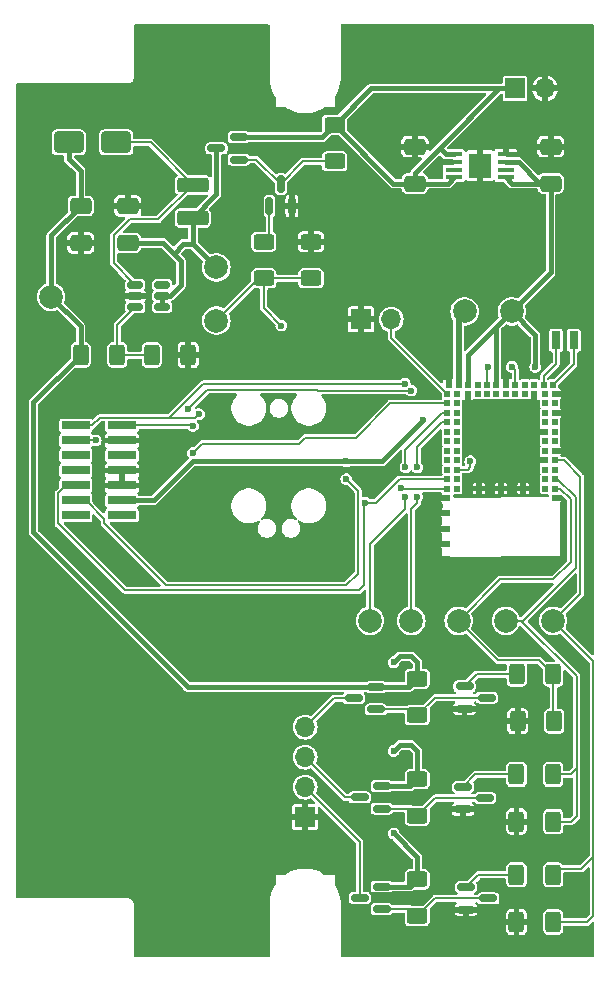
<source format=gbr>
%TF.GenerationSoftware,KiCad,Pcbnew,8.0.7*%
%TF.CreationDate,2025-01-18T18:24:10+01:00*%
%TF.ProjectId,tuff_tuff_pcb,74756666-5f74-4756-9666-5f7063622e6b,rev?*%
%TF.SameCoordinates,Original*%
%TF.FileFunction,Copper,L1,Top*%
%TF.FilePolarity,Positive*%
%FSLAX46Y46*%
G04 Gerber Fmt 4.6, Leading zero omitted, Abs format (unit mm)*
G04 Created by KiCad (PCBNEW 8.0.7) date 2025-01-18 18:24:10*
%MOMM*%
%LPD*%
G01*
G04 APERTURE LIST*
G04 Aperture macros list*
%AMRoundRect*
0 Rectangle with rounded corners*
0 $1 Rounding radius*
0 $2 $3 $4 $5 $6 $7 $8 $9 X,Y pos of 4 corners*
0 Add a 4 corners polygon primitive as box body*
4,1,4,$2,$3,$4,$5,$6,$7,$8,$9,$2,$3,0*
0 Add four circle primitives for the rounded corners*
1,1,$1+$1,$2,$3*
1,1,$1+$1,$4,$5*
1,1,$1+$1,$6,$7*
1,1,$1+$1,$8,$9*
0 Add four rect primitives between the rounded corners*
20,1,$1+$1,$2,$3,$4,$5,0*
20,1,$1+$1,$4,$5,$6,$7,0*
20,1,$1+$1,$6,$7,$8,$9,0*
20,1,$1+$1,$8,$9,$2,$3,0*%
G04 Aperture macros list end*
%TA.AperFunction,SMDPad,CuDef*%
%ADD10RoundRect,0.250000X-1.000000X-0.650000X1.000000X-0.650000X1.000000X0.650000X-1.000000X0.650000X0*%
%TD*%
%TA.AperFunction,ComponentPad*%
%ADD11R,1.700000X1.700000*%
%TD*%
%TA.AperFunction,ComponentPad*%
%ADD12O,1.700000X1.700000*%
%TD*%
%TA.AperFunction,SMDPad,CuDef*%
%ADD13C,2.000000*%
%TD*%
%TA.AperFunction,SMDPad,CuDef*%
%ADD14RoundRect,0.250000X-0.400000X-0.625000X0.400000X-0.625000X0.400000X0.625000X-0.400000X0.625000X0*%
%TD*%
%TA.AperFunction,SMDPad,CuDef*%
%ADD15RoundRect,0.250000X-0.625000X0.400000X-0.625000X-0.400000X0.625000X-0.400000X0.625000X0.400000X0*%
%TD*%
%TA.AperFunction,SMDPad,CuDef*%
%ADD16RoundRect,0.250000X1.075000X-0.375000X1.075000X0.375000X-1.075000X0.375000X-1.075000X-0.375000X0*%
%TD*%
%TA.AperFunction,SMDPad,CuDef*%
%ADD17RoundRect,0.150000X-0.587500X-0.150000X0.587500X-0.150000X0.587500X0.150000X-0.587500X0.150000X0*%
%TD*%
%TA.AperFunction,SMDPad,CuDef*%
%ADD18RoundRect,0.150000X0.587500X0.150000X-0.587500X0.150000X-0.587500X-0.150000X0.587500X-0.150000X0*%
%TD*%
%TA.AperFunction,SMDPad,CuDef*%
%ADD19RoundRect,0.150000X-0.512500X-0.150000X0.512500X-0.150000X0.512500X0.150000X-0.512500X0.150000X0*%
%TD*%
%TA.AperFunction,SMDPad,CuDef*%
%ADD20RoundRect,0.250000X0.650000X-0.412500X0.650000X0.412500X-0.650000X0.412500X-0.650000X-0.412500X0*%
%TD*%
%TA.AperFunction,SMDPad,CuDef*%
%ADD21R,0.500000X0.500000*%
%TD*%
%TA.AperFunction,SMDPad,CuDef*%
%ADD22RoundRect,0.150000X0.150000X-0.587500X0.150000X0.587500X-0.150000X0.587500X-0.150000X-0.587500X0*%
%TD*%
%TA.AperFunction,SMDPad,CuDef*%
%ADD23RoundRect,0.250000X-0.650000X0.412500X-0.650000X-0.412500X0.650000X-0.412500X0.650000X0.412500X0*%
%TD*%
%TA.AperFunction,SMDPad,CuDef*%
%ADD24R,2.400000X0.740000*%
%TD*%
%TA.AperFunction,SMDPad,CuDef*%
%ADD25R,0.800000X1.500000*%
%TD*%
%TA.AperFunction,SMDPad,CuDef*%
%ADD26R,1.400000X0.450000*%
%TD*%
%TA.AperFunction,SMDPad,CuDef*%
%ADD27R,1.846000X2.150000*%
%TD*%
%TA.AperFunction,ViaPad*%
%ADD28C,0.600000*%
%TD*%
%TA.AperFunction,Conductor*%
%ADD29C,0.400000*%
%TD*%
%TA.AperFunction,Conductor*%
%ADD30C,0.200000*%
%TD*%
%TA.AperFunction,Conductor*%
%ADD31C,0.500000*%
%TD*%
G04 APERTURE END LIST*
D10*
%TO.P,D1,1,K*%
%TO.N,12V*%
X-45000000Y69500000D03*
%TO.P,D1,2,A*%
%TO.N,Net-(D1-A)*%
X-41000000Y69500000D03*
%TD*%
D11*
%TO.P,J5,1,Pin_1*%
%TO.N,GND*%
X-25000000Y12380000D03*
D12*
%TO.P,J5,2,Pin_2*%
%TO.N,Net-(J5-Pin_2)*%
X-25000000Y14920000D03*
%TO.P,J5,3,Pin_3*%
%TO.N,Net-(J5-Pin_3)*%
X-25000000Y17460000D03*
%TO.P,J5,4,Pin_4*%
%TO.N,Net-(J5-Pin_4)*%
X-25000000Y20000000D03*
%TD*%
D13*
%TO.P,TP8,1,1*%
%TO.N,ON_TURN*%
X-12000000Y29000000D03*
%TD*%
D14*
%TO.P,R10,1*%
%TO.N,Net-(Q8-G)*%
X-7080000Y24470000D03*
%TO.P,R10,2*%
%TO.N,ON_TURN*%
X-3980000Y24470000D03*
%TD*%
D15*
%TO.P,R2,1*%
%TO.N,VIN_BAT*%
X-22500000Y71000000D03*
%TO.P,R2,2*%
%TO.N,Net-(Q1-G)*%
X-22500000Y67900000D03*
%TD*%
D16*
%TO.P,L1,1,1*%
%TO.N,VIN_BOOSTER*%
X-34500000Y63120000D03*
%TO.P,L1,2,2*%
%TO.N,Net-(D1-A)*%
X-34500000Y65920000D03*
%TD*%
D17*
%TO.P,Q6,1,G*%
%TO.N,Net-(Q6-G)*%
X-11630000Y14950000D03*
%TO.P,Q6,2,S*%
%TO.N,GND*%
X-11630000Y13050000D03*
%TO.P,Q6,3,D*%
%TO.N,Net-(Q5-G)*%
X-9755000Y14000000D03*
%TD*%
D18*
%TO.P,Q5,1,G*%
%TO.N,Net-(Q5-G)*%
X-18500000Y13100000D03*
%TO.P,Q5,2,S*%
%TO.N,12V*%
X-18500000Y15000000D03*
%TO.P,Q5,3,D*%
%TO.N,Net-(J5-Pin_3)*%
X-20375000Y14050000D03*
%TD*%
D11*
%TO.P,J4,1,Pin_1*%
%TO.N,GND*%
X-20250000Y54525000D03*
D12*
%TO.P,J4,2,Pin_2*%
%TO.N,MCU_WAKEUP*%
X-17710000Y54525000D03*
%TD*%
D17*
%TO.P,Q4,1,G*%
%TO.N,Net-(Q4-G)*%
X-11375000Y6450000D03*
%TO.P,Q4,2,S*%
%TO.N,GND*%
X-11375000Y4550000D03*
%TO.P,Q4,3,D*%
%TO.N,Net-(Q3-G)*%
X-9500000Y5500000D03*
%TD*%
D15*
%TO.P,R3,1*%
%TO.N,GND*%
X-24500000Y61100000D03*
%TO.P,R3,2*%
%TO.N,ON_BOOSTER*%
X-24500000Y58000000D03*
%TD*%
%TO.P,R5,1*%
%TO.N,12V*%
X-15500000Y7100000D03*
%TO.P,R5,2*%
%TO.N,Net-(Q3-G)*%
X-15500000Y4000000D03*
%TD*%
D19*
%TO.P,U3,1,SW*%
%TO.N,Net-(D1-A)*%
X-39375000Y57450000D03*
%TO.P,U3,2,GND*%
%TO.N,GND*%
X-39375000Y56500000D03*
%TO.P,U3,3,FB*%
%TO.N,Net-(U3-FB)*%
X-39375000Y55550000D03*
%TO.P,U3,4,EN*%
%TO.N,VIN_BOOSTER*%
X-37100000Y55550000D03*
%TO.P,U3,5,IN*%
X-37100000Y56500000D03*
%TO.P,U3,6,NC*%
%TO.N,unconnected-(U3-NC-Pad6)*%
X-37100000Y57450000D03*
%TD*%
D18*
%TO.P,Q1,1,G*%
%TO.N,Net-(Q1-G)*%
X-30625000Y68050000D03*
%TO.P,Q1,2,S*%
%TO.N,VIN_BAT*%
X-30625000Y69950000D03*
%TO.P,Q1,3,D*%
%TO.N,VIN_BOOSTER*%
X-32500000Y69000000D03*
%TD*%
%TO.P,Q7,1,G*%
%TO.N,Net-(Q7-G)*%
X-19000000Y21500000D03*
%TO.P,Q7,2,S*%
%TO.N,12V*%
X-19000000Y23400000D03*
%TO.P,Q7,3,D*%
%TO.N,Net-(J5-Pin_4)*%
X-20875000Y22450000D03*
%TD*%
D13*
%TO.P,TP5,1,1*%
%TO.N,ON_DRIVE*%
X-4000000Y29000000D03*
%TD*%
D20*
%TO.P,C1,1*%
%TO.N,VIN_BAT*%
X-15700000Y66025000D03*
%TO.P,C1,2*%
%TO.N,GND*%
X-15700000Y69150000D03*
%TD*%
%TO.P,C2,1*%
%TO.N,3.3V*%
X-4200000Y66025000D03*
%TO.P,C2,2*%
%TO.N,GND*%
X-4200000Y69150000D03*
%TD*%
D13*
%TO.P,TP7,1,1*%
%TO.N,VIN_BOOSTER*%
X-32500000Y58920000D03*
%TD*%
D14*
%TO.P,R12,1*%
%TO.N,GND*%
X-7000000Y20500000D03*
%TO.P,R12,2*%
%TO.N,ON_TURN*%
X-3900000Y20500000D03*
%TD*%
D13*
%TO.P,TP1,1,1*%
%TO.N,Net-(U1-D+)*%
X-16000000Y29000000D03*
%TD*%
D14*
%TO.P,R14,1*%
%TO.N,Net-(U3-FB)*%
X-37980000Y51500000D03*
%TO.P,R14,2*%
%TO.N,GND*%
X-34880000Y51500000D03*
%TD*%
D13*
%TO.P,TP4,1,1*%
%TO.N,Net-(U1-VBUS)*%
X-11500000Y55200000D03*
%TD*%
D21*
%TO.P,U1,0,GND*%
%TO.N,GND*%
X-12950000Y39400000D03*
%TO.P,U1,1,SWDIO*%
%TO.N,SWDIO*%
X-12950000Y40200000D03*
%TO.P,U1,2,SIO_36*%
%TO.N,unconnected-(U1-SIO_36-Pad2)*%
X-12150000Y40200000D03*
%TO.P,U1,3,SWDCLK*%
%TO.N,SWCLK*%
X-12950000Y41000000D03*
%TO.P,U1,4,SIO_34*%
%TO.N,unconnected-(U1-SIO_34-Pad4)*%
X-12150000Y41000000D03*
%TO.P,U1,5,SIO_35/NAUTORUN*%
%TO.N,unconnected-(U1-SIO_35{slash}NAUTORUN-Pad5)*%
X-12950000Y41800000D03*
%TO.P,U1,6,SIO_33*%
%TO.N,ON_BOOSTER*%
X-12150000Y41800000D03*
%TO.P,U1,7,SIO_32*%
%TO.N,unconnected-(U1-SIO_32-Pad7)*%
X-12950000Y42600000D03*
%TO.P,U1,8,SIO_25*%
%TO.N,unconnected-(U1-SIO_25-Pad8)*%
X-12150000Y42600000D03*
%TO.P,U1,9,SIO_23*%
%TO.N,unconnected-(U1-SIO_23-Pad9)*%
X-12950000Y43400000D03*
%TO.P,U1,10,SIO_24*%
%TO.N,unconnected-(U1-SIO_24-Pad10)*%
X-12150000Y43400000D03*
%TO.P,U1,11,SIO_22*%
%TO.N,unconnected-(U1-SIO_22-Pad11)*%
X-12950000Y44200000D03*
%TO.P,U1,12,SIO_21*%
%TO.N,unconnected-(U1-SIO_21-Pad12)*%
X-12150000Y44200000D03*
%TO.P,U1,13,SIO_20*%
%TO.N,unconnected-(U1-SIO_20-Pad13)*%
X-12950000Y45000000D03*
%TO.P,U1,14,SIO_19*%
%TO.N,unconnected-(U1-SIO_19-Pad14)*%
X-12150000Y45000000D03*
%TO.P,U1,15,D+*%
%TO.N,Net-(U1-D+)*%
X-12950000Y45800000D03*
%TO.P,U1,16,SIO_17*%
%TO.N,unconnected-(U1-SIO_17-Pad16)*%
X-12150000Y45800000D03*
%TO.P,U1,17,D-*%
%TO.N,Net-(U1-D-)*%
X-12950000Y46600000D03*
%TO.P,U1,18,SIO_15*%
%TO.N,unconnected-(U1-SIO_15-Pad18)*%
X-12150000Y46600000D03*
%TO.P,U1,19,NRESET/SIO_18*%
%TO.N,NRST*%
X-12950000Y47400000D03*
%TO.P,U1,20,SIO_13*%
%TO.N,unconnected-(U1-SIO_13-Pad20)*%
X-12150000Y47400000D03*
%TO.P,U1,21,SIO_16*%
%TO.N,MCU_WAKEUP*%
X-12950000Y48200000D03*
%TO.P,U1,22,SIO_14*%
%TO.N,unconnected-(U1-SIO_14-Pad22)*%
X-12150000Y48200000D03*
%TO.P,U1,23,GND*%
%TO.N,GND*%
X-12800000Y49000000D03*
%TO.P,U1,24,VBUS*%
%TO.N,Net-(U1-VBUS)*%
X-12000000Y49000000D03*
%TO.P,U1,25,VDD_HV*%
%TO.N,3.3V*%
X-11200000Y49000000D03*
%TO.P,U1,26,GND*%
%TO.N,GND*%
X-11200000Y48200000D03*
%TO.P,U1,27,SIO_11*%
%TO.N,unconnected-(U1-SIO_11-Pad27)*%
X-10400000Y49000000D03*
%TO.P,U1,28,SIO_12*%
%TO.N,unconnected-(U1-SIO_12-Pad28)*%
X-10400000Y48200000D03*
%TO.P,U1,29,SIO_08/UART_RX*%
%TO.N,UART_RX*%
X-9600000Y49000000D03*
%TO.P,U1,30,SIO_41*%
%TO.N,unconnected-(U1-SIO_41-Pad30)*%
X-9600000Y48200000D03*
%TO.P,U1,31,VDD*%
%TO.N,3.3V*%
X-8800000Y49000000D03*
%TO.P,U1,32,SIO_40*%
%TO.N,unconnected-(U1-SIO_40-Pad32)*%
X-8800000Y48200000D03*
%TO.P,U1,33,GND*%
%TO.N,GND*%
X-8000000Y49000000D03*
%TO.P,U1,34,SIO_04/AIN2*%
%TO.N,unconnected-(U1-SIO_04{slash}AIN2-Pad34)*%
X-8000000Y48200000D03*
%TO.P,U1,35,SIO_06/UART_TX*%
%TO.N,UART_TX*%
X-7200000Y49000000D03*
%TO.P,U1,36,SIO_26/I2C_SDA*%
%TO.N,unconnected-(U1-SIO_26{slash}I2C_SDA-Pad36)*%
X-7200000Y48200000D03*
%TO.P,U1,37,SIO_07/UART_CTS*%
%TO.N,unconnected-(U1-SIO_07{slash}UART_CTS-Pad37)*%
X-6400000Y49000000D03*
%TO.P,U1,38,SIO_27/I2C_SCL*%
%TO.N,unconnected-(U1-SIO_27{slash}I2C_SCL-Pad38)*%
X-6400000Y48200000D03*
%TO.P,U1,39,SIO_05/UART_RTS/AIN3*%
%TO.N,unconnected-(U1-SIO_05{slash}UART_RTS{slash}AIN3-Pad39)*%
X-5600000Y49000000D03*
%TO.P,U1,40,GND*%
%TO.N,GND*%
X-5600000Y48200000D03*
%TO.P,U1,41,SIO_01/XL2*%
%TO.N,Net-(U1-SIO_01{slash}XL2)*%
X-4800000Y49000000D03*
%TO.P,U1,42,SIO_00/XL1*%
%TO.N,Net-(U1-SIO_00{slash}XL1)*%
X-4000000Y49000000D03*
%TO.P,U1,43,GND*%
%TO.N,GND*%
X-3850000Y48200000D03*
%TO.P,U1,44,SIO_31/AIN7*%
%TO.N,unconnected-(U1-SIO_31{slash}AIN7-Pad44)*%
X-4650000Y48200000D03*
%TO.P,U1,45,SIO_30/AIN6*%
%TO.N,unconnected-(U1-SIO_30{slash}AIN6-Pad45)*%
X-3850000Y47400000D03*
%TO.P,U1,46,SIO_28/AIN4*%
%TO.N,unconnected-(U1-SIO_28{slash}AIN4-Pad46)*%
X-4650000Y47400000D03*
%TO.P,U1,47,GND*%
%TO.N,GND*%
X-3850000Y46600000D03*
%TO.P,U1,48,SIO_29/AIN5*%
%TO.N,unconnected-(U1-SIO_29{slash}AIN5-Pad48)*%
X-4650000Y46600000D03*
%TO.P,U1,49,SIO_03/AIN1*%
%TO.N,unconnected-(U1-SIO_03{slash}AIN1-Pad49)*%
X-3850000Y45800000D03*
%TO.P,U1,50,SIO_02/AIN0*%
%TO.N,unconnected-(U1-SIO_02{slash}AIN0-Pad50)*%
X-4650000Y45800000D03*
%TO.P,U1,51,SIO_46/SPI_MISO*%
%TO.N,unconnected-(U1-SIO_46{slash}SPI_MISO-Pad51)*%
X-3850000Y45000000D03*
%TO.P,U1,52,GND*%
%TO.N,GND*%
X-4650000Y45000000D03*
%TO.P,U1,53,SIO_47/SPI_CLK*%
%TO.N,unconnected-(U1-SIO_47{slash}SPI_CLK-Pad53)*%
X-3850000Y44200000D03*
%TO.P,U1,54,SIO_44*%
%TO.N,unconnected-(U1-SIO_44-Pad54)*%
X-4650000Y44200000D03*
%TO.P,U1,55,GND*%
%TO.N,GND*%
X-3850000Y43400000D03*
%TO.P,U1,56,SIO_45/SPI_MOSI*%
%TO.N,unconnected-(U1-SIO_45{slash}SPI_MOSI-Pad56)*%
X-4650000Y43400000D03*
%TO.P,U1,57,SIO_10/NFC2*%
%TO.N,ON_DRIVE*%
X-3850000Y42600000D03*
%TO.P,U1,58,GND*%
%TO.N,GND*%
X-4650000Y42600000D03*
%TO.P,U1,59,SIO_09/NFC1*%
%TO.N,unconnected-(U1-SIO_09{slash}NFC1-Pad59)*%
X-3850000Y41800000D03*
%TO.P,U1,60,SIO_43*%
%TO.N,unconnected-(U1-SIO_43-Pad60)*%
X-4650000Y41800000D03*
%TO.P,U1,61,SIO_37*%
%TO.N,ON_BREAK*%
X-3850000Y41000000D03*
%TO.P,U1,62,SIO_42*%
%TO.N,unconnected-(U1-SIO_42-Pad62)*%
X-4650000Y41000000D03*
%TO.P,U1,63,SIO_38*%
%TO.N,ON_TURN*%
X-3850000Y40200000D03*
%TO.P,U1,64,SIO_39*%
%TO.N,unconnected-(U1-SIO_39-Pad64)*%
X-4650000Y40200000D03*
%TO.P,U1,65,GND*%
%TO.N,GND*%
X-3850000Y39400000D03*
%TO.P,U1,66,GND*%
X-12950000Y38100000D03*
%TO.P,U1,67,GND*%
X-12950000Y36800000D03*
%TO.P,U1,68,GND*%
X-12950000Y35500000D03*
%TO.P,U1,69,GND*%
X-10275000Y40200000D03*
%TO.P,U1,70,GND*%
X-8400000Y40200000D03*
%TO.P,U1,71,GND*%
X-6525000Y40200000D03*
%TD*%
D22*
%TO.P,Q2,1,G*%
%TO.N,Net-(Q2-G)*%
X-28012500Y64112500D03*
%TO.P,Q2,2,S*%
%TO.N,GND*%
X-26112500Y64112500D03*
%TO.P,Q2,3,D*%
%TO.N,Net-(Q1-G)*%
X-27062500Y65987500D03*
%TD*%
D23*
%TO.P,C4,1*%
%TO.N,12V*%
X-44000000Y64125000D03*
%TO.P,C4,2*%
%TO.N,GND*%
X-44000000Y61000000D03*
%TD*%
D14*
%TO.P,R13,1*%
%TO.N,12V*%
X-44000000Y51500000D03*
%TO.P,R13,2*%
%TO.N,Net-(U3-FB)*%
X-40900000Y51500000D03*
%TD*%
%TO.P,R6,1*%
%TO.N,GND*%
X-7100000Y3500000D03*
%TO.P,R6,2*%
%TO.N,ON_DRIVE*%
X-4000000Y3500000D03*
%TD*%
%TO.P,R7,1*%
%TO.N,Net-(Q6-G)*%
X-7100000Y16000000D03*
%TO.P,R7,2*%
%TO.N,ON_BREAK*%
X-4000000Y16000000D03*
%TD*%
D13*
%TO.P,TP9,1,1*%
%TO.N,12V*%
X-46500000Y56420000D03*
%TD*%
D24*
%TO.P,J2,1,NC*%
%TO.N,unconnected-(J2-NC-Pad1)*%
X-40500000Y37920000D03*
%TO.P,J2,2,NC*%
%TO.N,unconnected-(J2-NC-Pad2)*%
X-44400000Y37920000D03*
%TO.P,J2,3,VCC*%
%TO.N,3.3V*%
X-40500000Y39190000D03*
%TO.P,J2,4,JTMS/SWDIO*%
%TO.N,SWDIO*%
X-44400000Y39190000D03*
%TO.P,J2,5,GND*%
%TO.N,GND*%
X-40500000Y40460000D03*
%TO.P,J2,6,JCLK/SWCLK*%
%TO.N,SWCLK*%
X-44400000Y40460000D03*
%TO.P,J2,7,GND*%
%TO.N,GND*%
X-40500000Y41730000D03*
%TO.P,J2,8,JTDO/SWO*%
%TO.N,unconnected-(J2-JTDO{slash}SWO-Pad8)*%
X-44400000Y41730000D03*
%TO.P,J2,9,JRCLK/NC*%
%TO.N,unconnected-(J2-JRCLK{slash}NC-Pad9)*%
X-40500000Y43000000D03*
%TO.P,J2,10,JTDI/NC*%
%TO.N,unconnected-(J2-JTDI{slash}NC-Pad10)*%
X-44400000Y43000000D03*
%TO.P,J2,11,GNDDetect*%
%TO.N,GND*%
X-40500000Y44270000D03*
%TO.P,J2,12,~{RST}*%
%TO.N,NRST*%
X-44400000Y44270000D03*
%TO.P,J2,13,VCP_RX*%
%TO.N,UART_RX*%
X-40500000Y45540000D03*
%TO.P,J2,14,VCP_TX*%
%TO.N,UART_TX*%
X-44400000Y45540000D03*
%TD*%
D14*
%TO.P,R9,1*%
%TO.N,GND*%
X-7100000Y12000000D03*
%TO.P,R9,2*%
%TO.N,ON_BREAK*%
X-4000000Y12000000D03*
%TD*%
D15*
%TO.P,R8,1*%
%TO.N,12V*%
X-15500000Y15600000D03*
%TO.P,R8,2*%
%TO.N,Net-(Q5-G)*%
X-15500000Y12500000D03*
%TD*%
D14*
%TO.P,R4,1*%
%TO.N,Net-(Q4-G)*%
X-7100000Y7500000D03*
%TO.P,R4,2*%
%TO.N,ON_DRIVE*%
X-4000000Y7500000D03*
%TD*%
D11*
%TO.P,J1,1,Pin_1*%
%TO.N,VIN_BAT*%
X-7220000Y74080000D03*
D12*
%TO.P,J1,2,Pin_2*%
%TO.N,GND*%
X-4680000Y74080000D03*
%TD*%
D13*
%TO.P,TP6,1,1*%
%TO.N,ON_BREAK*%
X-8000000Y29000000D03*
%TD*%
D18*
%TO.P,Q3,1,G*%
%TO.N,Net-(Q3-G)*%
X-18500000Y4600000D03*
%TO.P,Q3,2,S*%
%TO.N,12V*%
X-18500000Y6500000D03*
%TO.P,Q3,3,D*%
%TO.N,Net-(J5-Pin_2)*%
X-20375000Y5550000D03*
%TD*%
D25*
%TO.P,Y1,1,1*%
%TO.N,Net-(U1-SIO_01{slash}XL2)*%
X-3750000Y52750000D03*
%TO.P,Y1,2,2*%
%TO.N,Net-(U1-SIO_00{slash}XL1)*%
X-2250000Y52750000D03*
%TD*%
D13*
%TO.P,TP9,1,1*%
%TO.N,ON_BOOSTER*%
X-32500000Y54420000D03*
%TD*%
D17*
%TO.P,Q8,1,G*%
%TO.N,Net-(Q8-G)*%
X-11500000Y23450000D03*
%TO.P,Q8,2,S*%
%TO.N,GND*%
X-11500000Y21550000D03*
%TO.P,Q8,3,D*%
%TO.N,Net-(Q7-G)*%
X-9625000Y22500000D03*
%TD*%
D15*
%TO.P,R1,1*%
%TO.N,Net-(Q2-G)*%
X-28500000Y61100000D03*
%TO.P,R1,2*%
%TO.N,ON_BOOSTER*%
X-28500000Y58000000D03*
%TD*%
D13*
%TO.P,TP3,1,1*%
%TO.N,3.3V*%
X-7500000Y55200000D03*
%TD*%
D26*
%TO.P,U2,1,OUT*%
%TO.N,3.3V*%
X-8000000Y66550000D03*
%TO.P,U2,2,NC*%
%TO.N,unconnected-(U2-NC-Pad2)*%
X-8000000Y67200000D03*
%TO.P,U2,3,SNS*%
%TO.N,3.3V*%
X-8000000Y67850000D03*
%TO.P,U2,4,GND*%
%TO.N,GND*%
X-8000000Y68500000D03*
%TO.P,U2,5,EN*%
%TO.N,VIN_BAT*%
X-12400000Y68500000D03*
%TO.P,U2,6,GND*%
%TO.N,GND*%
X-12400000Y67850000D03*
%TO.P,U2,7,NC*%
%TO.N,unconnected-(U2-NC-Pad7)*%
X-12400000Y67200000D03*
%TO.P,U2,8,IN*%
%TO.N,VIN_BAT*%
X-12400000Y66550000D03*
D27*
%TO.P,U2,9,PAD*%
%TO.N,GND*%
X-10200000Y67525000D03*
%TD*%
D20*
%TO.P,C3,1*%
%TO.N,VIN_BOOSTER*%
X-40000000Y61000000D03*
%TO.P,C3,2*%
%TO.N,GND*%
X-40000000Y64125000D03*
%TD*%
D15*
%TO.P,R11,1*%
%TO.N,12V*%
X-15500000Y24100000D03*
%TO.P,R11,2*%
%TO.N,Net-(Q7-G)*%
X-15500000Y21000000D03*
%TD*%
D13*
%TO.P,TP2,1,1*%
%TO.N,Net-(U1-D-)*%
X-19500000Y29000000D03*
%TD*%
D28*
%TO.N,GND*%
X-14000000Y67200000D03*
X-9500000Y44500000D03*
X-7000000Y44500000D03*
X-25000000Y41000000D03*
X-16000000Y72000000D03*
X-37000000Y62000000D03*
X-9500000Y42500000D03*
X-8000000Y27000000D03*
X-29500000Y41000000D03*
X-41000000Y34500000D03*
X-7000000Y42500000D03*
%TO.N,12V*%
X-17500000Y11000000D03*
X-17500000Y25500000D03*
X-17500000Y18000000D03*
%TO.N,SWDIO*%
X-21500000Y41000000D03*
X-16875735Y40275735D03*
%TO.N,UART_RX*%
X-34500000Y45500000D03*
X-34930735Y46930735D03*
X-16000000Y48500000D03*
X-9500000Y50500000D03*
%TO.N,SWCLK*%
X-19900000Y39000000D03*
%TO.N,UART_TX*%
X-34000000Y46500000D03*
X-16565687Y49065687D03*
X-7500000Y50500000D03*
%TO.N,NRST*%
X-34500000Y43200000D03*
X-42730000Y44270000D03*
%TO.N,Net-(U1-D+)*%
X-15500000Y39500000D03*
X-15500000Y42000000D03*
%TO.N,Net-(U1-D-)*%
X-16500000Y42000000D03*
X-16500000Y39500000D03*
%TO.N,ON_BOOSTER*%
X-11000000Y42500000D03*
X-27000000Y54000000D03*
%TO.N,3.3V*%
X-5500000Y50500000D03*
X-15000000Y46000000D03*
X-21500000Y42500000D03*
%TD*%
D29*
%TO.N,12V*%
X-44000000Y64125000D02*
X-44000000Y67100000D01*
X-44000000Y67100000D02*
X-45000000Y68100000D01*
X-45000000Y68100000D02*
X-45000000Y69500000D01*
D30*
%TO.N,Net-(D1-A)*%
X-41000000Y69500000D02*
X-38080000Y69500000D01*
X-38080000Y69500000D02*
X-34500000Y65920000D01*
D29*
%TO.N,VIN_BAT*%
X-8545000Y74080000D02*
X-13612500Y69012500D01*
X-13100000Y68500000D02*
X-13612500Y69012500D01*
X-13612500Y69012500D02*
X-15700000Y66925000D01*
X-12400000Y68500000D02*
X-13100000Y68500000D01*
D30*
%TO.N,GND*%
X-3850000Y39400000D02*
X-3996570Y39546570D01*
X-5940000Y24450000D02*
X-5920000Y24470000D01*
X-12950000Y39400000D02*
X-12803430Y39546570D01*
X-5920000Y24470000D02*
X-5920000Y24480000D01*
X-11530000Y15920000D02*
X-11630000Y15820000D01*
D29*
%TO.N,12V*%
X-17000000Y18500000D02*
X-16000000Y18500000D01*
X-34900000Y23400000D02*
X-48000000Y36500000D01*
X-17500000Y18000000D02*
X-17000000Y18500000D01*
X-15500000Y25500000D02*
X-16000000Y26000000D01*
X-19000000Y23400000D02*
X-34900000Y23400000D01*
X-18500000Y6500000D02*
X-16100000Y6500000D01*
X-15500000Y9000000D02*
X-17500000Y11000000D01*
X-16100000Y15000000D02*
X-15500000Y15600000D01*
X-15500000Y7100000D02*
X-15500000Y9000000D01*
X-44000000Y53920000D02*
X-46500000Y56420000D01*
X-44000000Y51500000D02*
X-44000000Y53920000D01*
X-48000000Y47500000D02*
X-44000000Y51500000D01*
X-17000000Y26000000D02*
X-17500000Y25500000D01*
X-16200000Y23400000D02*
X-15500000Y24100000D01*
X-19000000Y23400000D02*
X-16200000Y23400000D01*
X-18500000Y15000000D02*
X-16100000Y15000000D01*
X-44000000Y64125000D02*
X-46500000Y61625000D01*
X-15500000Y24100000D02*
X-15500000Y25500000D01*
X-48000000Y36500000D02*
X-48000000Y47500000D01*
X-15500000Y18000000D02*
X-15500000Y15600000D01*
X-16000000Y18500000D02*
X-15500000Y18000000D01*
X-16100000Y6500000D02*
X-15500000Y7100000D01*
X-46500000Y61625000D02*
X-46500000Y56420000D01*
X-16000000Y26000000D02*
X-17000000Y26000000D01*
D30*
%TO.N,Net-(D1-A)*%
X-39375000Y57450000D02*
X-41200000Y59275000D01*
X-41200000Y61647244D02*
X-39847244Y63000000D01*
X-39847244Y63000000D02*
X-37420000Y63000000D01*
X-37420000Y63000000D02*
X-34500000Y65920000D01*
X-41200000Y59275000D02*
X-41200000Y61647244D01*
%TO.N,SWDIO*%
X-45230000Y39190000D02*
X-44400000Y39190000D01*
X-44400000Y39190000D02*
X-43570000Y39190000D01*
X-12950000Y40200000D02*
X-16800000Y40200000D01*
X-20500000Y40000000D02*
X-21500000Y41000000D01*
X-42000000Y37250000D02*
X-36750000Y32000000D01*
X-16800000Y40200000D02*
X-16875735Y40275735D01*
X-20500000Y33000000D02*
X-20500000Y40000000D01*
X-42000000Y37620000D02*
X-42000000Y37250000D01*
X-21500000Y32000000D02*
X-20500000Y33000000D01*
X-43570000Y39190000D02*
X-42000000Y37620000D01*
X-36750000Y32000000D02*
X-21500000Y32000000D01*
%TO.N,UART_RX*%
X-34540000Y45540000D02*
X-40500000Y45540000D01*
X-23932523Y48465687D02*
X-24032386Y48565550D01*
X-9600000Y50400000D02*
X-9500000Y50500000D01*
X-16034313Y48465687D02*
X-23932523Y48465687D01*
X-9600000Y49000000D02*
X-9600000Y50400000D01*
X-33295920Y48565550D02*
X-34930735Y46930735D01*
X-16000000Y48500000D02*
X-16034313Y48465687D01*
X-34500000Y45500000D02*
X-34540000Y45540000D01*
X-24032386Y48565550D02*
X-33295920Y48565550D01*
%TO.N,SWCLK*%
X-20400000Y31600000D02*
X-20000000Y32000000D01*
X-45900000Y39790000D02*
X-45900000Y37250000D01*
X-45900000Y37250000D02*
X-40250000Y31600000D01*
X-19900000Y39000000D02*
X-19000000Y39000000D01*
X-40250000Y31600000D02*
X-20400000Y31600000D01*
X-19000000Y39000000D02*
X-17000000Y41000000D01*
X-20000000Y32000000D02*
X-20000000Y38900000D01*
X-20000000Y38900000D02*
X-19900000Y39000000D01*
X-45230000Y40460000D02*
X-45900000Y39790000D01*
X-17000000Y41000000D02*
X-12950000Y41000000D01*
X-44400000Y40460000D02*
X-45230000Y40460000D01*
X-43570000Y40460000D02*
X-44400000Y40460000D01*
%TO.N,UART_TX*%
X-34000000Y46500000D02*
X-34290000Y46210000D01*
X-42370000Y46210000D02*
X-36500000Y46210000D01*
X-34290000Y46210000D02*
X-36500000Y46210000D01*
X-44400000Y45540000D02*
X-43040000Y45540000D01*
X-7500000Y50500000D02*
X-7200000Y50200000D01*
X-7200000Y50200000D02*
X-7200000Y49000000D01*
X-33644313Y49065687D02*
X-36500000Y46210000D01*
X-43040000Y45540000D02*
X-42370000Y46210000D01*
X-16565687Y49065687D02*
X-33644313Y49065687D01*
%TO.N,NRST*%
X-17788478Y47400000D02*
X-12950000Y47400000D01*
X-34500000Y43200000D02*
X-33700000Y44000000D01*
X-25000000Y44500000D02*
X-20688478Y44500000D01*
X-33700000Y44000000D02*
X-25500000Y44000000D01*
X-20688478Y44500000D02*
X-17788478Y47400000D01*
X-25500000Y44000000D02*
X-25000000Y44500000D01*
X-42730000Y44270000D02*
X-44400000Y44270000D01*
%TO.N,MCU_WAKEUP*%
X-17710000Y52960000D02*
X-12950000Y48200000D01*
X-17710000Y54525000D02*
X-17710000Y52960000D01*
%TO.N,Net-(J5-Pin_4)*%
X-22550000Y22450000D02*
X-25000000Y20000000D01*
X-20875000Y22450000D02*
X-22550000Y22450000D01*
X-24920000Y19920000D02*
X-25000000Y20000000D01*
%TO.N,Net-(J5-Pin_3)*%
X-21590000Y14050000D02*
X-25000000Y17460000D01*
X-20375000Y14050000D02*
X-21590000Y14050000D01*
%TO.N,Net-(J5-Pin_2)*%
X-20375000Y10295000D02*
X-25000000Y14920000D01*
X-20375000Y5550000D02*
X-20375000Y10295000D01*
%TO.N,Net-(Q1-G)*%
X-27062500Y65987500D02*
X-25150000Y67900000D01*
X-30625000Y68050000D02*
X-29125000Y68050000D01*
X-29125000Y68050000D02*
X-27062500Y65987500D01*
X-25150000Y67900000D02*
X-22500000Y67900000D01*
%TO.N,Net-(Q2-G)*%
X-28012500Y61587500D02*
X-28500000Y61100000D01*
X-28012500Y64112500D02*
X-28012500Y61587500D01*
%TO.N,Net-(Q3-G)*%
X-18500000Y4600000D02*
X-16100000Y4600000D01*
X-9500000Y5500000D02*
X-14000000Y5500000D01*
X-14000000Y5500000D02*
X-15500000Y4000000D01*
X-16100000Y4600000D02*
X-15500000Y4000000D01*
%TO.N,Net-(Q4-G)*%
X-7100000Y7500000D02*
X-10325000Y7500000D01*
X-10325000Y7500000D02*
X-11375000Y6450000D01*
%TO.N,Net-(Q5-G)*%
X-9755000Y14000000D02*
X-14000000Y14000000D01*
X-16100000Y13100000D02*
X-15500000Y12500000D01*
X-14000000Y14000000D02*
X-15500000Y12500000D01*
X-18500000Y13100000D02*
X-16100000Y13100000D01*
%TO.N,Net-(Q6-G)*%
X-7100000Y16000000D02*
X-10580000Y16000000D01*
X-10580000Y16000000D02*
X-11630000Y14950000D01*
%TO.N,Net-(U1-D+)*%
X-15500000Y39000000D02*
X-16000000Y38500000D01*
X-12950000Y45800000D02*
X-13400000Y45800000D01*
X-15500000Y43700000D02*
X-15500000Y42000000D01*
X-13400000Y45800000D02*
X-15500000Y43700000D01*
X-16000000Y38500000D02*
X-16000000Y29000000D01*
X-15500000Y39500000D02*
X-15500000Y39000000D01*
%TO.N,Net-(U1-D-)*%
X-16500000Y39500000D02*
X-16500000Y38500000D01*
X-16500000Y38500000D02*
X-19500000Y35500000D01*
X-19500000Y35500000D02*
X-19500000Y29000000D01*
X-13400000Y46600000D02*
X-16500000Y43500000D01*
X-12950000Y46600000D02*
X-13400000Y46600000D01*
X-16500000Y43500000D02*
X-16500000Y42000000D01*
%TO.N,ON_DRIVE*%
X-4000000Y29000000D02*
X-600000Y25600000D01*
X-1100000Y3500000D02*
X-4000000Y3500000D01*
X-4000000Y29000000D02*
X-1700000Y31300000D01*
X-4000000Y7500000D02*
X-3500000Y8000000D01*
X-600000Y9000000D02*
X-600000Y4000000D01*
X-600000Y25600000D02*
X-600000Y9000000D01*
X-1700000Y41200000D02*
X-3100000Y42600000D01*
X-1700000Y31300000D02*
X-1700000Y41200000D01*
X-600000Y4000000D02*
X-1100000Y3500000D01*
X-1600000Y8000000D02*
X-600000Y9000000D01*
X-3500000Y8000000D02*
X-1600000Y8000000D01*
X-3100000Y42600000D02*
X-3850000Y42600000D01*
%TO.N,ON_TURN*%
X-8500000Y32500000D02*
X-4000000Y32500000D01*
X-8645000Y25645000D02*
X-5155000Y25645000D01*
X-4000000Y32500000D02*
X-2500000Y34000000D01*
X-12000000Y29000000D02*
X-8645000Y25645000D01*
X-2500000Y34000000D02*
X-2500000Y39300000D01*
X-3980000Y24470000D02*
X-3980000Y20580000D01*
X-12000000Y29000000D02*
X-8500000Y32500000D01*
X-5155000Y25645000D02*
X-3980000Y24470000D01*
X-2500000Y39300000D02*
X-3400000Y40200000D01*
X-3400000Y40200000D02*
X-3850000Y40200000D01*
X-3980000Y20580000D02*
X-3900000Y20500000D01*
%TO.N,ON_BOOSTER*%
X-12150000Y41800000D02*
X-11200000Y41800000D01*
X-11000000Y42000000D02*
X-11000000Y42500000D01*
X-28500000Y58000000D02*
X-28500000Y55500000D01*
X-28500000Y58000000D02*
X-24500000Y58000000D01*
X-32500000Y54420000D02*
X-28920000Y58000000D01*
X-28920000Y58000000D02*
X-28500000Y58000000D01*
X-11200000Y41800000D02*
X-11000000Y42000000D01*
X-28500000Y55500000D02*
X-27000000Y54000000D01*
%TO.N,Net-(U3-FB)*%
X-39375000Y55550000D02*
X-40900000Y54025000D01*
X-37980000Y51500000D02*
X-40900000Y51500000D01*
X-40900000Y54025000D02*
X-40900000Y51500000D01*
D31*
%TO.N,Net-(U1-VBUS)*%
X-12000000Y49000000D02*
X-12000000Y54700000D01*
D30*
X-12000000Y54700000D02*
X-11500000Y55200000D01*
%TO.N,Net-(U1-SIO_00{slash}XL1)*%
X-4000000Y49000000D02*
X-2250000Y50750000D01*
X-2250000Y50750000D02*
X-2250000Y52750000D01*
%TO.N,Net-(U1-SIO_01{slash}XL2)*%
X-4800000Y49700000D02*
X-4800000Y49000000D01*
X-3750000Y52750000D02*
X-3750000Y50750000D01*
X-3750000Y50750000D02*
X-4800000Y49700000D01*
%TO.N,ON_BREAK*%
X-6585787Y29000000D02*
X-2100000Y33485787D01*
X-2500000Y12000000D02*
X-2000000Y12500000D01*
X-8000000Y29000000D02*
X-6700256Y29000000D01*
X-2100000Y39465686D02*
X-3634314Y41000000D01*
X-2500000Y16000000D02*
X-4000000Y16000000D01*
X-2000000Y24299744D02*
X-2000000Y16500000D01*
X-2000000Y16500000D02*
X-2500000Y16000000D01*
X-3634314Y41000000D02*
X-3850000Y41000000D01*
X-2000000Y12500000D02*
X-2000000Y16500000D01*
X-6700256Y29000000D02*
X-2000000Y24299744D01*
X-4000000Y12000000D02*
X-2500000Y12000000D01*
X-8000000Y29000000D02*
X-6585787Y29000000D01*
X-2100000Y33485787D02*
X-2100000Y39465686D01*
D29*
%TO.N,VIN_BAT*%
X-30625000Y69950000D02*
X-23550000Y69950000D01*
X-15700000Y66925000D02*
X-15700000Y66025000D01*
X-17525000Y66025000D02*
X-22500000Y71000000D01*
X-23550000Y69950000D02*
X-22500000Y71000000D01*
X-15700000Y66025000D02*
X-17525000Y66025000D01*
X-7220000Y74080000D02*
X-19420000Y74080000D01*
X-12925000Y66025000D02*
X-12400000Y66550000D01*
X-15700000Y66025000D02*
X-12925000Y66025000D01*
X-7220000Y74080000D02*
X-8545000Y74080000D01*
X-19420000Y74080000D02*
X-22500000Y71000000D01*
%TO.N,3.3V*%
X-7475000Y66025000D02*
X-8000000Y66550000D01*
X-40500000Y39190000D02*
X-37810000Y39190000D01*
X-7500000Y55200000D02*
X-8350000Y54350000D01*
X-37810000Y39190000D02*
X-34500000Y42500000D01*
X-11200000Y49000000D02*
X-11200000Y51500000D01*
X-5100000Y66025000D02*
X-4200000Y66025000D01*
X-8350000Y54350000D02*
X-8800000Y53900000D01*
X-8800000Y53900000D02*
X-8800000Y49000000D01*
X-34500000Y42500000D02*
X-21500000Y42500000D01*
X-11200000Y51500000D02*
X-8350000Y54350000D01*
X-5500000Y50500000D02*
X-5500000Y53200000D01*
X-4200000Y58500000D02*
X-7500000Y55200000D01*
X-4200000Y66025000D02*
X-7475000Y66025000D01*
X-5500000Y53200000D02*
X-7500000Y55200000D01*
X-18500000Y42500000D02*
X-15000000Y46000000D01*
X-6925000Y67850000D02*
X-5100000Y66025000D01*
X-8000000Y67850000D02*
X-6925000Y67850000D01*
X-4200000Y66025000D02*
X-4200000Y58500000D01*
X-21500000Y42500000D02*
X-18500000Y42500000D01*
%TO.N,VIN_BOOSTER*%
X-32500000Y65120000D02*
X-34500000Y63120000D01*
X-40000000Y61000000D02*
X-37040000Y61000000D01*
X-37100000Y55550000D02*
X-37100000Y56500000D01*
X-36137500Y60097500D02*
X-35500000Y59460000D01*
X-32500000Y69000000D02*
X-32500000Y65120000D01*
X-36437501Y56500000D02*
X-37100000Y56500000D01*
X-36137500Y60097500D02*
X-35315000Y60920000D01*
X-34500000Y63120000D02*
X-34500000Y60920000D01*
X-35315000Y60920000D02*
X-34500000Y60920000D01*
X-35500000Y57437501D02*
X-36437501Y56500000D01*
X-32500000Y58920000D02*
X-34500000Y60920000D01*
X-35500000Y59460000D02*
X-35500000Y57437501D01*
X-37040000Y61000000D02*
X-36137500Y60097500D01*
D30*
%TO.N,Net-(Q7-G)*%
X-9625000Y22500000D02*
X-14000000Y22500000D01*
X-16000000Y21500000D02*
X-15500000Y21000000D01*
X-14000000Y22500000D02*
X-15500000Y21000000D01*
X-19000000Y21500000D02*
X-16000000Y21500000D01*
%TO.N,Net-(Q8-G)*%
X-10480000Y24470000D02*
X-11500000Y23450000D01*
X-7080000Y24470000D02*
X-10480000Y24470000D01*
%TD*%
%TA.AperFunction,Conductor*%
%TO.N,GND*%
G36*
X-33276802Y65084320D02*
G01*
X-33236373Y65038395D01*
X-33230659Y64977477D01*
X-33257255Y64929139D01*
X-34211897Y63974496D01*
X-34266414Y63946719D01*
X-34281901Y63945500D01*
X-35629275Y63945500D01*
X-35659695Y63942647D01*
X-35659704Y63942645D01*
X-35787884Y63897793D01*
X-35897145Y63817155D01*
X-35897155Y63817145D01*
X-35977793Y63707884D01*
X-36022645Y63579704D01*
X-36022647Y63579695D01*
X-36025500Y63549275D01*
X-36025500Y62690726D01*
X-36022647Y62660306D01*
X-36022645Y62660297D01*
X-35977793Y62532117D01*
X-35897155Y62422856D01*
X-35897153Y62422854D01*
X-35897150Y62422850D01*
X-35897147Y62422848D01*
X-35897145Y62422846D01*
X-35787884Y62342208D01*
X-35787883Y62342208D01*
X-35787882Y62342207D01*
X-35659699Y62297354D01*
X-35629275Y62294501D01*
X-35629273Y62294500D01*
X-35629266Y62294500D01*
X-34999500Y62294500D01*
X-34941309Y62275593D01*
X-34905345Y62226093D01*
X-34900500Y62195500D01*
X-34900500Y61419500D01*
X-34919407Y61361309D01*
X-34968907Y61325345D01*
X-34999500Y61320500D01*
X-35256194Y61320500D01*
X-35256210Y61320501D01*
X-35262273Y61320501D01*
X-35367727Y61320501D01*
X-35367730Y61320501D01*
X-35469587Y61293208D01*
X-35469591Y61293206D01*
X-35560913Y61240481D01*
X-35635481Y61165914D01*
X-35635480Y61165913D01*
X-35635482Y61165911D01*
X-35635483Y61165911D01*
X-36067498Y60733897D01*
X-36122014Y60706120D01*
X-36182446Y60715691D01*
X-36207505Y60733897D01*
X-36323608Y60850000D01*
X-36794087Y61320480D01*
X-36794090Y61320482D01*
X-36794092Y61320484D01*
X-36885409Y61373206D01*
X-36885407Y61373206D01*
X-36924930Y61383796D01*
X-36987273Y61400500D01*
X-36987275Y61400500D01*
X-38803135Y61400500D01*
X-38861326Y61419407D01*
X-38897290Y61468907D01*
X-38901702Y61490253D01*
X-38902354Y61497195D01*
X-38902354Y61497199D01*
X-38947207Y61625382D01*
X-38968763Y61654589D01*
X-39027846Y61734645D01*
X-39027848Y61734647D01*
X-39027850Y61734650D01*
X-39027854Y61734653D01*
X-39027856Y61734655D01*
X-39137117Y61815293D01*
X-39265297Y61860145D01*
X-39265306Y61860147D01*
X-39295726Y61863000D01*
X-39295734Y61863000D01*
X-40320265Y61863000D01*
X-40378456Y61881907D01*
X-40414420Y61931407D01*
X-40414420Y61992593D01*
X-40390269Y62032004D01*
X-39751769Y62670504D01*
X-39697252Y62698281D01*
X-39681765Y62699500D01*
X-37380437Y62699500D01*
X-37380437Y62699501D01*
X-37304011Y62719979D01*
X-37235489Y62759540D01*
X-37179540Y62815489D01*
X-34929525Y65065504D01*
X-34875008Y65093281D01*
X-34859521Y65094500D01*
X-33370727Y65094500D01*
X-33370727Y65094501D01*
X-33340301Y65097354D01*
X-33340302Y65097354D01*
X-33336504Y65097710D01*
X-33276802Y65084320D01*
G37*
%TD.AperFunction*%
%TA.AperFunction,Conductor*%
G36*
X-9692710Y73660593D02*
G01*
X-9656746Y73611093D01*
X-9656746Y73549907D01*
X-9680897Y73510496D01*
X-13858413Y69332980D01*
X-14380996Y68810398D01*
X-14435513Y68782621D01*
X-14495945Y68792192D01*
X-14539210Y68835457D01*
X-14550000Y68880402D01*
X-14550000Y68899999D01*
X-14550001Y68900000D01*
X-15449999Y68900000D01*
X-15450000Y68899999D01*
X-15450000Y68237501D01*
X-15449999Y68237500D01*
X-15192902Y68237500D01*
X-15134711Y68218593D01*
X-15098747Y68169093D01*
X-15098747Y68107907D01*
X-15122898Y68068497D01*
X-16020480Y67170914D01*
X-16020484Y67170909D01*
X-16073206Y67079593D01*
X-16100501Y66977723D01*
X-16100980Y66974081D01*
X-16102113Y66971706D01*
X-16102179Y66971459D01*
X-16102225Y66971472D01*
X-16127319Y66918855D01*
X-16181089Y66889658D01*
X-16199133Y66888000D01*
X-16404275Y66888000D01*
X-16434695Y66885147D01*
X-16434704Y66885145D01*
X-16562884Y66840293D01*
X-16672145Y66759655D01*
X-16672155Y66759645D01*
X-16752793Y66650384D01*
X-16797645Y66522204D01*
X-16797647Y66522195D01*
X-16798298Y66515253D01*
X-16822558Y66459082D01*
X-16875201Y66427899D01*
X-16896865Y66425500D01*
X-17318099Y66425500D01*
X-17376290Y66444407D01*
X-17388103Y66454496D01*
X-19623283Y68689676D01*
X-16850001Y68689676D01*
X-16843599Y68630130D01*
X-16843597Y68630119D01*
X-16793354Y68495412D01*
X-16793353Y68495410D01*
X-16707193Y68380316D01*
X-16707185Y68380308D01*
X-16592091Y68294148D01*
X-16592089Y68294147D01*
X-16457382Y68243904D01*
X-16457371Y68243902D01*
X-16397824Y68237500D01*
X-15950001Y68237500D01*
X-15950000Y68237501D01*
X-15950000Y68899999D01*
X-15950001Y68900000D01*
X-16849999Y68900000D01*
X-16850000Y68899999D01*
X-16850000Y68689676D01*
X-16850001Y68689676D01*
X-19623283Y68689676D01*
X-20543932Y69610325D01*
X-16850000Y69610325D01*
X-16850000Y69400001D01*
X-16849999Y69400000D01*
X-15950001Y69400000D01*
X-15950000Y69400001D01*
X-15950000Y70062499D01*
X-15450000Y70062499D01*
X-15450000Y69400001D01*
X-15449999Y69400000D01*
X-14550001Y69400000D01*
X-14550000Y69400001D01*
X-14550000Y69610325D01*
X-14556402Y69669871D01*
X-14556404Y69669882D01*
X-14606647Y69804589D01*
X-14606648Y69804591D01*
X-14692808Y69919685D01*
X-14692816Y69919693D01*
X-14807910Y70005853D01*
X-14807912Y70005854D01*
X-14942619Y70056097D01*
X-14942630Y70056099D01*
X-15002176Y70062500D01*
X-15449999Y70062500D01*
X-15450000Y70062499D01*
X-15950000Y70062499D01*
X-15950001Y70062500D01*
X-16397824Y70062500D01*
X-16457371Y70056099D01*
X-16457382Y70056097D01*
X-16592089Y70005854D01*
X-16592091Y70005853D01*
X-16707185Y69919693D01*
X-16707193Y69919685D01*
X-16793353Y69804591D01*
X-16793354Y69804589D01*
X-16843597Y69669882D01*
X-16843599Y69669871D01*
X-16850000Y69610325D01*
X-20543932Y69610325D01*
X-21396293Y70462686D01*
X-21424070Y70517203D01*
X-21424856Y70541941D01*
X-21424500Y70545734D01*
X-21424500Y71454272D01*
X-21424856Y71458066D01*
X-21411467Y71517769D01*
X-21396297Y71537313D01*
X-19283104Y73650504D01*
X-19228587Y73678281D01*
X-19213100Y73679500D01*
X-9750901Y73679500D01*
X-9692710Y73660593D01*
G37*
%TD.AperFunction*%
%TA.AperFunction,Conductor*%
G36*
X-13567555Y68394309D02*
G01*
X-13542496Y68376103D01*
X-13420480Y68254087D01*
X-13420481Y68254087D01*
X-13373485Y68207092D01*
X-13345707Y68152576D01*
X-13346390Y68117774D01*
X-13350000Y68099628D01*
X-13350000Y68075001D01*
X-13349999Y68075000D01*
X-13129689Y68075000D01*
X-13119988Y68074524D01*
X-13119752Y68074501D01*
X-13119748Y68074500D01*
X-13119744Y68074500D01*
X-12499000Y68074500D01*
X-12440809Y68055593D01*
X-12404845Y68006093D01*
X-12400000Y67975500D01*
X-12400000Y67724500D01*
X-12418907Y67666309D01*
X-12468407Y67630345D01*
X-12499000Y67625500D01*
X-13119748Y67625500D01*
X-13119752Y67625500D01*
X-13119988Y67625476D01*
X-13129689Y67625000D01*
X-13349999Y67625000D01*
X-13350000Y67624999D01*
X-13350000Y67600376D01*
X-13335494Y67527454D01*
X-13335494Y67527452D01*
X-13317185Y67500052D01*
X-13300500Y67445050D01*
X-13300500Y66955249D01*
X-13288379Y66894314D01*
X-13288379Y66855686D01*
X-13300500Y66794752D01*
X-13300500Y66524500D01*
X-13319407Y66466309D01*
X-13368907Y66430345D01*
X-13399500Y66425500D01*
X-14503135Y66425500D01*
X-14561326Y66444407D01*
X-14597290Y66493907D01*
X-14601702Y66515253D01*
X-14602354Y66522195D01*
X-14602354Y66522199D01*
X-14647207Y66650382D01*
X-14658458Y66665626D01*
X-14727846Y66759645D01*
X-14727848Y66759647D01*
X-14727850Y66759650D01*
X-14727854Y66759653D01*
X-14727856Y66759655D01*
X-14837117Y66840293D01*
X-14970787Y66887067D01*
X-15019468Y66924133D01*
X-15037064Y66982733D01*
X-15016855Y67040485D01*
X-15008100Y67050508D01*
X-13682504Y68376103D01*
X-13627987Y68403880D01*
X-13567555Y68394309D01*
G37*
%TD.AperFunction*%
%TA.AperFunction,Conductor*%
G36*
X-28041309Y79480593D02*
G01*
X-28005345Y79431093D01*
X-28000500Y79400500D01*
X-28000500Y74831495D01*
X-27962768Y74496608D01*
X-27887776Y74168043D01*
X-27776470Y73849951D01*
X-27776469Y73849949D01*
X-27630254Y73546329D01*
X-27630248Y73546318D01*
X-27630246Y73546314D01*
X-27515174Y73363178D01*
X-27500000Y73310509D01*
X-27500000Y72500000D01*
X-26689492Y72500000D01*
X-26636822Y72484827D01*
X-26453686Y72369754D01*
X-26453675Y72369749D01*
X-26453672Y72369747D01*
X-26352795Y72321168D01*
X-26150051Y72223531D01*
X-26001560Y72171572D01*
X-25831958Y72112225D01*
X-25831955Y72112225D01*
X-25831954Y72112224D01*
X-25503394Y72037233D01*
X-25168504Y71999500D01*
X-25168503Y71999500D01*
X-24831497Y71999500D01*
X-24831496Y71999500D01*
X-24496606Y72037233D01*
X-24168046Y72112224D01*
X-23849949Y72223531D01*
X-23546314Y72369754D01*
X-23363179Y72484827D01*
X-23310508Y72500000D01*
X-22500001Y72500000D01*
X-22500000Y72500000D01*
X-22500000Y73310509D01*
X-22484827Y73363178D01*
X-22369754Y73546314D01*
X-22223531Y73849949D01*
X-22112224Y74168046D01*
X-22037233Y74496606D01*
X-21999500Y74831496D01*
X-21999500Y75000000D01*
X-21999500Y75065892D01*
X-21999500Y79400500D01*
X-21980593Y79458691D01*
X-21931093Y79494655D01*
X-21900500Y79499500D01*
X-599500Y79499500D01*
X-541309Y79480593D01*
X-505345Y79431093D01*
X-500500Y79400500D01*
X-500500Y26164479D01*
X-519407Y26106288D01*
X-568907Y26070324D01*
X-630093Y26070324D01*
X-669504Y26094475D01*
X-2913072Y28338043D01*
X-2940849Y28392560D01*
X-2931690Y28452175D01*
X-2875771Y28564472D01*
X-2814885Y28778464D01*
X-2794357Y29000000D01*
X-2814885Y29221536D01*
X-2875771Y29435528D01*
X-2931691Y29547829D01*
X-2940703Y29608343D01*
X-2913075Y29661956D01*
X-1459540Y31115489D01*
X-1419979Y31184011D01*
X-1399500Y31260438D01*
X-1399500Y41239562D01*
X-1419979Y41315989D01*
X-1436734Y41345009D01*
X-1459540Y41384511D01*
X-1515489Y41440461D01*
X-1515489Y41440460D01*
X-2915489Y42840460D01*
X-2915492Y42840462D01*
X-2970029Y42871950D01*
X-2970032Y42871950D01*
X-2984011Y42880021D01*
X-2984015Y42880022D01*
X-2984019Y42880024D01*
X-3060436Y42900500D01*
X-3060438Y42900500D01*
X-3280822Y42900500D01*
X-3339013Y42919407D01*
X-3374977Y42968907D01*
X-3374977Y43030093D01*
X-3366702Y43047153D01*
X-3364507Y43052454D01*
X-3350001Y43125376D01*
X-3350000Y43125378D01*
X-3350000Y43149999D01*
X-3350001Y43150000D01*
X-3751000Y43150000D01*
X-3809191Y43168907D01*
X-3845155Y43218407D01*
X-3850000Y43249000D01*
X-3850000Y43551000D01*
X-3831093Y43609191D01*
X-3781593Y43645155D01*
X-3751000Y43650000D01*
X-3350001Y43650000D01*
X-3350000Y43650001D01*
X-3350000Y43674623D01*
X-3350001Y43674625D01*
X-3364507Y43747547D01*
X-3364507Y43747548D01*
X-3396696Y43795723D01*
X-3413304Y43854611D01*
X-3411477Y43870039D01*
X-3399502Y43930242D01*
X-3399500Y43930254D01*
X-3399500Y44469747D01*
X-3399502Y44469759D01*
X-3409496Y44520001D01*
X-3411133Y44528231D01*
X-3422337Y44544999D01*
X-3438946Y44603885D01*
X-3422336Y44655003D01*
X-3419166Y44659747D01*
X-3411133Y44671769D01*
X-3399500Y44730252D01*
X-3399500Y45269748D01*
X-3411133Y45328231D01*
X-3422337Y45344998D01*
X-3438946Y45403885D01*
X-3422336Y45455003D01*
X-3411133Y45471769D01*
X-3399500Y45530252D01*
X-3399500Y46069748D01*
X-3399501Y46069750D01*
X-3399501Y46069756D01*
X-3407606Y46110500D01*
X-3411133Y46128231D01*
X-3411135Y46128233D01*
X-3411478Y46129961D01*
X-3404288Y46190722D01*
X-3396696Y46204280D01*
X-3364507Y46252455D01*
X-3350001Y46325376D01*
X-3350000Y46325378D01*
X-3350000Y46349999D01*
X-3350001Y46350000D01*
X-3751000Y46350000D01*
X-3809191Y46368907D01*
X-3845155Y46418407D01*
X-3850000Y46449000D01*
X-3850000Y46751000D01*
X-3831093Y46809191D01*
X-3781593Y46845155D01*
X-3751000Y46850000D01*
X-3350001Y46850000D01*
X-3350000Y46850001D01*
X-3350000Y46874623D01*
X-3350001Y46874625D01*
X-3364507Y46947547D01*
X-3364507Y46947548D01*
X-3396696Y46995723D01*
X-3413304Y47054611D01*
X-3411477Y47070039D01*
X-3399502Y47130242D01*
X-3399500Y47130254D01*
X-3399500Y47669750D01*
X-3399501Y47669756D01*
X-3406835Y47706623D01*
X-3411133Y47728231D01*
X-3411135Y47728233D01*
X-3411478Y47729961D01*
X-3404288Y47790722D01*
X-3396696Y47804280D01*
X-3364507Y47852455D01*
X-3350001Y47925376D01*
X-3350000Y47925378D01*
X-3350000Y47949999D01*
X-3350001Y47950000D01*
X-3751000Y47950000D01*
X-3809191Y47968907D01*
X-3845155Y48018407D01*
X-3850000Y48049000D01*
X-3850000Y48351000D01*
X-3831093Y48409191D01*
X-3781593Y48445155D01*
X-3751000Y48450000D01*
X-3350001Y48450000D01*
X-3350000Y48450001D01*
X-3350000Y48474623D01*
X-3350001Y48474625D01*
X-3364507Y48547547D01*
X-3364508Y48547549D01*
X-3419759Y48630238D01*
X-3419763Y48630242D01*
X-3505502Y48687531D01*
X-3543381Y48735580D01*
X-3549500Y48769846D01*
X-3549500Y48984522D01*
X-3530593Y49042713D01*
X-3520510Y49054520D01*
X-2009540Y50565489D01*
X-1975035Y50625253D01*
X-1969980Y50634008D01*
X-1969979Y50634011D01*
X-1969978Y50634012D01*
X-1949500Y50710438D01*
X-1949500Y50789562D01*
X-1949500Y51700500D01*
X-1930593Y51758691D01*
X-1881093Y51794655D01*
X-1850500Y51799500D01*
X-1830253Y51799500D01*
X-1830252Y51799500D01*
X-1771769Y51811133D01*
X-1705448Y51855448D01*
X-1661133Y51921769D01*
X-1649500Y51980252D01*
X-1649500Y53519748D01*
X-1661133Y53578231D01*
X-1705448Y53644552D01*
X-1714167Y53650378D01*
X-1771767Y53688866D01*
X-1771769Y53688867D01*
X-1771772Y53688868D01*
X-1771773Y53688868D01*
X-1830242Y53700499D01*
X-1830252Y53700500D01*
X-2669748Y53700500D01*
X-2669749Y53700500D01*
X-2669759Y53700499D01*
X-2728228Y53688868D01*
X-2728234Y53688866D01*
X-2794549Y53644555D01*
X-2794555Y53644549D01*
X-2838866Y53578234D01*
X-2838868Y53578228D01*
X-2850499Y53519759D01*
X-2850500Y53519747D01*
X-2850500Y51980254D01*
X-2850499Y51980242D01*
X-2838868Y51921773D01*
X-2838866Y51921767D01*
X-2794555Y51855452D01*
X-2794552Y51855448D01*
X-2728231Y51811133D01*
X-2683769Y51802289D01*
X-2669759Y51799502D01*
X-2669754Y51799502D01*
X-2669748Y51799500D01*
X-2649500Y51799500D01*
X-2591309Y51780593D01*
X-2555345Y51731093D01*
X-2550500Y51700500D01*
X-2550500Y50915479D01*
X-2569407Y50857288D01*
X-2579496Y50845475D01*
X-3945475Y49479496D01*
X-3999992Y49451719D01*
X-4015479Y49450500D01*
X-4269748Y49450500D01*
X-4269749Y49450500D01*
X-4269759Y49450499D01*
X-4328228Y49438868D01*
X-4328233Y49438866D01*
X-4344999Y49427663D01*
X-4403887Y49411055D01*
X-4454991Y49427657D01*
X-4455491Y49427991D01*
X-4493377Y49476036D01*
X-4499500Y49510313D01*
X-4499500Y49534522D01*
X-4480593Y49592713D01*
X-4470510Y49604520D01*
X-3509540Y50565489D01*
X-3475006Y50625304D01*
X-3469979Y50634011D01*
X-3449500Y50710438D01*
X-3449500Y51700500D01*
X-3430593Y51758691D01*
X-3381093Y51794655D01*
X-3350500Y51799500D01*
X-3330253Y51799500D01*
X-3330252Y51799500D01*
X-3271769Y51811133D01*
X-3205448Y51855448D01*
X-3161133Y51921769D01*
X-3149500Y51980252D01*
X-3149500Y53519748D01*
X-3161133Y53578231D01*
X-3205448Y53644552D01*
X-3214167Y53650378D01*
X-3271767Y53688866D01*
X-3271769Y53688867D01*
X-3271772Y53688868D01*
X-3271773Y53688868D01*
X-3330242Y53700499D01*
X-3330252Y53700500D01*
X-4169748Y53700500D01*
X-4169749Y53700500D01*
X-4169759Y53700499D01*
X-4228228Y53688868D01*
X-4228234Y53688866D01*
X-4294549Y53644555D01*
X-4294555Y53644549D01*
X-4338866Y53578234D01*
X-4338868Y53578228D01*
X-4350499Y53519759D01*
X-4350500Y53519747D01*
X-4350500Y51980254D01*
X-4350499Y51980242D01*
X-4338868Y51921773D01*
X-4338866Y51921767D01*
X-4294555Y51855452D01*
X-4294552Y51855448D01*
X-4228231Y51811133D01*
X-4183769Y51802289D01*
X-4169759Y51799502D01*
X-4169754Y51799502D01*
X-4169748Y51799500D01*
X-4149500Y51799500D01*
X-4091309Y51780593D01*
X-4055345Y51731093D01*
X-4050500Y51700500D01*
X-4050500Y50915479D01*
X-4069407Y50857288D01*
X-4079496Y50845475D01*
X-4984511Y49940460D01*
X-4984512Y49940461D01*
X-5040461Y49884511D01*
X-5080020Y49815993D01*
X-5080022Y49815989D01*
X-5100500Y49739565D01*
X-5100500Y49510313D01*
X-5119407Y49452122D01*
X-5144509Y49427991D01*
X-5145009Y49427657D01*
X-5203899Y49411056D01*
X-5255001Y49427663D01*
X-5271768Y49438866D01*
X-5271767Y49438866D01*
X-5271769Y49438867D01*
X-5271772Y49438868D01*
X-5271773Y49438868D01*
X-5330242Y49450499D01*
X-5330252Y49450500D01*
X-5869748Y49450500D01*
X-5869749Y49450500D01*
X-5869759Y49450499D01*
X-5928228Y49438868D01*
X-5928233Y49438866D01*
X-5944999Y49427663D01*
X-6003887Y49411055D01*
X-6055001Y49427663D01*
X-6071768Y49438866D01*
X-6071767Y49438866D01*
X-6071769Y49438867D01*
X-6071772Y49438868D01*
X-6071773Y49438868D01*
X-6130242Y49450499D01*
X-6130252Y49450500D01*
X-6669748Y49450500D01*
X-6669749Y49450500D01*
X-6669759Y49450499D01*
X-6728228Y49438868D01*
X-6728233Y49438866D01*
X-6744999Y49427663D01*
X-6803887Y49411055D01*
X-6854991Y49427657D01*
X-6855491Y49427991D01*
X-6893377Y49476036D01*
X-6899500Y49510313D01*
X-6899500Y50239563D01*
X-6899501Y50239565D01*
X-6919979Y50315989D01*
X-6919981Y50315993D01*
X-6954049Y50375000D01*
X-6959540Y50384511D01*
X-6959541Y50384512D01*
X-6969456Y50394428D01*
X-6997232Y50448945D01*
X-6997442Y50478518D01*
X-6994353Y50500000D01*
X-6996915Y50517816D01*
X-7014835Y50642457D01*
X-7023814Y50662118D01*
X-7074623Y50773373D01*
X-7168872Y50882143D01*
X-7168873Y50882144D01*
X-7168874Y50882145D01*
X-7289943Y50959951D01*
X-7289946Y50959953D01*
X-7289947Y50959953D01*
X-7289950Y50959954D01*
X-7428036Y51000500D01*
X-7428039Y51000500D01*
X-7571961Y51000500D01*
X-7571965Y51000500D01*
X-7710051Y50959954D01*
X-7710058Y50959951D01*
X-7831127Y50882145D01*
X-7925378Y50773372D01*
X-7985166Y50642457D01*
X-8005647Y50500003D01*
X-8005647Y50499998D01*
X-7985166Y50357544D01*
X-7966190Y50315993D01*
X-7925377Y50226627D01*
X-7868504Y50160992D01*
X-7831127Y50117856D01*
X-7710058Y50040050D01*
X-7710053Y50040047D01*
X-7571961Y49999500D01*
X-7571960Y49999500D01*
X-7571609Y49999397D01*
X-7521102Y49964862D01*
X-7500540Y49907235D01*
X-7500500Y49904407D01*
X-7500500Y49569179D01*
X-7519407Y49510988D01*
X-7568907Y49475024D01*
X-7630093Y49475024D01*
X-7647165Y49483304D01*
X-7652454Y49485494D01*
X-7725376Y49500000D01*
X-7749999Y49500000D01*
X-7750000Y49499999D01*
X-7750000Y49099000D01*
X-7768907Y49040809D01*
X-7818407Y49004845D01*
X-7849000Y49000000D01*
X-8151000Y49000000D01*
X-8209191Y49018907D01*
X-8245155Y49068407D01*
X-8250000Y49099000D01*
X-8250000Y49499999D01*
X-8250001Y49500000D01*
X-8274630Y49500000D01*
X-8281187Y49498695D01*
X-8341948Y49505887D01*
X-8386877Y49547420D01*
X-8399500Y49595793D01*
X-8399500Y53693100D01*
X-8380593Y53751291D01*
X-8370504Y53763103D01*
X-8233078Y53900529D01*
X-8065322Y54068286D01*
X-8010807Y54096062D01*
X-7959558Y54090597D01*
X-7829940Y54040382D01*
X-7611243Y53999500D01*
X-7388757Y53999500D01*
X-7170060Y54040382D01*
X-7040444Y54090597D01*
X-6979354Y54093986D01*
X-6934678Y54068285D01*
X-5929496Y53063103D01*
X-5901719Y53008586D01*
X-5900500Y52993099D01*
X-5900500Y50839008D01*
X-5919407Y50780817D01*
X-5924679Y50774179D01*
X-5925377Y50773374D01*
X-5985166Y50642457D01*
X-6005647Y50500003D01*
X-6005647Y50499998D01*
X-5985166Y50357544D01*
X-5966190Y50315993D01*
X-5925377Y50226627D01*
X-5868504Y50160992D01*
X-5831127Y50117856D01*
X-5710058Y50040050D01*
X-5710053Y50040047D01*
X-5603597Y50008789D01*
X-5571965Y49999501D01*
X-5571964Y49999501D01*
X-5571961Y49999500D01*
X-5571959Y49999500D01*
X-5428041Y49999500D01*
X-5428039Y49999500D01*
X-5289947Y50040047D01*
X-5168872Y50117857D01*
X-5074623Y50226627D01*
X-5014835Y50357543D01*
X-5004798Y50427354D01*
X-4994353Y50499998D01*
X-4994353Y50500003D01*
X-5014835Y50642457D01*
X-5023814Y50662118D01*
X-5074623Y50773373D01*
X-5075321Y50774179D01*
X-5075668Y50774999D01*
X-5078451Y50779330D01*
X-5077702Y50779812D01*
X-5099137Y50830539D01*
X-5099500Y50839008D01*
X-5099500Y53252726D01*
X-5099500Y53252727D01*
X-5123086Y53340753D01*
X-5126793Y53354588D01*
X-5126793Y53354589D01*
X-5179517Y53445909D01*
X-5179518Y53445910D01*
X-5179519Y53445911D01*
X-5179520Y53445913D01*
X-6366062Y54632455D01*
X-6393838Y54686971D01*
X-6384677Y54746589D01*
X-6375771Y54764472D01*
X-6314885Y54978464D01*
X-6294357Y55200000D01*
X-6314885Y55421536D01*
X-6375771Y55635528D01*
X-6384680Y55653418D01*
X-6393691Y55713935D01*
X-6366063Y55767546D01*
X-3954090Y58179519D01*
X-3954087Y58179520D01*
X-3879520Y58254087D01*
X-3852723Y58300500D01*
X-3826793Y58345412D01*
X-3799499Y58447273D01*
X-3799499Y58552727D01*
X-3799499Y58558789D01*
X-3799500Y58558807D01*
X-3799500Y65063000D01*
X-3780593Y65121191D01*
X-3731093Y65157155D01*
X-3700500Y65162000D01*
X-3495727Y65162000D01*
X-3495727Y65162001D01*
X-3465301Y65164854D01*
X-3337118Y65209707D01*
X-3227850Y65290350D01*
X-3147207Y65399618D01*
X-3102354Y65527801D01*
X-3099501Y65558227D01*
X-3099500Y65558227D01*
X-3099500Y66491773D01*
X-3099501Y66491775D01*
X-3099701Y66493907D01*
X-3102354Y66522199D01*
X-3147207Y66650382D01*
X-3158458Y66665626D01*
X-3227846Y66759645D01*
X-3227848Y66759647D01*
X-3227850Y66759650D01*
X-3227854Y66759653D01*
X-3227856Y66759655D01*
X-3337117Y66840293D01*
X-3465297Y66885145D01*
X-3465306Y66885147D01*
X-3495726Y66888000D01*
X-3495734Y66888000D01*
X-4904266Y66888000D01*
X-4904275Y66888000D01*
X-4934695Y66885147D01*
X-4934704Y66885145D01*
X-5062882Y66840294D01*
X-5158898Y66769431D01*
X-5216946Y66750090D01*
X-5275277Y66768562D01*
X-5287690Y66779083D01*
X-5958107Y67449500D01*
X-6679087Y68170480D01*
X-6679090Y68170482D01*
X-6679091Y68170483D01*
X-6679092Y68170484D01*
X-6770409Y68223206D01*
X-6770407Y68223206D01*
X-6809930Y68233796D01*
X-6872273Y68250500D01*
X-6872275Y68250500D01*
X-6984493Y68250500D01*
X-7042684Y68269407D01*
X-7049233Y68275000D01*
X-7270311Y68275000D01*
X-7280012Y68275476D01*
X-7280249Y68275500D01*
X-7280252Y68275500D01*
X-7901000Y68275500D01*
X-7959191Y68294407D01*
X-7995155Y68343907D01*
X-8000000Y68374500D01*
X-8000000Y68499999D01*
X-8000001Y68500000D01*
X-8126000Y68500000D01*
X-8184191Y68518907D01*
X-8220155Y68568407D01*
X-8225000Y68599000D01*
X-8225000Y68689676D01*
X-5350001Y68689676D01*
X-5343599Y68630130D01*
X-5343597Y68630119D01*
X-5293354Y68495412D01*
X-5293353Y68495410D01*
X-5207193Y68380316D01*
X-5207185Y68380308D01*
X-5092091Y68294148D01*
X-5092089Y68294147D01*
X-4957382Y68243904D01*
X-4957371Y68243902D01*
X-4897824Y68237500D01*
X-4450001Y68237500D01*
X-4450000Y68237501D01*
X-4450000Y68899999D01*
X-3950000Y68899999D01*
X-3950000Y68237501D01*
X-3949999Y68237500D01*
X-3502176Y68237500D01*
X-3442630Y68243902D01*
X-3442619Y68243904D01*
X-3307912Y68294147D01*
X-3307910Y68294148D01*
X-3192816Y68380308D01*
X-3192808Y68380316D01*
X-3106648Y68495410D01*
X-3106647Y68495412D01*
X-3056404Y68630119D01*
X-3056402Y68630130D01*
X-3050000Y68689676D01*
X-3050000Y68899999D01*
X-3050001Y68900000D01*
X-3949999Y68900000D01*
X-3950000Y68899999D01*
X-4450000Y68899999D01*
X-4450001Y68900000D01*
X-5349999Y68900000D01*
X-5350000Y68899999D01*
X-5350000Y68689676D01*
X-5350001Y68689676D01*
X-8225000Y68689676D01*
X-8225000Y68974999D01*
X-7775000Y68974999D01*
X-7775000Y68725001D01*
X-7774999Y68725000D01*
X-7050001Y68725000D01*
X-7050000Y68725001D01*
X-7050000Y68749623D01*
X-7050001Y68749625D01*
X-7064507Y68822547D01*
X-7064508Y68822549D01*
X-7119759Y68905238D01*
X-7119763Y68905242D01*
X-7202452Y68960493D01*
X-7202454Y68960494D01*
X-7275376Y68975000D01*
X-7774999Y68975000D01*
X-7775000Y68974999D01*
X-8225000Y68974999D01*
X-8225001Y68975000D01*
X-8724625Y68975000D01*
X-8797547Y68960494D01*
X-8797549Y68960493D01*
X-8880238Y68905242D01*
X-8880242Y68905238D01*
X-8935497Y68822544D01*
X-8938421Y68815483D01*
X-8978159Y68768958D01*
X-9037654Y68754676D01*
X-9088141Y68775590D01*
X-9088653Y68774823D01*
X-9092509Y68777400D01*
X-9094181Y68778092D01*
X-9095840Y68779625D01*
X-9179452Y68835493D01*
X-9179454Y68835494D01*
X-9252376Y68850000D01*
X-9949999Y68850000D01*
X-9950000Y68849999D01*
X-9950000Y66200001D01*
X-9949999Y66200000D01*
X-9252377Y66200000D01*
X-9252376Y66200001D01*
X-9179454Y66214507D01*
X-9179452Y66214508D01*
X-9096763Y66269759D01*
X-9096760Y66269762D01*
X-9072868Y66305518D01*
X-9024818Y66343398D01*
X-8963680Y66345800D01*
X-8912806Y66311808D01*
X-8893455Y66269832D01*
X-8888868Y66246773D01*
X-8888866Y66246767D01*
X-8844555Y66180452D01*
X-8844552Y66180448D01*
X-8778231Y66136133D01*
X-8733769Y66127289D01*
X-8719759Y66124502D01*
X-8719754Y66124502D01*
X-8719748Y66124500D01*
X-8181901Y66124500D01*
X-8123710Y66105593D01*
X-8111898Y66095504D01*
X-7720914Y65704521D01*
X-7720909Y65704517D01*
X-7629592Y65651795D01*
X-7629594Y65651795D01*
X-7629590Y65651794D01*
X-7629588Y65651793D01*
X-7527727Y65624500D01*
X-5396865Y65624500D01*
X-5338674Y65605593D01*
X-5302710Y65556093D01*
X-5298298Y65534747D01*
X-5297647Y65527806D01*
X-5297645Y65527797D01*
X-5252793Y65399617D01*
X-5172155Y65290356D01*
X-5172153Y65290354D01*
X-5172150Y65290350D01*
X-5172147Y65290348D01*
X-5172145Y65290346D01*
X-5062884Y65209708D01*
X-5062883Y65209708D01*
X-5062882Y65209707D01*
X-4934699Y65164854D01*
X-4904275Y65162001D01*
X-4904273Y65162000D01*
X-4904266Y65162000D01*
X-4699500Y65162000D01*
X-4641309Y65143093D01*
X-4605345Y65093593D01*
X-4600500Y65063000D01*
X-4600500Y58706902D01*
X-4619407Y58648711D01*
X-4629496Y58636898D01*
X-6934678Y56331717D01*
X-6989195Y56303940D01*
X-7040444Y56309406D01*
X-7170061Y56359619D01*
X-7388757Y56400500D01*
X-7611243Y56400500D01*
X-7829938Y56359619D01*
X-7901961Y56331717D01*
X-8037401Y56279247D01*
X-8198465Y56179521D01*
X-8226562Y56162124D01*
X-8349007Y56050500D01*
X-8390981Y56012236D01*
X-8425451Y55966590D01*
X-8525057Y55834691D01*
X-8525062Y55834682D01*
X-8617027Y55649992D01*
X-8624229Y55635528D01*
X-8685115Y55421536D01*
X-8705643Y55200000D01*
X-8685115Y54978464D01*
X-8624229Y54764472D01*
X-8615325Y54746590D01*
X-8615322Y54746585D01*
X-8606310Y54686067D01*
X-8633940Y54632455D01*
X-9114838Y54151556D01*
X-9114838Y54151555D01*
X-9120480Y54145913D01*
X-9120482Y54145912D01*
X-10333285Y52933108D01*
X-11380496Y51885897D01*
X-11435013Y51858120D01*
X-11495445Y51867691D01*
X-11538710Y51910956D01*
X-11549500Y51955901D01*
X-11549500Y53900500D01*
X-11530593Y53958691D01*
X-11481093Y53994655D01*
X-11450500Y53999500D01*
X-11388757Y53999500D01*
X-11170060Y54040382D01*
X-10962599Y54120753D01*
X-10773438Y54237876D01*
X-10609019Y54387764D01*
X-10474942Y54565311D01*
X-10375771Y54764472D01*
X-10314885Y54978464D01*
X-10294357Y55200000D01*
X-10314885Y55421536D01*
X-10375771Y55635528D01*
X-10474942Y55834689D01*
X-10609019Y56012236D01*
X-10773438Y56162124D01*
X-10962599Y56279247D01*
X-11170060Y56359618D01*
X-11170061Y56359619D01*
X-11170063Y56359619D01*
X-11388757Y56400500D01*
X-11611243Y56400500D01*
X-11829938Y56359619D01*
X-11901961Y56331717D01*
X-12037401Y56279247D01*
X-12198465Y56179521D01*
X-12226562Y56162124D01*
X-12349007Y56050500D01*
X-12390981Y56012236D01*
X-12425451Y55966590D01*
X-12525057Y55834691D01*
X-12525062Y55834682D01*
X-12617027Y55649992D01*
X-12624229Y55635528D01*
X-12685115Y55421536D01*
X-12705643Y55200000D01*
X-12685115Y54978464D01*
X-12627225Y54775001D01*
X-12624228Y54764470D01*
X-12525062Y54565318D01*
X-12525059Y54565313D01*
X-12525058Y54565311D01*
X-12470497Y54493061D01*
X-12450517Y54435231D01*
X-12450500Y54433400D01*
X-12450500Y49599000D01*
X-12469407Y49540809D01*
X-12518907Y49504845D01*
X-12549500Y49500000D01*
X-12549999Y49500000D01*
X-12550000Y49499999D01*
X-12550000Y49099000D01*
X-12568907Y49040809D01*
X-12618407Y49004845D01*
X-12649000Y49000000D01*
X-12951000Y49000000D01*
X-13009191Y49018907D01*
X-13045155Y49068407D01*
X-13050000Y49099000D01*
X-13050000Y49499999D01*
X-13050001Y49500000D01*
X-13074625Y49500000D01*
X-13147547Y49485494D01*
X-13147549Y49485493D01*
X-13230238Y49430242D01*
X-13230242Y49430238D01*
X-13285493Y49347549D01*
X-13285494Y49347547D01*
X-13300000Y49274625D01*
X-13300000Y49213979D01*
X-13318907Y49155788D01*
X-13368407Y49119824D01*
X-13429593Y49119824D01*
X-13469004Y49143975D01*
X-17380504Y53055475D01*
X-17408281Y53109992D01*
X-17409500Y53125479D01*
X-17409500Y53444963D01*
X-17390593Y53503154D01*
X-17341093Y53539118D01*
X-17339261Y53539693D01*
X-17306046Y53549768D01*
X-17123550Y53647315D01*
X-16963590Y53778590D01*
X-16832315Y53938550D01*
X-16734768Y54121046D01*
X-16674700Y54319066D01*
X-16674699Y54319071D01*
X-16654417Y54524997D01*
X-16654417Y54525004D01*
X-16674699Y54730930D01*
X-16674700Y54730935D01*
X-16733599Y54925099D01*
X-16734768Y54928954D01*
X-16832315Y55111450D01*
X-16963590Y55271410D01*
X-16996730Y55298607D01*
X-17123548Y55402684D01*
X-17306046Y55500232D01*
X-17504066Y55560301D01*
X-17504071Y55560302D01*
X-17709997Y55580583D01*
X-17710003Y55580583D01*
X-17915930Y55560302D01*
X-17915935Y55560301D01*
X-18113955Y55500232D01*
X-18296453Y55402684D01*
X-18456405Y55271415D01*
X-18456415Y55271405D01*
X-18587684Y55111453D01*
X-18685232Y54928955D01*
X-18745301Y54730935D01*
X-18745302Y54730930D01*
X-18765583Y54525004D01*
X-18765583Y54524997D01*
X-18745302Y54319071D01*
X-18745301Y54319066D01*
X-18685232Y54121046D01*
X-18587684Y53938548D01*
X-18521205Y53857543D01*
X-18456410Y53778590D01*
X-18456405Y53778586D01*
X-18296453Y53647317D01*
X-18296452Y53647317D01*
X-18296450Y53647315D01*
X-18113954Y53549768D01*
X-18080763Y53539700D01*
X-18030566Y53504716D01*
X-18010519Y53446908D01*
X-18010500Y53444963D01*
X-18010500Y52920436D01*
X-17990022Y52844013D01*
X-17990021Y52844011D01*
X-17958585Y52789562D01*
X-17950460Y52775489D01*
X-13429495Y48254524D01*
X-13401719Y48200009D01*
X-13400500Y48184522D01*
X-13400500Y47930254D01*
X-13400499Y47930242D01*
X-13388868Y47871773D01*
X-13388867Y47871769D01*
X-13388866Y47871768D01*
X-13377663Y47855001D01*
X-13361055Y47796113D01*
X-13377657Y47745009D01*
X-13377991Y47744509D01*
X-13426036Y47706623D01*
X-13460313Y47700500D01*
X-17828043Y47700500D01*
X-17904467Y47680022D01*
X-17904469Y47680021D01*
X-17922257Y47669750D01*
X-17922260Y47669748D01*
X-17948518Y47654588D01*
X-17972989Y47640460D01*
X-20783953Y44829496D01*
X-20838470Y44801719D01*
X-20853957Y44800500D01*
X-24960438Y44800500D01*
X-25039562Y44800500D01*
X-25086339Y44787967D01*
X-25115993Y44780021D01*
X-25184507Y44740464D01*
X-25184512Y44740460D01*
X-25595476Y44329496D01*
X-25649992Y44301719D01*
X-25665479Y44300500D01*
X-33739565Y44300500D01*
X-33815989Y44280022D01*
X-33851461Y44259541D01*
X-33851462Y44259541D01*
X-33884511Y44240461D01*
X-34395477Y43729496D01*
X-34449993Y43701719D01*
X-34465480Y43700500D01*
X-34571965Y43700500D01*
X-34710051Y43659954D01*
X-34710058Y43659951D01*
X-34831127Y43582145D01*
X-34925378Y43473372D01*
X-34985166Y43342457D01*
X-35005647Y43200003D01*
X-35005647Y43199998D01*
X-34985166Y43057544D01*
X-34925377Y42926627D01*
X-34853147Y42843268D01*
X-34829329Y42786909D01*
X-34843188Y42727313D01*
X-34857962Y42708433D01*
X-37946897Y39619496D01*
X-38001414Y39591719D01*
X-38016901Y39590500D01*
X-39026324Y39590500D01*
X-39084515Y39609407D01*
X-39108639Y39634498D01*
X-39113956Y39642455D01*
X-39155448Y39704552D01*
X-39167971Y39712920D01*
X-39205849Y39760971D01*
X-39208249Y39822109D01*
X-39174255Y39872982D01*
X-39167967Y39877550D01*
X-39119764Y39909758D01*
X-39119759Y39909763D01*
X-39064508Y39992452D01*
X-39064507Y39992454D01*
X-39050001Y40065376D01*
X-39050000Y40065378D01*
X-39050000Y40209999D01*
X-39050001Y40210000D01*
X-41949999Y40210000D01*
X-41950000Y40209999D01*
X-41950000Y40065376D01*
X-41935494Y39992454D01*
X-41935493Y39992452D01*
X-41880242Y39909763D01*
X-41880239Y39909760D01*
X-41832033Y39877550D01*
X-41794153Y39829500D01*
X-41791751Y39768362D01*
X-41825743Y39717488D01*
X-41832028Y39712921D01*
X-41844550Y39704554D01*
X-41844555Y39704549D01*
X-41888866Y39638234D01*
X-41888868Y39638228D01*
X-41900499Y39579759D01*
X-41900500Y39579747D01*
X-41900500Y38800254D01*
X-41900499Y38800242D01*
X-41888868Y38741773D01*
X-41888866Y38741767D01*
X-41858904Y38696927D01*
X-41844552Y38675448D01*
X-41844549Y38675446D01*
X-41787483Y38637315D01*
X-41749604Y38589265D01*
X-41747202Y38528127D01*
X-41781195Y38477253D01*
X-41787483Y38472685D01*
X-41844549Y38434555D01*
X-41844555Y38434549D01*
X-41888866Y38368234D01*
X-41888868Y38368228D01*
X-41900499Y38309759D01*
X-41900500Y38309747D01*
X-41900500Y38184479D01*
X-41919407Y38126288D01*
X-41968907Y38090324D01*
X-42030093Y38090324D01*
X-42069504Y38114475D01*
X-42970504Y39015475D01*
X-42998281Y39069992D01*
X-42999500Y39085479D01*
X-42999500Y39579747D01*
X-42999502Y39579759D01*
X-43005400Y39609407D01*
X-43011133Y39638231D01*
X-43055448Y39704552D01*
X-43112519Y39742687D01*
X-43150397Y39790735D01*
X-43152799Y39851873D01*
X-43118806Y39902746D01*
X-43112528Y39907308D01*
X-43055448Y39945448D01*
X-43011133Y40011769D01*
X-42999500Y40070252D01*
X-42999500Y40849748D01*
X-43001051Y40857543D01*
X-43008387Y40894425D01*
X-43011133Y40908231D01*
X-43055448Y40974552D01*
X-43112519Y41012687D01*
X-43150397Y41060735D01*
X-43152799Y41121873D01*
X-43118806Y41172746D01*
X-43112528Y41177308D01*
X-43055448Y41215448D01*
X-43011133Y41281769D01*
X-42999500Y41340252D01*
X-42999500Y41479999D01*
X-41950000Y41479999D01*
X-41950000Y41335376D01*
X-41935494Y41262454D01*
X-41935493Y41262452D01*
X-41880242Y41179763D01*
X-41880237Y41179758D01*
X-41876581Y41177315D01*
X-41838702Y41129264D01*
X-41836300Y41068126D01*
X-41870294Y41017253D01*
X-41876581Y41012685D01*
X-41880237Y41010243D01*
X-41880242Y41010238D01*
X-41935493Y40927549D01*
X-41935494Y40927547D01*
X-41950000Y40854625D01*
X-41950000Y40710001D01*
X-41949999Y40710000D01*
X-40750001Y40710000D01*
X-40750000Y40710001D01*
X-40750000Y41479999D01*
X-40250000Y41479999D01*
X-40250000Y40710001D01*
X-40249999Y40710000D01*
X-39050001Y40710000D01*
X-39050000Y40710001D01*
X-39050000Y40854623D01*
X-39050001Y40854625D01*
X-39064507Y40927547D01*
X-39064508Y40927549D01*
X-39119759Y41010238D01*
X-39119762Y41010241D01*
X-39123417Y41012683D01*
X-39161298Y41060732D01*
X-39163702Y41121870D01*
X-39129710Y41172745D01*
X-39123417Y41177317D01*
X-39119762Y41179760D01*
X-39119759Y41179763D01*
X-39064508Y41262452D01*
X-39064507Y41262454D01*
X-39050001Y41335376D01*
X-39050000Y41335378D01*
X-39050000Y41479999D01*
X-39050001Y41480000D01*
X-40249999Y41480000D01*
X-40250000Y41479999D01*
X-40750000Y41479999D01*
X-40750001Y41480000D01*
X-41949999Y41480000D01*
X-41950000Y41479999D01*
X-42999500Y41479999D01*
X-42999500Y42119748D01*
X-43000856Y42126563D01*
X-43004601Y42145391D01*
X-43011133Y42178231D01*
X-43055448Y42244552D01*
X-43112519Y42282687D01*
X-43150397Y42330735D01*
X-43152799Y42391873D01*
X-43118806Y42442746D01*
X-43112528Y42447308D01*
X-43055448Y42485448D01*
X-43011133Y42551769D01*
X-42999500Y42610252D01*
X-42999500Y43389748D01*
X-43011133Y43448231D01*
X-43055448Y43514552D01*
X-43112519Y43552687D01*
X-43150397Y43600735D01*
X-43152799Y43661873D01*
X-43118806Y43712746D01*
X-43112528Y43717308D01*
X-43055448Y43755448D01*
X-43046436Y43768937D01*
X-42998390Y43806815D01*
X-42937251Y43809219D01*
X-42936366Y43808965D01*
X-42801961Y43769500D01*
X-42801959Y43769500D01*
X-42658041Y43769500D01*
X-42658039Y43769500D01*
X-42519947Y43810047D01*
X-42398872Y43887857D01*
X-42304623Y43996627D01*
X-42293949Y44019999D01*
X-41950000Y44019999D01*
X-41950000Y43875376D01*
X-41935494Y43802454D01*
X-41935493Y43802452D01*
X-41880242Y43719763D01*
X-41880239Y43719760D01*
X-41832033Y43687550D01*
X-41794153Y43639500D01*
X-41791751Y43578362D01*
X-41825743Y43527488D01*
X-41832028Y43522921D01*
X-41844550Y43514554D01*
X-41844555Y43514549D01*
X-41888866Y43448234D01*
X-41888868Y43448228D01*
X-41900499Y43389759D01*
X-41900500Y43389747D01*
X-41900500Y42610254D01*
X-41900499Y42610242D01*
X-41888868Y42551773D01*
X-41888866Y42551767D01*
X-41854274Y42499998D01*
X-41844552Y42485448D01*
X-41832031Y42477082D01*
X-41794153Y42429031D01*
X-41791751Y42367893D01*
X-41825745Y42317020D01*
X-41832032Y42312452D01*
X-41880237Y42280243D01*
X-41880242Y42280238D01*
X-41935493Y42197549D01*
X-41935494Y42197547D01*
X-41950000Y42124625D01*
X-41950000Y41980001D01*
X-41949999Y41980000D01*
X-39050001Y41980000D01*
X-39050000Y41980001D01*
X-39050000Y42124623D01*
X-39050001Y42124625D01*
X-39064507Y42197547D01*
X-39064508Y42197549D01*
X-39119759Y42280238D01*
X-39119762Y42280241D01*
X-39167968Y42312451D01*
X-39205848Y42360501D01*
X-39208250Y42421639D01*
X-39174257Y42472513D01*
X-39167981Y42477074D01*
X-39155448Y42485448D01*
X-39111133Y42551769D01*
X-39099500Y42610252D01*
X-39099500Y43389748D01*
X-39111133Y43448231D01*
X-39155448Y43514552D01*
X-39167971Y43522920D01*
X-39205849Y43570971D01*
X-39208249Y43632109D01*
X-39174255Y43682982D01*
X-39167967Y43687550D01*
X-39119764Y43719758D01*
X-39119759Y43719763D01*
X-39064508Y43802452D01*
X-39064507Y43802454D01*
X-39050001Y43875376D01*
X-39050000Y43875378D01*
X-39050000Y44019999D01*
X-39050001Y44020000D01*
X-41949999Y44020000D01*
X-41950000Y44019999D01*
X-42293949Y44019999D01*
X-42244835Y44127543D01*
X-42238008Y44175029D01*
X-42224353Y44269998D01*
X-42224353Y44270003D01*
X-42244835Y44412457D01*
X-42293949Y44520000D01*
X-42304623Y44543373D01*
X-42398872Y44652143D01*
X-42398873Y44652144D01*
X-42398874Y44652145D01*
X-42519943Y44729951D01*
X-42519946Y44729953D01*
X-42519947Y44729953D01*
X-42520972Y44730254D01*
X-42658036Y44770500D01*
X-42658039Y44770500D01*
X-42801961Y44770500D01*
X-42801965Y44770500D01*
X-42936230Y44731076D01*
X-42997390Y44732824D01*
X-43045843Y44770187D01*
X-43046367Y44770961D01*
X-43055448Y44784552D01*
X-43112519Y44822687D01*
X-43150397Y44870735D01*
X-43152799Y44931873D01*
X-43118806Y44982746D01*
X-43112528Y44987308D01*
X-43055448Y45025448D01*
X-43011133Y45091769D01*
X-42999500Y45150252D01*
X-42999500Y45163787D01*
X-42980593Y45221978D01*
X-42931093Y45257942D01*
X-42926149Y45259407D01*
X-42924011Y45259979D01*
X-42855489Y45299540D01*
X-42799540Y45355489D01*
X-42274525Y45880504D01*
X-42220008Y45908281D01*
X-42204521Y45909500D01*
X-41999500Y45909500D01*
X-41941309Y45890593D01*
X-41905345Y45841093D01*
X-41900500Y45810500D01*
X-41900500Y45150254D01*
X-41900499Y45150242D01*
X-41888868Y45091773D01*
X-41888867Y45091769D01*
X-41844552Y45025448D01*
X-41832031Y45017082D01*
X-41794153Y44969031D01*
X-41791751Y44907893D01*
X-41825745Y44857020D01*
X-41832032Y44852452D01*
X-41880237Y44820243D01*
X-41880242Y44820238D01*
X-41935493Y44737549D01*
X-41935494Y44737547D01*
X-41950000Y44664625D01*
X-41950000Y44520001D01*
X-41949999Y44520000D01*
X-39050001Y44520000D01*
X-39050000Y44520001D01*
X-39050000Y44664623D01*
X-39050001Y44664625D01*
X-39064507Y44737547D01*
X-39064508Y44737549D01*
X-39119759Y44820238D01*
X-39119762Y44820241D01*
X-39167968Y44852451D01*
X-39205848Y44900501D01*
X-39208250Y44961639D01*
X-39174257Y45012513D01*
X-39167981Y45017074D01*
X-39155448Y45025448D01*
X-39111133Y45091769D01*
X-39102430Y45135522D01*
X-39098550Y45155023D01*
X-39097489Y45154812D01*
X-39074984Y45206261D01*
X-39022197Y45237200D01*
X-39000981Y45239500D01*
X-34981743Y45239500D01*
X-34923552Y45220593D01*
X-34906929Y45205336D01*
X-34831128Y45117857D01*
X-34831127Y45117856D01*
X-34710058Y45040050D01*
X-34710053Y45040047D01*
X-34603597Y45008789D01*
X-34571965Y44999501D01*
X-34571964Y44999501D01*
X-34571961Y44999500D01*
X-34571959Y44999500D01*
X-34428041Y44999500D01*
X-34428039Y44999500D01*
X-34289947Y45040047D01*
X-34168872Y45117857D01*
X-34074623Y45226627D01*
X-34014835Y45357543D01*
X-34005790Y45420452D01*
X-33994353Y45499998D01*
X-33994353Y45500003D01*
X-34014835Y45642457D01*
X-34074623Y45773373D01*
X-34120238Y45826016D01*
X-34144056Y45882375D01*
X-34130198Y45941970D01*
X-34109853Y45964729D01*
X-34110077Y45964953D01*
X-34106065Y45968966D01*
X-34105685Y45969390D01*
X-34105496Y45969537D01*
X-34105489Y45969540D01*
X-34104525Y45970506D01*
X-34103655Y45970949D01*
X-34100339Y45973492D01*
X-34099868Y45972878D01*
X-34050009Y45998281D01*
X-34034522Y45999500D01*
X-33928041Y45999500D01*
X-33928039Y45999500D01*
X-33789947Y46040047D01*
X-33668872Y46117857D01*
X-33574623Y46226627D01*
X-33514835Y46357543D01*
X-33505367Y46423394D01*
X-33494353Y46499998D01*
X-33494353Y46500003D01*
X-33514835Y46642457D01*
X-33521642Y46657362D01*
X-33574623Y46773373D01*
X-33668872Y46882143D01*
X-33668873Y46882144D01*
X-33668874Y46882145D01*
X-33789943Y46959951D01*
X-33789946Y46959953D01*
X-33789947Y46959953D01*
X-33790798Y46960203D01*
X-33928036Y47000500D01*
X-33928039Y47000500D01*
X-34071961Y47000500D01*
X-34071965Y47000500D01*
X-34215157Y46958455D01*
X-34276317Y46960203D01*
X-34324770Y46997566D01*
X-34342008Y47056273D01*
X-34321446Y47113900D01*
X-34313060Y47123440D01*
X-33200445Y48236054D01*
X-33145928Y48263831D01*
X-33130441Y48265050D01*
X-30816407Y48265050D01*
X-30758216Y48246143D01*
X-30722252Y48196643D01*
X-30722252Y48135457D01*
X-30746402Y48096049D01*
X-30824043Y48018407D01*
X-30890869Y47951581D01*
X-31027433Y47763617D01*
X-31132909Y47556607D01*
X-31204707Y47335638D01*
X-31241050Y47106172D01*
X-31241050Y46873829D01*
X-31204707Y46644363D01*
X-31132909Y46423394D01*
X-31029506Y46220452D01*
X-31027431Y46216381D01*
X-30890868Y46028418D01*
X-30726582Y45864132D01*
X-30538619Y45727569D01*
X-30331606Y45622091D01*
X-30110642Y45550295D01*
X-30110641Y45550295D01*
X-30110638Y45550294D01*
X-29881171Y45513950D01*
X-29881168Y45513950D01*
X-29648829Y45513950D01*
X-29419363Y45550294D01*
X-29419362Y45550295D01*
X-29419358Y45550295D01*
X-29198394Y45622091D01*
X-28991381Y45727569D01*
X-28803418Y45864132D01*
X-28639132Y46028418D01*
X-28502569Y46216381D01*
X-28397091Y46423394D01*
X-28325295Y46644358D01*
X-28323235Y46657362D01*
X-28288950Y46873829D01*
X-28288950Y47067210D01*
X-28008900Y47067210D01*
X-28008900Y46912791D01*
X-28001150Y46873832D01*
X-27981168Y46773373D01*
X-27978775Y46761346D01*
X-27978775Y46761344D01*
X-27929530Y46642457D01*
X-27919683Y46618684D01*
X-27833895Y46490293D01*
X-27724707Y46381105D01*
X-27596316Y46295317D01*
X-27453655Y46236225D01*
X-27302207Y46206100D01*
X-27302206Y46206100D01*
X-27147794Y46206100D01*
X-27147793Y46206100D01*
X-26996345Y46236225D01*
X-26853684Y46295317D01*
X-26725293Y46381105D01*
X-26616105Y46490293D01*
X-26530317Y46618684D01*
X-26471225Y46761345D01*
X-26441100Y46912793D01*
X-26441100Y47067207D01*
X-26471225Y47218655D01*
X-26530317Y47361316D01*
X-26616105Y47489707D01*
X-26725293Y47598895D01*
X-26853684Y47684683D01*
X-26864138Y47689013D01*
X-26996345Y47743775D01*
X-27147791Y47773900D01*
X-27147793Y47773900D01*
X-27302207Y47773900D01*
X-27302210Y47773900D01*
X-27453655Y47743775D01*
X-27453657Y47743775D01*
X-27596315Y47684684D01*
X-27724707Y47598895D01*
X-27724711Y47598892D01*
X-27833892Y47489711D01*
X-27833895Y47489707D01*
X-27919684Y47361315D01*
X-27978775Y47218657D01*
X-27978775Y47218655D01*
X-28008900Y47067210D01*
X-28288950Y47067210D01*
X-28288950Y47106172D01*
X-28325294Y47335638D01*
X-28334218Y47363104D01*
X-28397091Y47556606D01*
X-28502569Y47763619D01*
X-28639132Y47951582D01*
X-28783599Y48096049D01*
X-28811374Y48150563D01*
X-28801803Y48210995D01*
X-28758538Y48254260D01*
X-28713593Y48265050D01*
X-25736407Y48265050D01*
X-25678216Y48246143D01*
X-25642252Y48196643D01*
X-25642252Y48135457D01*
X-25666402Y48096049D01*
X-25744043Y48018407D01*
X-25810869Y47951581D01*
X-25947433Y47763617D01*
X-26052909Y47556607D01*
X-26124707Y47335638D01*
X-26161050Y47106172D01*
X-26161050Y46873829D01*
X-26124707Y46644363D01*
X-26052909Y46423394D01*
X-25949506Y46220452D01*
X-25947431Y46216381D01*
X-25810868Y46028418D01*
X-25646582Y45864132D01*
X-25458619Y45727569D01*
X-25251606Y45622091D01*
X-25030642Y45550295D01*
X-25030641Y45550295D01*
X-25030638Y45550294D01*
X-24801171Y45513950D01*
X-24801168Y45513950D01*
X-24568829Y45513950D01*
X-24339363Y45550294D01*
X-24339362Y45550295D01*
X-24339358Y45550295D01*
X-24118394Y45622091D01*
X-23911381Y45727569D01*
X-23723418Y45864132D01*
X-23559132Y46028418D01*
X-23422569Y46216381D01*
X-23317091Y46423394D01*
X-23245295Y46644358D01*
X-23243235Y46657362D01*
X-23208950Y46873829D01*
X-23208950Y47106172D01*
X-23245294Y47335638D01*
X-23254218Y47363104D01*
X-23317091Y47556606D01*
X-23422569Y47763619D01*
X-23559132Y47951582D01*
X-23603736Y47996186D01*
X-23631511Y48050700D01*
X-23621940Y48111132D01*
X-23578675Y48154397D01*
X-23533730Y48165187D01*
X-16417352Y48165187D01*
X-16359161Y48146280D01*
X-16342533Y48131019D01*
X-16331128Y48117857D01*
X-16226630Y48050700D01*
X-16210053Y48040047D01*
X-16103597Y48008789D01*
X-16071965Y47999501D01*
X-16071964Y47999501D01*
X-16071961Y47999500D01*
X-16071959Y47999500D01*
X-15928041Y47999500D01*
X-15928039Y47999500D01*
X-15789947Y48040047D01*
X-15668872Y48117857D01*
X-15574623Y48226627D01*
X-15514835Y48357543D01*
X-15501542Y48450001D01*
X-15494353Y48499998D01*
X-15494353Y48500003D01*
X-15514835Y48642457D01*
X-15518508Y48650500D01*
X-15574623Y48773373D01*
X-15668872Y48882143D01*
X-15668873Y48882144D01*
X-15668874Y48882145D01*
X-15789943Y48959951D01*
X-15789946Y48959953D01*
X-15789947Y48959953D01*
X-15789950Y48959954D01*
X-15928036Y49000500D01*
X-15928039Y49000500D01*
X-15964883Y49000500D01*
X-16023074Y49019407D01*
X-16059038Y49068907D01*
X-16062875Y49085411D01*
X-16080522Y49208144D01*
X-16125279Y49306147D01*
X-16140310Y49339060D01*
X-16234559Y49447830D01*
X-16234560Y49447831D01*
X-16234561Y49447832D01*
X-16355630Y49525638D01*
X-16355633Y49525640D01*
X-16355634Y49525640D01*
X-16355637Y49525641D01*
X-16493723Y49566187D01*
X-16493726Y49566187D01*
X-16637648Y49566187D01*
X-16637652Y49566187D01*
X-16775738Y49525641D01*
X-16775745Y49525638D01*
X-16896811Y49447833D01*
X-16896816Y49447829D01*
X-16904582Y49438866D01*
X-16928680Y49411055D01*
X-16937951Y49400356D01*
X-16990347Y49368760D01*
X-17012770Y49366187D01*
X-33683878Y49366187D01*
X-33760301Y49345709D01*
X-33790573Y49328231D01*
X-33790574Y49328232D01*
X-33828823Y49306148D01*
X-36595475Y46539496D01*
X-36649992Y46511719D01*
X-36665479Y46510500D01*
X-42409565Y46510500D01*
X-42485989Y46490022D01*
X-42485993Y46490020D01*
X-42554511Y46450461D01*
X-42935039Y46069934D01*
X-42989555Y46042157D01*
X-43049987Y46051728D01*
X-43060044Y46057623D01*
X-43121767Y46098866D01*
X-43121769Y46098867D01*
X-43121772Y46098868D01*
X-43121773Y46098868D01*
X-43180242Y46110499D01*
X-43180252Y46110500D01*
X-45619748Y46110500D01*
X-45619749Y46110500D01*
X-45619759Y46110499D01*
X-45678228Y46098868D01*
X-45678234Y46098866D01*
X-45744549Y46054555D01*
X-45744555Y46054549D01*
X-45788866Y45988234D01*
X-45788868Y45988228D01*
X-45800499Y45929759D01*
X-45800500Y45929747D01*
X-45800500Y45150254D01*
X-45800499Y45150242D01*
X-45788868Y45091773D01*
X-45788867Y45091769D01*
X-45744552Y45025448D01*
X-45744549Y45025446D01*
X-45687483Y44987315D01*
X-45649604Y44939265D01*
X-45647202Y44878127D01*
X-45681195Y44827253D01*
X-45687483Y44822685D01*
X-45744549Y44784555D01*
X-45744555Y44784549D01*
X-45788866Y44718234D01*
X-45788868Y44718228D01*
X-45800499Y44659759D01*
X-45800500Y44659747D01*
X-45800500Y43880254D01*
X-45800499Y43880242D01*
X-45788868Y43821773D01*
X-45788866Y43821767D01*
X-45744555Y43755452D01*
X-45744552Y43755448D01*
X-45744549Y43755446D01*
X-45687483Y43717315D01*
X-45649604Y43669265D01*
X-45647202Y43608127D01*
X-45681195Y43557253D01*
X-45687483Y43552685D01*
X-45744549Y43514555D01*
X-45744555Y43514549D01*
X-45788866Y43448234D01*
X-45788868Y43448228D01*
X-45800499Y43389759D01*
X-45800500Y43389747D01*
X-45800500Y42610254D01*
X-45800499Y42610242D01*
X-45788868Y42551773D01*
X-45788866Y42551767D01*
X-45754274Y42499998D01*
X-45744552Y42485448D01*
X-45744549Y42485446D01*
X-45687483Y42447315D01*
X-45649604Y42399265D01*
X-45647202Y42338127D01*
X-45681195Y42287253D01*
X-45687483Y42282685D01*
X-45744549Y42244555D01*
X-45744555Y42244549D01*
X-45788866Y42178234D01*
X-45788868Y42178228D01*
X-45800499Y42119759D01*
X-45800500Y42119747D01*
X-45800500Y41340254D01*
X-45800499Y41340242D01*
X-45788868Y41281773D01*
X-45788866Y41281767D01*
X-45760665Y41239562D01*
X-45744552Y41215448D01*
X-45744549Y41215446D01*
X-45687483Y41177315D01*
X-45649604Y41129265D01*
X-45647202Y41068127D01*
X-45681195Y41017253D01*
X-45687483Y41012685D01*
X-45744549Y40974555D01*
X-45744555Y40974549D01*
X-45788866Y40908234D01*
X-45788868Y40908228D01*
X-45800499Y40849759D01*
X-45800500Y40849747D01*
X-45800500Y40355479D01*
X-45819407Y40297288D01*
X-45829496Y40285475D01*
X-46084511Y40030460D01*
X-46084512Y40030461D01*
X-46140461Y39974511D01*
X-46180020Y39905993D01*
X-46180022Y39905989D01*
X-46200500Y39829565D01*
X-46200500Y37210436D01*
X-46180022Y37134012D01*
X-46180020Y37134008D01*
X-46145735Y37074625D01*
X-46140460Y37065489D01*
X-40434511Y31359540D01*
X-40434509Y31359539D01*
X-40434507Y31359537D01*
X-40365992Y31319980D01*
X-40365994Y31319980D01*
X-40365990Y31319979D01*
X-40365988Y31319978D01*
X-40289562Y31299500D01*
X-40289560Y31299500D01*
X-20360437Y31299500D01*
X-20360437Y31299501D01*
X-20284011Y31319979D01*
X-20215489Y31359540D01*
X-20159540Y31415489D01*
X-19969504Y31605525D01*
X-19914987Y31633302D01*
X-19854555Y31623731D01*
X-19811290Y31580466D01*
X-19800500Y31535521D01*
X-19800500Y30238840D01*
X-19819407Y30180649D01*
X-19863738Y30146525D01*
X-20037401Y30079247D01*
X-20064889Y30062227D01*
X-20226562Y29962124D01*
X-20390980Y29812237D01*
X-20525057Y29634691D01*
X-20525062Y29634682D01*
X-20624228Y29435531D01*
X-20624229Y29435528D01*
X-20685115Y29221536D01*
X-20705643Y29000000D01*
X-20685115Y28778464D01*
X-20624229Y28564472D01*
X-20525058Y28365311D01*
X-20390981Y28187764D01*
X-20226562Y28037876D01*
X-20037401Y27920753D01*
X-19829940Y27840382D01*
X-19611243Y27799500D01*
X-19388757Y27799500D01*
X-19170060Y27840382D01*
X-18962599Y27920753D01*
X-18773438Y28037876D01*
X-18609019Y28187764D01*
X-18474942Y28365311D01*
X-18375771Y28564472D01*
X-18314885Y28778464D01*
X-18294357Y29000000D01*
X-18314885Y29221536D01*
X-18375771Y29435528D01*
X-18474942Y29634689D01*
X-18609019Y29812236D01*
X-18773438Y29962124D01*
X-18962599Y30079247D01*
X-19136263Y30146525D01*
X-19183694Y30185177D01*
X-19199500Y30238840D01*
X-19199500Y35334521D01*
X-19180593Y35392712D01*
X-19170504Y35404525D01*
X-16469504Y38105525D01*
X-16414987Y38133302D01*
X-16354555Y38123731D01*
X-16311290Y38080466D01*
X-16300500Y38035521D01*
X-16300500Y30238840D01*
X-16319407Y30180649D01*
X-16363738Y30146525D01*
X-16537401Y30079247D01*
X-16564889Y30062227D01*
X-16726562Y29962124D01*
X-16890980Y29812237D01*
X-17025057Y29634691D01*
X-17025062Y29634682D01*
X-17124228Y29435531D01*
X-17124229Y29435528D01*
X-17185115Y29221536D01*
X-17205643Y29000000D01*
X-17185115Y28778464D01*
X-17124229Y28564472D01*
X-17025058Y28365311D01*
X-16890981Y28187764D01*
X-16726562Y28037876D01*
X-16537401Y27920753D01*
X-16329940Y27840382D01*
X-16111243Y27799500D01*
X-15888757Y27799500D01*
X-15670060Y27840382D01*
X-15462599Y27920753D01*
X-15273438Y28037876D01*
X-15109019Y28187764D01*
X-14974942Y28365311D01*
X-14875771Y28564472D01*
X-14814885Y28778464D01*
X-14794357Y29000000D01*
X-14814885Y29221536D01*
X-14875771Y29435528D01*
X-14974942Y29634689D01*
X-15109019Y29812236D01*
X-15273438Y29962124D01*
X-15462599Y30079247D01*
X-15636263Y30146525D01*
X-15683694Y30185177D01*
X-15699500Y30238840D01*
X-15699500Y38334522D01*
X-15680593Y38392713D01*
X-15670510Y38404520D01*
X-15259540Y38815489D01*
X-15258786Y38816795D01*
X-15219980Y38884008D01*
X-15219980Y38884010D01*
X-15219978Y38884012D01*
X-15199500Y38960438D01*
X-15199500Y39039562D01*
X-15199500Y39046107D01*
X-15180593Y39104298D01*
X-15173259Y39112289D01*
X-15173509Y39112506D01*
X-15162357Y39125376D01*
X-15074623Y39226627D01*
X-15014835Y39357543D01*
X-15000000Y39460724D01*
X-14994353Y39499998D01*
X-14994353Y39500003D01*
X-15014835Y39642457D01*
X-15068229Y39759373D01*
X-15075204Y39820160D01*
X-15045118Y39873437D01*
X-14989462Y39898855D01*
X-14978176Y39899500D01*
X-13519178Y39899500D01*
X-13460987Y39880593D01*
X-13425023Y39831093D01*
X-13425023Y39769907D01*
X-13433299Y39752848D01*
X-13435494Y39747547D01*
X-13450000Y39674625D01*
X-13450000Y39650001D01*
X-13449999Y39650000D01*
X-13049000Y39650000D01*
X-12990809Y39631093D01*
X-12954845Y39581593D01*
X-12950000Y39551000D01*
X-12950000Y39249000D01*
X-12968907Y39190809D01*
X-13018407Y39154845D01*
X-13049000Y39150000D01*
X-13449999Y39150000D01*
X-13450000Y39149999D01*
X-13450000Y39125376D01*
X-13435494Y39052454D01*
X-13435493Y39052452D01*
X-13380242Y38969763D01*
X-13378996Y38968517D01*
X-13377669Y38965912D01*
X-13374823Y38961653D01*
X-13375328Y38961317D01*
X-13351219Y38914000D01*
X-13350000Y38898513D01*
X-13350000Y38601487D01*
X-13368907Y38543296D01*
X-13378996Y38531483D01*
X-13380242Y38530238D01*
X-13435493Y38447549D01*
X-13435494Y38447547D01*
X-13450000Y38374625D01*
X-13450000Y38350001D01*
X-13449999Y38350000D01*
X-13049000Y38350000D01*
X-12990809Y38331093D01*
X-12954845Y38281593D01*
X-12950000Y38251000D01*
X-12950000Y37949000D01*
X-12968907Y37890809D01*
X-13018407Y37854845D01*
X-13049000Y37850000D01*
X-13449999Y37850000D01*
X-13450000Y37849999D01*
X-13450000Y37825376D01*
X-13435494Y37752454D01*
X-13435493Y37752451D01*
X-13416686Y37724306D01*
X-13400000Y37669303D01*
X-13400000Y37230700D01*
X-13416684Y37175700D01*
X-13435493Y37147551D01*
X-13435494Y37147547D01*
X-13450000Y37074625D01*
X-13450000Y37050001D01*
X-13449999Y37050000D01*
X-13049000Y37050000D01*
X-12990809Y37031093D01*
X-12954845Y36981593D01*
X-12950000Y36951000D01*
X-12950000Y36649000D01*
X-12968907Y36590809D01*
X-13018407Y36554845D01*
X-13049000Y36550000D01*
X-13449999Y36550000D01*
X-13450000Y36549999D01*
X-13450000Y36525376D01*
X-13435494Y36452454D01*
X-13435493Y36452451D01*
X-13416686Y36424306D01*
X-13400000Y36369303D01*
X-13400000Y35930700D01*
X-13416684Y35875700D01*
X-13435493Y35847551D01*
X-13435494Y35847547D01*
X-13450000Y35774625D01*
X-13450000Y35750001D01*
X-13449999Y35750000D01*
X-13049000Y35750000D01*
X-12990809Y35731093D01*
X-12954845Y35681593D01*
X-12950000Y35651000D01*
X-12950000Y35349000D01*
X-12968907Y35290809D01*
X-13018407Y35254845D01*
X-13049000Y35250000D01*
X-13449999Y35250000D01*
X-13450000Y35249999D01*
X-13450000Y35225376D01*
X-13435494Y35152454D01*
X-13435493Y35152451D01*
X-13416686Y35124306D01*
X-13400000Y35069303D01*
X-13400000Y34450000D01*
X-13399999Y34450000D01*
X-12700941Y34450000D01*
X-12669947Y34439930D01*
X-12650000Y34440001D01*
X-12650000Y34440000D01*
X-4161224Y34469870D01*
X-4102969Y34451168D01*
X-4101597Y34450000D01*
X-4100000Y34450000D01*
X-3393101Y34450000D01*
X-3393100Y34450000D01*
X-3393100Y38979630D01*
X-3376415Y39034632D01*
X-3364506Y39052455D01*
X-3350001Y39125376D01*
X-3350000Y39125378D01*
X-3350000Y39149999D01*
X-3350001Y39150000D01*
X-3751000Y39150000D01*
X-3809191Y39168907D01*
X-3845155Y39218407D01*
X-3850000Y39249000D01*
X-3850000Y39551000D01*
X-3831093Y39609191D01*
X-3781593Y39645155D01*
X-3751000Y39650000D01*
X-3315979Y39650000D01*
X-3257788Y39631093D01*
X-3245975Y39621004D01*
X-2829496Y39204525D01*
X-2801719Y39150008D01*
X-2800500Y39134521D01*
X-2800500Y34165479D01*
X-2819407Y34107288D01*
X-2829496Y34095475D01*
X-4095475Y32829496D01*
X-4149992Y32801719D01*
X-4165479Y32800500D01*
X-8539565Y32800500D01*
X-8615989Y32780022D01*
X-8651461Y32759541D01*
X-8651462Y32759541D01*
X-8684509Y32740462D01*
X-11334969Y30090004D01*
X-11389486Y30062227D01*
X-11449918Y30071798D01*
X-11457084Y30075833D01*
X-11462593Y30079244D01*
X-11462599Y30079247D01*
X-11670063Y30159619D01*
X-11888757Y30200500D01*
X-12111243Y30200500D01*
X-12329938Y30159619D01*
X-12363737Y30146525D01*
X-12537401Y30079247D01*
X-12564889Y30062227D01*
X-12726562Y29962124D01*
X-12890980Y29812237D01*
X-13025057Y29634691D01*
X-13025062Y29634682D01*
X-13124228Y29435531D01*
X-13124229Y29435528D01*
X-13185115Y29221536D01*
X-13205643Y29000000D01*
X-13185115Y28778464D01*
X-13124229Y28564472D01*
X-13025058Y28365311D01*
X-12890981Y28187764D01*
X-12726562Y28037876D01*
X-12537401Y27920753D01*
X-12329940Y27840382D01*
X-12111243Y27799500D01*
X-11888757Y27799500D01*
X-11670060Y27840382D01*
X-11462599Y27920753D01*
X-11457094Y27924162D01*
X-11397670Y27938724D01*
X-11341033Y27915576D01*
X-11334969Y27909998D01*
X-8829511Y25404540D01*
X-8829509Y25404539D01*
X-8829508Y25404538D01*
X-8829507Y25404537D01*
X-8760992Y25364980D01*
X-8760994Y25364980D01*
X-8760990Y25364979D01*
X-8760988Y25364978D01*
X-8684562Y25344500D01*
X-8605438Y25344500D01*
X-8009507Y25344500D01*
X-7951316Y25325593D01*
X-7915352Y25276093D01*
X-7915352Y25214907D01*
X-7916063Y25212802D01*
X-7927645Y25179704D01*
X-7927647Y25179695D01*
X-7930500Y25149275D01*
X-7930500Y24869500D01*
X-7949407Y24811309D01*
X-7998907Y24775345D01*
X-8029500Y24770500D01*
X-10519565Y24770500D01*
X-10595986Y24750023D01*
X-10595990Y24750021D01*
X-10660317Y24712882D01*
X-10664507Y24710464D01*
X-11395475Y23979496D01*
X-11449992Y23951719D01*
X-11465479Y23950500D01*
X-12120760Y23950500D01*
X-12154827Y23945537D01*
X-12188896Y23940573D01*
X-12293982Y23889199D01*
X-12376699Y23806482D01*
X-12428073Y23701396D01*
X-12428073Y23701393D01*
X-12438000Y23633260D01*
X-12438000Y23266740D01*
X-12431382Y23221318D01*
X-12428073Y23198605D01*
X-12406309Y23154087D01*
X-12376698Y23093517D01*
X-12293983Y23010802D01*
X-12248242Y22988441D01*
X-12204268Y22945897D01*
X-12193699Y22885632D01*
X-12220572Y22830663D01*
X-12274622Y22801988D01*
X-12291723Y22800500D01*
X-14039565Y22800500D01*
X-14115989Y22780022D01*
X-14165572Y22751394D01*
X-14165576Y22751392D01*
X-14184508Y22740463D01*
X-15045475Y21879496D01*
X-15099992Y21851719D01*
X-15115479Y21850500D01*
X-16179275Y21850500D01*
X-16209695Y21847647D01*
X-16209704Y21847645D01*
X-16328557Y21806056D01*
X-16361255Y21800500D01*
X-18034135Y21800500D01*
X-18092326Y21819407D01*
X-18118111Y21850109D01*
X-18118535Y21849806D01*
X-18122385Y21855198D01*
X-18123077Y21856022D01*
X-18123302Y21856482D01*
X-18123302Y21856483D01*
X-18206017Y21939198D01*
X-18247398Y21959428D01*
X-18311105Y21990573D01*
X-18338361Y21994544D01*
X-18379240Y22000500D01*
X-19620760Y22000500D01*
X-19654827Y21995537D01*
X-19688896Y21990573D01*
X-19793982Y21939199D01*
X-19876699Y21856482D01*
X-19928073Y21751396D01*
X-19928073Y21751393D01*
X-19938000Y21683260D01*
X-19938000Y21316740D01*
X-19931897Y21274853D01*
X-19928073Y21248605D01*
X-19891026Y21172825D01*
X-19876698Y21143517D01*
X-19793983Y21060802D01*
X-19741822Y21035302D01*
X-19688896Y21009428D01*
X-19688895Y21009428D01*
X-19688893Y21009427D01*
X-19620760Y20999500D01*
X-19620757Y20999500D01*
X-18379243Y20999500D01*
X-18379240Y20999500D01*
X-18311107Y21009427D01*
X-18206017Y21060802D01*
X-18123302Y21143517D01*
X-18123077Y21143979D01*
X-18122681Y21144388D01*
X-18118535Y21150194D01*
X-18117665Y21149573D01*
X-18080535Y21187953D01*
X-18034135Y21199500D01*
X-16674500Y21199500D01*
X-16616309Y21180593D01*
X-16580345Y21131093D01*
X-16575500Y21100500D01*
X-16575500Y20545726D01*
X-16572647Y20515306D01*
X-16572645Y20515297D01*
X-16527793Y20387117D01*
X-16447155Y20277856D01*
X-16447153Y20277854D01*
X-16447150Y20277850D01*
X-16447147Y20277848D01*
X-16447145Y20277846D01*
X-16337884Y20197208D01*
X-16337883Y20197208D01*
X-16337882Y20197207D01*
X-16209699Y20152354D01*
X-16179275Y20149501D01*
X-16179273Y20149500D01*
X-16179266Y20149500D01*
X-14820727Y20149500D01*
X-14820727Y20149501D01*
X-14790301Y20152354D01*
X-14662118Y20197207D01*
X-14552850Y20277850D01*
X-14472207Y20387118D01*
X-14427354Y20515301D01*
X-14424501Y20545727D01*
X-14424500Y20545727D01*
X-14424500Y21300000D01*
X-12476648Y21300000D01*
X-12472665Y21274853D01*
X-12472664Y21274849D01*
X-12415142Y21161957D01*
X-12325544Y21072359D01*
X-12212652Y21014837D01*
X-12212648Y21014836D01*
X-12118985Y21000001D01*
X-11750002Y21000001D01*
X-11750000Y21000002D01*
X-11750000Y21299999D01*
X-11250000Y21299999D01*
X-11250000Y21000002D01*
X-11249999Y21000001D01*
X-10881017Y21000001D01*
X-10881015Y21000002D01*
X-10787359Y21014834D01*
X-10787349Y21014837D01*
X-10674457Y21072359D01*
X-10584859Y21161957D01*
X-10579321Y21172825D01*
X-7900000Y21172825D01*
X-7900000Y20750001D01*
X-7899999Y20750000D01*
X-7250001Y20750000D01*
X-7250000Y20750001D01*
X-7250000Y21624999D01*
X-6750000Y21624999D01*
X-6750000Y20750001D01*
X-6749999Y20750000D01*
X-6100001Y20750000D01*
X-6100000Y20750001D01*
X-6100000Y21172825D01*
X-6106402Y21232371D01*
X-6106404Y21232382D01*
X-6156647Y21367089D01*
X-6156648Y21367091D01*
X-6242808Y21482185D01*
X-6242816Y21482193D01*
X-6357910Y21568353D01*
X-6357912Y21568354D01*
X-6492619Y21618597D01*
X-6492630Y21618599D01*
X-6552176Y21625000D01*
X-6749999Y21625000D01*
X-6750000Y21624999D01*
X-7250000Y21624999D01*
X-7250001Y21625000D01*
X-7447824Y21625000D01*
X-7507371Y21618599D01*
X-7507382Y21618597D01*
X-7642089Y21568354D01*
X-7642091Y21568353D01*
X-7757185Y21482193D01*
X-7757193Y21482185D01*
X-7843353Y21367091D01*
X-7843354Y21367089D01*
X-7893597Y21232382D01*
X-7893599Y21232371D01*
X-7900000Y21172825D01*
X-10579321Y21172825D01*
X-10527337Y21274849D01*
X-10527336Y21274853D01*
X-10523352Y21300000D01*
X-11249999Y21300000D01*
X-11250000Y21299999D01*
X-11750000Y21299999D01*
X-11750001Y21300000D01*
X-12476648Y21300000D01*
X-14424500Y21300000D01*
X-14424500Y21454273D01*
X-14424501Y21454275D01*
X-14427354Y21484699D01*
X-14449054Y21546714D01*
X-14450427Y21607884D01*
X-14425614Y21649416D01*
X-13904525Y22170504D01*
X-13850008Y22198281D01*
X-13834521Y22199500D01*
X-12392693Y22199500D01*
X-12334502Y22180593D01*
X-12298538Y22131093D01*
X-12298538Y22069907D01*
X-12322689Y22030496D01*
X-12415142Y21938044D01*
X-12472664Y21825152D01*
X-12472665Y21825148D01*
X-12476648Y21800000D01*
X-10523352Y21800000D01*
X-10527336Y21825148D01*
X-10527337Y21825152D01*
X-10584859Y21938044D01*
X-10677311Y22030496D01*
X-10705088Y22085013D01*
X-10695517Y22145445D01*
X-10652252Y22188710D01*
X-10607307Y22199500D01*
X-10590865Y22199500D01*
X-10532674Y22180593D01*
X-10506890Y22149892D01*
X-10506465Y22150194D01*
X-10502616Y22144803D01*
X-10501924Y22143980D01*
X-10501698Y22143517D01*
X-10418983Y22060802D01*
X-10365215Y22034517D01*
X-10313896Y22009428D01*
X-10313895Y22009428D01*
X-10313893Y22009427D01*
X-10245760Y21999500D01*
X-10245757Y21999500D01*
X-9004243Y21999500D01*
X-9004240Y21999500D01*
X-8936107Y22009427D01*
X-8831017Y22060802D01*
X-8748302Y22143517D01*
X-8696927Y22248607D01*
X-8687000Y22316740D01*
X-8687000Y22683260D01*
X-8696927Y22751393D01*
X-8720595Y22799806D01*
X-8735598Y22830496D01*
X-8748302Y22856483D01*
X-8831017Y22939198D01*
X-8833830Y22940573D01*
X-8936105Y22990573D01*
X-8963361Y22994544D01*
X-9004240Y23000500D01*
X-10245760Y23000500D01*
X-10279827Y22995537D01*
X-10313896Y22990573D01*
X-10418982Y22939199D01*
X-10501699Y22856482D01*
X-10501923Y22856022D01*
X-10502320Y22855613D01*
X-10506465Y22849806D01*
X-10507336Y22850428D01*
X-10544465Y22812047D01*
X-10590865Y22800500D01*
X-10708277Y22800500D01*
X-10766468Y22819407D01*
X-10802432Y22868907D01*
X-10802432Y22930093D01*
X-10766468Y22979593D01*
X-10751761Y22988440D01*
X-10706017Y23010802D01*
X-10623302Y23093517D01*
X-10571927Y23198607D01*
X-10562000Y23266740D01*
X-10562000Y23633260D01*
X-10571927Y23701393D01*
X-10600728Y23760306D01*
X-10623531Y23806952D01*
X-10632102Y23867534D01*
X-10604593Y23920436D01*
X-10384524Y24140504D01*
X-10330008Y24168281D01*
X-10314521Y24169500D01*
X-8029500Y24169500D01*
X-7971309Y24150593D01*
X-7935345Y24101093D01*
X-7930500Y24070500D01*
X-7930500Y23790726D01*
X-7927647Y23760306D01*
X-7927645Y23760297D01*
X-7882793Y23632117D01*
X-7802155Y23522856D01*
X-7802153Y23522854D01*
X-7802150Y23522850D01*
X-7802147Y23522848D01*
X-7802145Y23522846D01*
X-7692884Y23442208D01*
X-7692883Y23442208D01*
X-7692882Y23442207D01*
X-7564699Y23397354D01*
X-7534275Y23394501D01*
X-7534273Y23394500D01*
X-7534266Y23394500D01*
X-6625727Y23394500D01*
X-6625727Y23394501D01*
X-6595301Y23397354D01*
X-6467118Y23442207D01*
X-6357850Y23522850D01*
X-6277207Y23632118D01*
X-6232354Y23760301D01*
X-6229501Y23790727D01*
X-6229500Y23790727D01*
X-6229500Y25149273D01*
X-6229501Y25149275D01*
X-6232354Y25179695D01*
X-6232354Y25179699D01*
X-6243937Y25212802D01*
X-6245310Y25273972D01*
X-6210466Y25324267D01*
X-6152715Y25344475D01*
X-6150493Y25344500D01*
X-5320479Y25344500D01*
X-5262288Y25325593D01*
X-5250475Y25315504D01*
X-4859496Y24924525D01*
X-4831719Y24870008D01*
X-4830500Y24854521D01*
X-4830500Y23790726D01*
X-4827647Y23760306D01*
X-4827645Y23760297D01*
X-4782793Y23632117D01*
X-4702155Y23522856D01*
X-4702153Y23522854D01*
X-4702150Y23522850D01*
X-4702147Y23522848D01*
X-4702145Y23522846D01*
X-4592884Y23442208D01*
X-4592883Y23442208D01*
X-4592882Y23442207D01*
X-4464699Y23397354D01*
X-4434275Y23394501D01*
X-4434273Y23394500D01*
X-4434266Y23394500D01*
X-4379500Y23394500D01*
X-4321309Y23375593D01*
X-4285345Y23326093D01*
X-4280500Y23295500D01*
X-4280500Y21672569D01*
X-4299407Y21614378D01*
X-4348907Y21578414D01*
X-4370251Y21574002D01*
X-4384696Y21572647D01*
X-4384704Y21572645D01*
X-4512884Y21527793D01*
X-4622145Y21447155D01*
X-4622155Y21447145D01*
X-4702793Y21337884D01*
X-4747645Y21209704D01*
X-4747647Y21209695D01*
X-4750500Y21179275D01*
X-4750500Y19820726D01*
X-4747647Y19790306D01*
X-4747645Y19790297D01*
X-4702793Y19662117D01*
X-4622155Y19552856D01*
X-4622153Y19552854D01*
X-4622150Y19552850D01*
X-4622147Y19552848D01*
X-4622145Y19552846D01*
X-4512884Y19472208D01*
X-4512883Y19472208D01*
X-4512882Y19472207D01*
X-4384699Y19427354D01*
X-4354275Y19424501D01*
X-4354273Y19424500D01*
X-4354266Y19424500D01*
X-3445727Y19424500D01*
X-3445727Y19424501D01*
X-3415301Y19427354D01*
X-3287118Y19472207D01*
X-3177850Y19552850D01*
X-3097207Y19662118D01*
X-3052354Y19790301D01*
X-3049501Y19820727D01*
X-3049500Y19820727D01*
X-3049500Y21179273D01*
X-3049501Y21179275D01*
X-3052354Y21209699D01*
X-3097207Y21337882D01*
X-3118763Y21367089D01*
X-3177846Y21447145D01*
X-3177848Y21447147D01*
X-3177850Y21447150D01*
X-3177854Y21447153D01*
X-3177856Y21447155D01*
X-3287117Y21527793D01*
X-3415297Y21572645D01*
X-3415306Y21572647D01*
X-3445726Y21575500D01*
X-3445734Y21575500D01*
X-3580500Y21575500D01*
X-3638691Y21594407D01*
X-3674655Y21643907D01*
X-3679500Y21674500D01*
X-3679500Y23295500D01*
X-3660593Y23353691D01*
X-3611093Y23389655D01*
X-3580500Y23394500D01*
X-3525727Y23394500D01*
X-3525727Y23394501D01*
X-3495301Y23397354D01*
X-3367118Y23442207D01*
X-3257850Y23522850D01*
X-3177207Y23632118D01*
X-3132354Y23760301D01*
X-3129501Y23790727D01*
X-3129500Y23790727D01*
X-3129500Y24765265D01*
X-3110593Y24823456D01*
X-3061093Y24859420D01*
X-2999907Y24859420D01*
X-2960496Y24835269D01*
X-2329496Y24204269D01*
X-2301719Y24149752D01*
X-2300500Y24134265D01*
X-2300500Y16665479D01*
X-2319407Y16607288D01*
X-2329496Y16595475D01*
X-2595475Y16329496D01*
X-2649992Y16301719D01*
X-2665479Y16300500D01*
X-3050500Y16300500D01*
X-3108691Y16319407D01*
X-3144655Y16368907D01*
X-3149500Y16399500D01*
X-3149500Y16679273D01*
X-3149501Y16679275D01*
X-3152354Y16709695D01*
X-3152354Y16709699D01*
X-3197207Y16837882D01*
X-3223530Y16873548D01*
X-3277846Y16947145D01*
X-3277848Y16947147D01*
X-3277850Y16947150D01*
X-3277854Y16947153D01*
X-3277856Y16947155D01*
X-3387117Y17027793D01*
X-3515297Y17072645D01*
X-3515306Y17072647D01*
X-3545726Y17075500D01*
X-3545734Y17075500D01*
X-4454266Y17075500D01*
X-4454275Y17075500D01*
X-4484695Y17072647D01*
X-4484704Y17072645D01*
X-4612884Y17027793D01*
X-4722145Y16947155D01*
X-4722155Y16947145D01*
X-4802793Y16837884D01*
X-4847645Y16709704D01*
X-4847647Y16709695D01*
X-4850500Y16679275D01*
X-4850500Y15320726D01*
X-4847647Y15290306D01*
X-4847645Y15290297D01*
X-4802793Y15162117D01*
X-4722155Y15052856D01*
X-4722153Y15052854D01*
X-4722150Y15052850D01*
X-4722147Y15052848D01*
X-4722145Y15052846D01*
X-4612884Y14972208D01*
X-4612883Y14972208D01*
X-4612882Y14972207D01*
X-4484699Y14927354D01*
X-4454275Y14924501D01*
X-4454273Y14924500D01*
X-4454266Y14924500D01*
X-3545727Y14924500D01*
X-3545727Y14924501D01*
X-3515301Y14927354D01*
X-3387118Y14972207D01*
X-3277850Y15052850D01*
X-3197207Y15162118D01*
X-3152354Y15290301D01*
X-3149501Y15320727D01*
X-3149500Y15320727D01*
X-3149500Y15600500D01*
X-3130593Y15658691D01*
X-3081093Y15694655D01*
X-3050500Y15699500D01*
X-2460439Y15699500D01*
X-2460438Y15699500D01*
X-2425123Y15708963D01*
X-2364024Y15705762D01*
X-2316473Y15667258D01*
X-2300500Y15613337D01*
X-2300500Y12665479D01*
X-2319407Y12607288D01*
X-2329496Y12595475D01*
X-2595475Y12329496D01*
X-2649992Y12301719D01*
X-2665479Y12300500D01*
X-3050500Y12300500D01*
X-3108691Y12319407D01*
X-3144655Y12368907D01*
X-3149500Y12399500D01*
X-3149500Y12679273D01*
X-3149501Y12679275D01*
X-3150226Y12687007D01*
X-3152354Y12709699D01*
X-3197207Y12837882D01*
X-3205121Y12848605D01*
X-3277846Y12947145D01*
X-3277848Y12947147D01*
X-3277850Y12947150D01*
X-3277854Y12947153D01*
X-3277856Y12947155D01*
X-3387117Y13027793D01*
X-3515297Y13072645D01*
X-3515306Y13072647D01*
X-3545726Y13075500D01*
X-3545734Y13075500D01*
X-4454266Y13075500D01*
X-4454275Y13075500D01*
X-4484695Y13072647D01*
X-4484704Y13072645D01*
X-4612884Y13027793D01*
X-4722145Y12947155D01*
X-4722155Y12947145D01*
X-4802793Y12837884D01*
X-4847645Y12709704D01*
X-4847647Y12709695D01*
X-4850500Y12679275D01*
X-4850500Y11320726D01*
X-4847647Y11290306D01*
X-4847645Y11290297D01*
X-4802793Y11162117D01*
X-4722155Y11052856D01*
X-4722153Y11052854D01*
X-4722150Y11052850D01*
X-4722147Y11052848D01*
X-4722145Y11052846D01*
X-4612884Y10972208D01*
X-4612883Y10972208D01*
X-4612882Y10972207D01*
X-4484699Y10927354D01*
X-4454275Y10924501D01*
X-4454273Y10924500D01*
X-4454266Y10924500D01*
X-3545727Y10924500D01*
X-3545727Y10924501D01*
X-3515301Y10927354D01*
X-3387118Y10972207D01*
X-3277850Y11052850D01*
X-3197207Y11162118D01*
X-3152354Y11290301D01*
X-3149501Y11320727D01*
X-3149500Y11320727D01*
X-3149500Y11600500D01*
X-3130593Y11658691D01*
X-3081093Y11694655D01*
X-3050500Y11699500D01*
X-2460437Y11699500D01*
X-2460437Y11699501D01*
X-2384011Y11719979D01*
X-2315489Y11759540D01*
X-2259540Y11815489D01*
X-1759540Y12315489D01*
X-1719978Y12384012D01*
X-1699500Y12460438D01*
X-1699500Y12539562D01*
X-1699500Y16539562D01*
X-1699500Y24339306D01*
X-1703440Y24354011D01*
X-1719978Y24415732D01*
X-1719980Y24415735D01*
X-1719980Y24415737D01*
X-1759537Y24484251D01*
X-1759538Y24484252D01*
X-1759539Y24484253D01*
X-1759540Y24484255D01*
X-6148047Y28872762D01*
X-6175824Y28927279D01*
X-6166253Y28987711D01*
X-6148047Y29012770D01*
X-4921977Y30238840D01*
X-2169503Y32991314D01*
X-2114987Y33019090D01*
X-2054555Y33009519D01*
X-2011290Y32966254D01*
X-2000500Y32921309D01*
X-2000500Y31465480D01*
X-2019407Y31407289D01*
X-2029496Y31395476D01*
X-3334969Y30090004D01*
X-3389486Y30062227D01*
X-3449918Y30071798D01*
X-3457084Y30075833D01*
X-3462593Y30079244D01*
X-3462599Y30079247D01*
X-3670063Y30159619D01*
X-3888757Y30200500D01*
X-4111243Y30200500D01*
X-4329938Y30159619D01*
X-4363737Y30146525D01*
X-4537401Y30079247D01*
X-4564889Y30062227D01*
X-4726562Y29962124D01*
X-4890980Y29812237D01*
X-5025057Y29634691D01*
X-5025062Y29634682D01*
X-5124228Y29435531D01*
X-5124229Y29435528D01*
X-5185115Y29221536D01*
X-5205643Y29000000D01*
X-5185115Y28778464D01*
X-5124229Y28564472D01*
X-5025058Y28365311D01*
X-4890981Y28187764D01*
X-4726562Y28037876D01*
X-4537401Y27920753D01*
X-4329940Y27840382D01*
X-4111243Y27799500D01*
X-3888757Y27799500D01*
X-3670060Y27840382D01*
X-3462599Y27920753D01*
X-3457094Y27924162D01*
X-3397670Y27938724D01*
X-3341033Y27915576D01*
X-3334969Y27909998D01*
X-929496Y25504525D01*
X-901719Y25450008D01*
X-900500Y25434521D01*
X-900500Y9165479D01*
X-919407Y9107288D01*
X-929496Y9095475D01*
X-1695475Y8329496D01*
X-1749992Y8301719D01*
X-1765479Y8300500D01*
X-3119641Y8300500D01*
X-3177832Y8319407D01*
X-3199292Y8340707D01*
X-3277850Y8447150D01*
X-3277854Y8447153D01*
X-3277856Y8447155D01*
X-3387117Y8527793D01*
X-3515297Y8572645D01*
X-3515306Y8572647D01*
X-3545726Y8575500D01*
X-3545734Y8575500D01*
X-4454266Y8575500D01*
X-4454275Y8575500D01*
X-4484695Y8572647D01*
X-4484704Y8572645D01*
X-4612884Y8527793D01*
X-4722145Y8447155D01*
X-4722155Y8447145D01*
X-4802793Y8337884D01*
X-4847645Y8209704D01*
X-4847647Y8209695D01*
X-4850500Y8179275D01*
X-4850500Y6820726D01*
X-4847647Y6790306D01*
X-4847645Y6790297D01*
X-4802793Y6662117D01*
X-4722155Y6552856D01*
X-4722153Y6552854D01*
X-4722150Y6552850D01*
X-4722147Y6552848D01*
X-4722145Y6552846D01*
X-4612884Y6472208D01*
X-4612883Y6472208D01*
X-4612882Y6472207D01*
X-4484699Y6427354D01*
X-4454275Y6424501D01*
X-4454273Y6424500D01*
X-4454266Y6424500D01*
X-3545727Y6424500D01*
X-3545727Y6424501D01*
X-3515301Y6427354D01*
X-3387118Y6472207D01*
X-3277850Y6552850D01*
X-3197207Y6662118D01*
X-3152354Y6790301D01*
X-3149501Y6820727D01*
X-3149500Y6820727D01*
X-3149500Y7600500D01*
X-3130593Y7658691D01*
X-3081093Y7694655D01*
X-3050500Y7699500D01*
X-1560437Y7699500D01*
X-1560437Y7699501D01*
X-1484011Y7719979D01*
X-1415489Y7759540D01*
X-1359540Y7815489D01*
X-1069504Y8105525D01*
X-1014987Y8133302D01*
X-954555Y8123731D01*
X-911290Y8080466D01*
X-900500Y8035521D01*
X-900500Y4165479D01*
X-919407Y4107288D01*
X-929496Y4095475D01*
X-1195475Y3829496D01*
X-1249992Y3801719D01*
X-1265479Y3800500D01*
X-3050500Y3800500D01*
X-3108691Y3819407D01*
X-3144655Y3868907D01*
X-3149500Y3899500D01*
X-3149500Y4179273D01*
X-3149501Y4179275D01*
X-3152354Y4209699D01*
X-3197207Y4337882D01*
X-3205121Y4348605D01*
X-3277846Y4447145D01*
X-3277848Y4447147D01*
X-3277850Y4447150D01*
X-3277854Y4447153D01*
X-3277856Y4447155D01*
X-3387117Y4527793D01*
X-3515297Y4572645D01*
X-3515306Y4572647D01*
X-3545726Y4575500D01*
X-3545734Y4575500D01*
X-4454266Y4575500D01*
X-4454275Y4575500D01*
X-4484695Y4572647D01*
X-4484704Y4572645D01*
X-4612884Y4527793D01*
X-4722145Y4447155D01*
X-4722155Y4447145D01*
X-4802793Y4337884D01*
X-4847645Y4209704D01*
X-4847647Y4209695D01*
X-4850500Y4179275D01*
X-4850500Y2820726D01*
X-4847647Y2790306D01*
X-4847645Y2790297D01*
X-4802793Y2662117D01*
X-4722155Y2552856D01*
X-4722153Y2552854D01*
X-4722150Y2552850D01*
X-4722147Y2552848D01*
X-4722145Y2552846D01*
X-4612884Y2472208D01*
X-4612883Y2472208D01*
X-4612882Y2472207D01*
X-4484699Y2427354D01*
X-4454275Y2424501D01*
X-4454273Y2424500D01*
X-4454266Y2424500D01*
X-3545727Y2424500D01*
X-3545727Y2424501D01*
X-3515301Y2427354D01*
X-3387118Y2472207D01*
X-3277850Y2552850D01*
X-3197207Y2662118D01*
X-3152354Y2790301D01*
X-3149501Y2820727D01*
X-3149500Y2820727D01*
X-3149500Y3100500D01*
X-3130593Y3158691D01*
X-3081093Y3194655D01*
X-3050500Y3199500D01*
X-1060437Y3199500D01*
X-1060437Y3199501D01*
X-984011Y3219979D01*
X-915489Y3259540D01*
X-859540Y3315489D01*
X-669504Y3505525D01*
X-614987Y3533302D01*
X-554555Y3523731D01*
X-511290Y3480466D01*
X-500500Y3435521D01*
X-500500Y599500D01*
X-519407Y541309D01*
X-568907Y505345D01*
X-599500Y500500D01*
X-21900500Y500500D01*
X-21958691Y519407D01*
X-21994655Y568907D01*
X-21999500Y599500D01*
X-21999500Y2827176D01*
X-8000001Y2827176D01*
X-7993599Y2767630D01*
X-7993597Y2767619D01*
X-7943354Y2632912D01*
X-7943353Y2632910D01*
X-7857193Y2517816D01*
X-7857185Y2517808D01*
X-7742091Y2431648D01*
X-7742089Y2431647D01*
X-7607382Y2381404D01*
X-7607371Y2381402D01*
X-7547824Y2375000D01*
X-7350001Y2375000D01*
X-7350000Y2375001D01*
X-7350000Y3249999D01*
X-6850000Y3249999D01*
X-6850000Y2375001D01*
X-6849999Y2375000D01*
X-6652176Y2375000D01*
X-6592630Y2381402D01*
X-6592619Y2381404D01*
X-6457912Y2431647D01*
X-6457910Y2431648D01*
X-6342816Y2517808D01*
X-6342808Y2517816D01*
X-6256648Y2632910D01*
X-6256647Y2632912D01*
X-6206404Y2767619D01*
X-6206402Y2767630D01*
X-6200000Y2827176D01*
X-6200000Y3249999D01*
X-6200001Y3250000D01*
X-6849999Y3250000D01*
X-6850000Y3249999D01*
X-7350000Y3249999D01*
X-7350001Y3250000D01*
X-7999999Y3250000D01*
X-8000000Y3249999D01*
X-8000000Y2827176D01*
X-8000001Y2827176D01*
X-21999500Y2827176D01*
X-21999500Y4783260D01*
X-19438000Y4783260D01*
X-19438000Y4416740D01*
X-19431382Y4371318D01*
X-19428073Y4348605D01*
X-19392017Y4274853D01*
X-19376698Y4243517D01*
X-19293983Y4160802D01*
X-19240215Y4134517D01*
X-19188896Y4109428D01*
X-19188895Y4109428D01*
X-19188893Y4109427D01*
X-19120760Y4099500D01*
X-19120757Y4099500D01*
X-17879243Y4099500D01*
X-17879240Y4099500D01*
X-17811107Y4109427D01*
X-17706017Y4160802D01*
X-17623302Y4243517D01*
X-17623077Y4243979D01*
X-17622681Y4244388D01*
X-17618535Y4250194D01*
X-17617665Y4249573D01*
X-17580535Y4287953D01*
X-17534135Y4299500D01*
X-16674500Y4299500D01*
X-16616309Y4280593D01*
X-16580345Y4231093D01*
X-16575500Y4200500D01*
X-16575500Y3545726D01*
X-16572647Y3515306D01*
X-16572645Y3515297D01*
X-16527793Y3387117D01*
X-16447155Y3277856D01*
X-16447153Y3277854D01*
X-16447150Y3277850D01*
X-16447147Y3277848D01*
X-16447145Y3277846D01*
X-16337884Y3197208D01*
X-16337883Y3197208D01*
X-16337882Y3197207D01*
X-16209699Y3152354D01*
X-16179275Y3149501D01*
X-16179273Y3149500D01*
X-16179266Y3149500D01*
X-14820727Y3149500D01*
X-14820727Y3149501D01*
X-14790301Y3152354D01*
X-14662118Y3197207D01*
X-14552850Y3277850D01*
X-14472207Y3387118D01*
X-14427354Y3515301D01*
X-14424501Y3545727D01*
X-14424500Y3545727D01*
X-14424500Y4300000D01*
X-12351648Y4300000D01*
X-12347665Y4274853D01*
X-12347664Y4274849D01*
X-12290142Y4161957D01*
X-12200544Y4072359D01*
X-12087652Y4014837D01*
X-12087648Y4014836D01*
X-11993985Y4000001D01*
X-11625002Y4000001D01*
X-11625000Y4000002D01*
X-11625000Y4299999D01*
X-11125000Y4299999D01*
X-11125000Y4000002D01*
X-11124999Y4000001D01*
X-10756017Y4000001D01*
X-10756015Y4000002D01*
X-10662359Y4014834D01*
X-10662349Y4014837D01*
X-10549457Y4072359D01*
X-10459859Y4161957D01*
X-10454321Y4172825D01*
X-8000000Y4172825D01*
X-8000000Y3750001D01*
X-7999999Y3750000D01*
X-7350001Y3750000D01*
X-7350000Y3750001D01*
X-7350000Y4624999D01*
X-6850000Y4624999D01*
X-6850000Y3750001D01*
X-6849999Y3750000D01*
X-6200001Y3750000D01*
X-6200000Y3750001D01*
X-6200000Y4172825D01*
X-6206402Y4232371D01*
X-6206404Y4232382D01*
X-6256647Y4367089D01*
X-6256648Y4367091D01*
X-6342808Y4482185D01*
X-6342816Y4482193D01*
X-6457910Y4568353D01*
X-6457912Y4568354D01*
X-6592619Y4618597D01*
X-6592630Y4618599D01*
X-6652176Y4625000D01*
X-6849999Y4625000D01*
X-6850000Y4624999D01*
X-7350000Y4624999D01*
X-7350001Y4625000D01*
X-7547824Y4625000D01*
X-7607371Y4618599D01*
X-7607382Y4618597D01*
X-7742089Y4568354D01*
X-7742091Y4568353D01*
X-7857185Y4482193D01*
X-7857193Y4482185D01*
X-7943353Y4367091D01*
X-7943354Y4367089D01*
X-7993597Y4232382D01*
X-7993599Y4232371D01*
X-8000000Y4172825D01*
X-10454321Y4172825D01*
X-10402337Y4274849D01*
X-10402336Y4274853D01*
X-10398352Y4300000D01*
X-11124999Y4300000D01*
X-11125000Y4299999D01*
X-11625000Y4299999D01*
X-11625001Y4300000D01*
X-12351648Y4300000D01*
X-14424500Y4300000D01*
X-14424500Y4454273D01*
X-14424501Y4454275D01*
X-14427354Y4484699D01*
X-14449054Y4546714D01*
X-14450427Y4607884D01*
X-14425614Y4649416D01*
X-13904525Y5170504D01*
X-13850008Y5198281D01*
X-13834521Y5199500D01*
X-12267693Y5199500D01*
X-12209502Y5180593D01*
X-12173538Y5131093D01*
X-12173538Y5069907D01*
X-12197689Y5030496D01*
X-12290142Y4938044D01*
X-12347664Y4825152D01*
X-12347665Y4825148D01*
X-12351648Y4800000D01*
X-10398352Y4800000D01*
X-10402336Y4825148D01*
X-10402337Y4825152D01*
X-10459859Y4938044D01*
X-10552311Y5030496D01*
X-10580088Y5085013D01*
X-10570517Y5145445D01*
X-10527252Y5188710D01*
X-10482307Y5199500D01*
X-10465865Y5199500D01*
X-10407674Y5180593D01*
X-10381890Y5149892D01*
X-10381465Y5150194D01*
X-10377616Y5144803D01*
X-10376924Y5143980D01*
X-10376698Y5143517D01*
X-10293983Y5060802D01*
X-10270864Y5049500D01*
X-10188896Y5009428D01*
X-10188895Y5009428D01*
X-10188893Y5009427D01*
X-10120760Y4999500D01*
X-10120757Y4999500D01*
X-8879243Y4999500D01*
X-8879240Y4999500D01*
X-8811107Y5009427D01*
X-8706017Y5060802D01*
X-8623302Y5143517D01*
X-8571927Y5248607D01*
X-8562000Y5316740D01*
X-8562000Y5683260D01*
X-8571927Y5751393D01*
X-8623302Y5856483D01*
X-8706017Y5939198D01*
X-8747396Y5959427D01*
X-8811105Y5990573D01*
X-8838361Y5994544D01*
X-8879240Y6000500D01*
X-10120760Y6000500D01*
X-10154827Y5995537D01*
X-10188896Y5990573D01*
X-10293982Y5939199D01*
X-10376699Y5856482D01*
X-10376923Y5856022D01*
X-10377320Y5855613D01*
X-10381465Y5849806D01*
X-10382336Y5850428D01*
X-10419465Y5812047D01*
X-10465865Y5800500D01*
X-10583277Y5800500D01*
X-10641468Y5819407D01*
X-10677432Y5868907D01*
X-10677432Y5930093D01*
X-10641468Y5979593D01*
X-10626761Y5988440D01*
X-10581017Y6010802D01*
X-10498302Y6093517D01*
X-10446927Y6198607D01*
X-10437000Y6266740D01*
X-10437000Y6633260D01*
X-10446927Y6701393D01*
X-10465331Y6739039D01*
X-10498531Y6806952D01*
X-10507102Y6867534D01*
X-10479593Y6920436D01*
X-10229524Y7170504D01*
X-10175008Y7198281D01*
X-10159521Y7199500D01*
X-8049500Y7199500D01*
X-7991309Y7180593D01*
X-7955345Y7131093D01*
X-7950500Y7100500D01*
X-7950500Y6820726D01*
X-7947647Y6790306D01*
X-7947645Y6790297D01*
X-7902793Y6662117D01*
X-7822155Y6552856D01*
X-7822153Y6552854D01*
X-7822150Y6552850D01*
X-7822147Y6552848D01*
X-7822145Y6552846D01*
X-7712884Y6472208D01*
X-7712883Y6472208D01*
X-7712882Y6472207D01*
X-7584699Y6427354D01*
X-7554275Y6424501D01*
X-7554273Y6424500D01*
X-7554266Y6424500D01*
X-6645727Y6424500D01*
X-6645727Y6424501D01*
X-6615301Y6427354D01*
X-6487118Y6472207D01*
X-6377850Y6552850D01*
X-6297207Y6662118D01*
X-6252354Y6790301D01*
X-6249501Y6820727D01*
X-6249500Y6820727D01*
X-6249500Y8179273D01*
X-6249501Y8179275D01*
X-6252354Y8209695D01*
X-6252354Y8209699D01*
X-6297207Y8337882D01*
X-6299296Y8340712D01*
X-6377846Y8447145D01*
X-6377848Y8447147D01*
X-6377850Y8447150D01*
X-6377854Y8447153D01*
X-6377856Y8447155D01*
X-6487117Y8527793D01*
X-6615297Y8572645D01*
X-6615306Y8572647D01*
X-6645726Y8575500D01*
X-6645734Y8575500D01*
X-7554266Y8575500D01*
X-7554275Y8575500D01*
X-7584695Y8572647D01*
X-7584704Y8572645D01*
X-7712884Y8527793D01*
X-7822145Y8447155D01*
X-7822155Y8447145D01*
X-7902793Y8337884D01*
X-7947645Y8209704D01*
X-7947647Y8209695D01*
X-7950500Y8179275D01*
X-7950500Y7899500D01*
X-7969407Y7841309D01*
X-8018907Y7805345D01*
X-8049500Y7800500D01*
X-10364565Y7800500D01*
X-10440989Y7780022D01*
X-10476461Y7759541D01*
X-10476462Y7759541D01*
X-10509509Y7740462D01*
X-11270475Y6979496D01*
X-11324992Y6951719D01*
X-11340479Y6950500D01*
X-11995760Y6950500D01*
X-12029827Y6945537D01*
X-12063896Y6940573D01*
X-12168982Y6889199D01*
X-12251699Y6806482D01*
X-12303073Y6701396D01*
X-12308037Y6667327D01*
X-12313000Y6633260D01*
X-12313000Y6266740D01*
X-12306382Y6221318D01*
X-12303073Y6198605D01*
X-12254623Y6099500D01*
X-12251698Y6093517D01*
X-12168983Y6010802D01*
X-12123242Y5988441D01*
X-12079268Y5945897D01*
X-12068699Y5885632D01*
X-12095572Y5830663D01*
X-12149622Y5801988D01*
X-12166723Y5800500D01*
X-14039565Y5800500D01*
X-14115989Y5780022D01*
X-14165572Y5751394D01*
X-14165576Y5751392D01*
X-14184508Y5740463D01*
X-15045475Y4879496D01*
X-15099992Y4851719D01*
X-15115479Y4850500D01*
X-15906353Y4850500D01*
X-15955852Y4863764D01*
X-15984011Y4880021D01*
X-15984014Y4880022D01*
X-16060436Y4900500D01*
X-16060438Y4900500D01*
X-17534135Y4900500D01*
X-17592326Y4919407D01*
X-17618111Y4950109D01*
X-17618535Y4949806D01*
X-17622385Y4955198D01*
X-17623077Y4956022D01*
X-17623302Y4956482D01*
X-17623302Y4956483D01*
X-17706017Y5039198D01*
X-17747398Y5059428D01*
X-17811105Y5090573D01*
X-17838361Y5094544D01*
X-17879240Y5100500D01*
X-19120760Y5100500D01*
X-19154827Y5095537D01*
X-19188896Y5090573D01*
X-19293982Y5039199D01*
X-19376699Y4956482D01*
X-19428073Y4851396D01*
X-19431896Y4825152D01*
X-19438000Y4783260D01*
X-21999500Y4783260D01*
X-21999500Y5168504D01*
X-22037233Y5503394D01*
X-22112224Y5831954D01*
X-22118471Y5849806D01*
X-22190392Y6055345D01*
X-22223531Y6150051D01*
X-22369754Y6453686D01*
X-22482588Y6633260D01*
X-22484826Y6636822D01*
X-22500000Y6689493D01*
X-22500000Y7499999D01*
X-22500000Y7500000D01*
X-22500001Y7500000D01*
X-23310508Y7500000D01*
X-23363179Y7515174D01*
X-23546314Y7630246D01*
X-23546322Y7630250D01*
X-23546329Y7630254D01*
X-23849949Y7776469D01*
X-23849951Y7776470D01*
X-24168043Y7887776D01*
X-24496608Y7962768D01*
X-24831495Y8000500D01*
X-24831496Y8000500D01*
X-25168504Y8000500D01*
X-25168506Y8000500D01*
X-25503393Y7962768D01*
X-25831958Y7887776D01*
X-26150050Y7776470D01*
X-26150052Y7776469D01*
X-26453672Y7630254D01*
X-26453685Y7630247D01*
X-26453686Y7630246D01*
X-26574596Y7554273D01*
X-26636821Y7515174D01*
X-26689492Y7500000D01*
X-27500000Y7500000D01*
X-27500000Y7499999D01*
X-27500000Y6689493D01*
X-27515174Y6636822D01*
X-27630247Y6453684D01*
X-27630254Y6453672D01*
X-27776469Y6150052D01*
X-27776470Y6150050D01*
X-27887776Y5831958D01*
X-27962768Y5503393D01*
X-28000500Y5168506D01*
X-28000500Y599500D01*
X-28019407Y541309D01*
X-28068907Y505345D01*
X-28099500Y500500D01*
X-39400500Y500500D01*
X-39458691Y519407D01*
X-39494655Y568907D01*
X-39499500Y599500D01*
X-39499500Y5065891D01*
X-39500576Y5069907D01*
X-39533608Y5193186D01*
X-39533610Y5193189D01*
X-39533610Y5193191D01*
X-39599497Y5307310D01*
X-39599499Y5307312D01*
X-39599500Y5307314D01*
X-39692686Y5400500D01*
X-39692689Y5400502D01*
X-39692691Y5400504D01*
X-39806811Y5466391D01*
X-39806809Y5466391D01*
X-39856201Y5479625D01*
X-39934108Y5500500D01*
X-39934110Y5500500D01*
X-49400500Y5500500D01*
X-49458691Y5519407D01*
X-49494655Y5568907D01*
X-49499500Y5599500D01*
X-49499500Y13254625D01*
X-26100000Y13254625D01*
X-26100000Y12630001D01*
X-26099999Y12630000D01*
X-25433012Y12630000D01*
X-25465925Y12572993D01*
X-25500000Y12445826D01*
X-25500000Y12314174D01*
X-25465925Y12187007D01*
X-25433012Y12130000D01*
X-26099999Y12130000D01*
X-26100000Y12129999D01*
X-26100000Y11505376D01*
X-26085494Y11432454D01*
X-26085493Y11432452D01*
X-26030242Y11349763D01*
X-26030238Y11349759D01*
X-25947549Y11294508D01*
X-25947547Y11294507D01*
X-25874625Y11280001D01*
X-25874623Y11280000D01*
X-25250001Y11280000D01*
X-25250000Y11280001D01*
X-25250000Y11946988D01*
X-25192993Y11914075D01*
X-25065826Y11880000D01*
X-24934174Y11880000D01*
X-24807007Y11914075D01*
X-24750000Y11946988D01*
X-24750000Y11280001D01*
X-24749999Y11280000D01*
X-24125377Y11280000D01*
X-24125376Y11280001D01*
X-24052454Y11294507D01*
X-24052452Y11294508D01*
X-23969763Y11349759D01*
X-23969759Y11349763D01*
X-23914508Y11432452D01*
X-23914507Y11432454D01*
X-23900001Y11505376D01*
X-23900000Y11505378D01*
X-23900000Y12129999D01*
X-23900001Y12130000D01*
X-24566988Y12130000D01*
X-24534075Y12187007D01*
X-24500000Y12314174D01*
X-24500000Y12445826D01*
X-24534075Y12572993D01*
X-24566988Y12630000D01*
X-23900001Y12630000D01*
X-23900000Y12630001D01*
X-23900000Y13156021D01*
X-23881093Y13214212D01*
X-23831593Y13250176D01*
X-23770407Y13250176D01*
X-23730996Y13226025D01*
X-20704496Y10199525D01*
X-20676719Y10145008D01*
X-20675500Y10129521D01*
X-20675500Y6149500D01*
X-20694407Y6091309D01*
X-20743907Y6055345D01*
X-20774500Y6050500D01*
X-20995760Y6050500D01*
X-21029827Y6045537D01*
X-21063896Y6040573D01*
X-21168982Y5989199D01*
X-21251699Y5906482D01*
X-21303073Y5801396D01*
X-21303771Y5796603D01*
X-21313000Y5733260D01*
X-21313000Y5366740D01*
X-21306382Y5321318D01*
X-21303073Y5298605D01*
X-21278630Y5248607D01*
X-21251698Y5193517D01*
X-21168983Y5110802D01*
X-21116230Y5085013D01*
X-21063896Y5059428D01*
X-21063895Y5059428D01*
X-21063893Y5059427D01*
X-20995760Y5049500D01*
X-20995757Y5049500D01*
X-19754243Y5049500D01*
X-19754240Y5049500D01*
X-19686107Y5059427D01*
X-19581017Y5110802D01*
X-19498302Y5193517D01*
X-19446927Y5298607D01*
X-19437000Y5366740D01*
X-19437000Y5733260D01*
X-19446927Y5801393D01*
X-19447218Y5801988D01*
X-19498302Y5906482D01*
X-19498302Y5906483D01*
X-19581017Y5989198D01*
X-19602090Y5999500D01*
X-19686105Y6040573D01*
X-19713361Y6044544D01*
X-19754240Y6050500D01*
X-19754243Y6050500D01*
X-19975500Y6050500D01*
X-20033691Y6069407D01*
X-20069655Y6118907D01*
X-20074500Y6149500D01*
X-20074500Y6683260D01*
X-19438000Y6683260D01*
X-19438000Y6316740D01*
X-19435154Y6297208D01*
X-19428073Y6248605D01*
X-19379893Y6150052D01*
X-19376698Y6143517D01*
X-19293983Y6060802D01*
X-19249198Y6038908D01*
X-19188896Y6009428D01*
X-19188895Y6009428D01*
X-19188893Y6009427D01*
X-19120760Y5999500D01*
X-19120757Y5999500D01*
X-17879243Y5999500D01*
X-17879240Y5999500D01*
X-17811107Y6009427D01*
X-17706017Y6060802D01*
X-17696314Y6070506D01*
X-17641799Y6098281D01*
X-17626312Y6099500D01*
X-16047275Y6099500D01*
X-16047273Y6099500D01*
X-15945412Y6126793D01*
X-15945410Y6126795D01*
X-15945408Y6126795D01*
X-15854092Y6179517D01*
X-15854091Y6179518D01*
X-15854087Y6179520D01*
X-15835000Y6198607D01*
X-15813102Y6220504D01*
X-15758585Y6248281D01*
X-15743099Y6249500D01*
X-14820727Y6249500D01*
X-14820727Y6249501D01*
X-14790301Y6252354D01*
X-14662118Y6297207D01*
X-14552850Y6377850D01*
X-14472207Y6487118D01*
X-14427354Y6615301D01*
X-14424501Y6645727D01*
X-14424500Y6645727D01*
X-14424500Y7554273D01*
X-14424501Y7554275D01*
X-14427354Y7584695D01*
X-14427354Y7584699D01*
X-14472207Y7712882D01*
X-14477445Y7719979D01*
X-14552846Y7822145D01*
X-14552848Y7822147D01*
X-14552850Y7822150D01*
X-14552854Y7822153D01*
X-14552856Y7822155D01*
X-14662117Y7902793D01*
X-14790297Y7947645D01*
X-14790306Y7947647D01*
X-14820726Y7950500D01*
X-14820734Y7950500D01*
X-15000500Y7950500D01*
X-15058691Y7969407D01*
X-15094655Y8018907D01*
X-15099500Y8049500D01*
X-15099500Y9052726D01*
X-15110954Y9095475D01*
X-15126793Y9154588D01*
X-15126795Y9154591D01*
X-15126795Y9154593D01*
X-15179517Y9245909D01*
X-15179518Y9245910D01*
X-15179519Y9245911D01*
X-15179520Y9245913D01*
X-16981256Y11047649D01*
X-17009033Y11102166D01*
X-17009221Y11103406D01*
X-17014835Y11142457D01*
X-17023814Y11162117D01*
X-17074622Y11273371D01*
X-17074623Y11273372D01*
X-17074623Y11273373D01*
X-17121243Y11327176D01*
X-8000001Y11327176D01*
X-7993599Y11267630D01*
X-7993597Y11267619D01*
X-7943354Y11132912D01*
X-7943353Y11132910D01*
X-7857193Y11017816D01*
X-7857185Y11017808D01*
X-7742091Y10931648D01*
X-7742089Y10931647D01*
X-7607382Y10881404D01*
X-7607371Y10881402D01*
X-7547824Y10875000D01*
X-7350001Y10875000D01*
X-7350000Y10875001D01*
X-7350000Y11749999D01*
X-6850000Y11749999D01*
X-6850000Y10875001D01*
X-6849999Y10875000D01*
X-6652176Y10875000D01*
X-6592630Y10881402D01*
X-6592619Y10881404D01*
X-6457912Y10931647D01*
X-6457910Y10931648D01*
X-6342816Y11017808D01*
X-6342808Y11017816D01*
X-6256648Y11132910D01*
X-6256647Y11132912D01*
X-6206404Y11267619D01*
X-6206402Y11267630D01*
X-6200000Y11327176D01*
X-6200000Y11749999D01*
X-6200001Y11750000D01*
X-6849999Y11750000D01*
X-6850000Y11749999D01*
X-7350000Y11749999D01*
X-7350001Y11750000D01*
X-7999999Y11750000D01*
X-8000000Y11749999D01*
X-8000000Y11327176D01*
X-8000001Y11327176D01*
X-17121243Y11327176D01*
X-17168872Y11382143D01*
X-17168873Y11382144D01*
X-17168874Y11382145D01*
X-17289943Y11459951D01*
X-17289946Y11459953D01*
X-17289947Y11459953D01*
X-17289950Y11459954D01*
X-17428036Y11500500D01*
X-17428039Y11500500D01*
X-17571961Y11500500D01*
X-17571965Y11500500D01*
X-17710051Y11459954D01*
X-17710058Y11459951D01*
X-17831127Y11382145D01*
X-17925378Y11273372D01*
X-17985166Y11142457D01*
X-18005647Y11000003D01*
X-18005647Y10999998D01*
X-17985166Y10857544D01*
X-17925378Y10726629D01*
X-17925377Y10726627D01*
X-17831128Y10617857D01*
X-17831127Y10617856D01*
X-17710058Y10540050D01*
X-17710053Y10540047D01*
X-17587617Y10504097D01*
X-17545504Y10479111D01*
X-15929496Y8863103D01*
X-15901719Y8808586D01*
X-15900500Y8793099D01*
X-15900500Y8049500D01*
X-15919407Y7991309D01*
X-15968907Y7955345D01*
X-15999500Y7950500D01*
X-16179275Y7950500D01*
X-16209695Y7947647D01*
X-16209704Y7947645D01*
X-16337884Y7902793D01*
X-16447145Y7822155D01*
X-16447155Y7822145D01*
X-16527793Y7712884D01*
X-16572645Y7584704D01*
X-16572647Y7584695D01*
X-16575500Y7554275D01*
X-16575500Y6999500D01*
X-16594407Y6941309D01*
X-16643907Y6905345D01*
X-16674500Y6900500D01*
X-17626312Y6900500D01*
X-17684503Y6919407D01*
X-17696310Y6929491D01*
X-17706017Y6939198D01*
X-17710335Y6941309D01*
X-17811105Y6990573D01*
X-17840386Y6994839D01*
X-17879240Y7000500D01*
X-19120760Y7000500D01*
X-19154827Y6995537D01*
X-19188896Y6990573D01*
X-19293982Y6939199D01*
X-19376699Y6856482D01*
X-19428073Y6751396D01*
X-19428073Y6751393D01*
X-19438000Y6683260D01*
X-20074500Y6683260D01*
X-20074500Y10334561D01*
X-20074500Y10334562D01*
X-20094978Y10410988D01*
X-20094980Y10410991D01*
X-20094980Y10410993D01*
X-20134537Y10479507D01*
X-20134538Y10479508D01*
X-20134539Y10479509D01*
X-20134540Y10479511D01*
X-22938289Y13283260D01*
X-19438000Y13283260D01*
X-19438000Y12916740D01*
X-19432647Y12880000D01*
X-19428073Y12848605D01*
X-19394582Y12780099D01*
X-19376698Y12743517D01*
X-19293983Y12660802D01*
X-19240215Y12634517D01*
X-19188896Y12609428D01*
X-19188895Y12609428D01*
X-19188893Y12609427D01*
X-19120760Y12599500D01*
X-19120757Y12599500D01*
X-17879243Y12599500D01*
X-17879240Y12599500D01*
X-17811107Y12609427D01*
X-17706017Y12660802D01*
X-17623302Y12743517D01*
X-17623077Y12743979D01*
X-17622681Y12744388D01*
X-17618535Y12750194D01*
X-17617665Y12749573D01*
X-17580535Y12787953D01*
X-17534135Y12799500D01*
X-16674500Y12799500D01*
X-16616309Y12780593D01*
X-16580345Y12731093D01*
X-16575500Y12700500D01*
X-16575500Y12045726D01*
X-16572647Y12015306D01*
X-16572645Y12015297D01*
X-16527793Y11887117D01*
X-16447155Y11777856D01*
X-16447153Y11777854D01*
X-16447150Y11777850D01*
X-16447147Y11777848D01*
X-16447145Y11777846D01*
X-16337884Y11697208D01*
X-16337883Y11697208D01*
X-16337882Y11697207D01*
X-16209699Y11652354D01*
X-16179275Y11649501D01*
X-16179273Y11649500D01*
X-16179266Y11649500D01*
X-14820727Y11649500D01*
X-14820727Y11649501D01*
X-14790301Y11652354D01*
X-14662118Y11697207D01*
X-14552850Y11777850D01*
X-14472207Y11887118D01*
X-14427354Y12015301D01*
X-14424501Y12045727D01*
X-14424500Y12045727D01*
X-14424500Y12800000D01*
X-12606648Y12800000D01*
X-12602665Y12774853D01*
X-12602664Y12774849D01*
X-12545142Y12661957D01*
X-12455544Y12572359D01*
X-12342652Y12514837D01*
X-12342648Y12514836D01*
X-12248985Y12500001D01*
X-11880002Y12500001D01*
X-11880000Y12500002D01*
X-11880000Y12799999D01*
X-11380000Y12799999D01*
X-11380000Y12500002D01*
X-11379999Y12500001D01*
X-11011017Y12500001D01*
X-11011015Y12500002D01*
X-10917359Y12514834D01*
X-10917349Y12514837D01*
X-10804457Y12572359D01*
X-10714859Y12661957D01*
X-10709321Y12672825D01*
X-8000000Y12672825D01*
X-8000000Y12250001D01*
X-7999999Y12250000D01*
X-7350001Y12250000D01*
X-7350000Y12250001D01*
X-7350000Y13124999D01*
X-6850000Y13124999D01*
X-6850000Y12250001D01*
X-6849999Y12250000D01*
X-6200001Y12250000D01*
X-6200000Y12250001D01*
X-6200000Y12672825D01*
X-6206402Y12732371D01*
X-6206404Y12732382D01*
X-6256647Y12867089D01*
X-6256648Y12867091D01*
X-6342808Y12982185D01*
X-6342816Y12982193D01*
X-6457910Y13068353D01*
X-6457912Y13068354D01*
X-6592619Y13118597D01*
X-6592630Y13118599D01*
X-6652176Y13125000D01*
X-6849999Y13125000D01*
X-6850000Y13124999D01*
X-7350000Y13124999D01*
X-7350001Y13125000D01*
X-7547824Y13125000D01*
X-7607371Y13118599D01*
X-7607382Y13118597D01*
X-7742089Y13068354D01*
X-7742091Y13068353D01*
X-7857185Y12982193D01*
X-7857193Y12982185D01*
X-7943353Y12867091D01*
X-7943354Y12867089D01*
X-7993597Y12732382D01*
X-7993599Y12732371D01*
X-8000000Y12672825D01*
X-10709321Y12672825D01*
X-10657337Y12774849D01*
X-10657336Y12774853D01*
X-10653352Y12800000D01*
X-11379999Y12800000D01*
X-11380000Y12799999D01*
X-11880000Y12799999D01*
X-11880001Y12800000D01*
X-12606648Y12800000D01*
X-14424500Y12800000D01*
X-14424500Y12954273D01*
X-14424501Y12954275D01*
X-14427354Y12984699D01*
X-14449054Y13046714D01*
X-14450427Y13107884D01*
X-14425614Y13149416D01*
X-13904525Y13670504D01*
X-13850008Y13698281D01*
X-13834521Y13699500D01*
X-12522693Y13699500D01*
X-12464502Y13680593D01*
X-12428538Y13631093D01*
X-12428538Y13569907D01*
X-12452689Y13530496D01*
X-12545142Y13438044D01*
X-12602664Y13325152D01*
X-12602665Y13325148D01*
X-12606648Y13300000D01*
X-10653352Y13300000D01*
X-10657336Y13325148D01*
X-10657337Y13325152D01*
X-10714859Y13438044D01*
X-10807311Y13530496D01*
X-10835088Y13585013D01*
X-10825517Y13645445D01*
X-10782252Y13688710D01*
X-10737307Y13699500D01*
X-10720865Y13699500D01*
X-10662674Y13680593D01*
X-10636890Y13649892D01*
X-10636465Y13650194D01*
X-10632616Y13644803D01*
X-10631924Y13643980D01*
X-10631698Y13643517D01*
X-10548983Y13560802D01*
X-10525864Y13549500D01*
X-10443896Y13509428D01*
X-10443895Y13509428D01*
X-10443893Y13509427D01*
X-10375760Y13499500D01*
X-10375757Y13499500D01*
X-9134243Y13499500D01*
X-9134240Y13499500D01*
X-9066107Y13509427D01*
X-8961017Y13560802D01*
X-8878302Y13643517D01*
X-8826927Y13748607D01*
X-8817000Y13816740D01*
X-8817000Y14183260D01*
X-8826927Y14251393D01*
X-8828650Y14254917D01*
X-8860177Y14319407D01*
X-8878302Y14356483D01*
X-8961017Y14439198D01*
X-9002396Y14459427D01*
X-9066105Y14490573D01*
X-9093361Y14494544D01*
X-9134240Y14500500D01*
X-10375760Y14500500D01*
X-10409827Y14495537D01*
X-10443896Y14490573D01*
X-10548982Y14439199D01*
X-10631699Y14356482D01*
X-10631923Y14356022D01*
X-10632320Y14355613D01*
X-10636465Y14349806D01*
X-10637336Y14350428D01*
X-10674465Y14312047D01*
X-10720865Y14300500D01*
X-10838277Y14300500D01*
X-10896468Y14319407D01*
X-10932432Y14368907D01*
X-10932432Y14430093D01*
X-10896468Y14479593D01*
X-10881761Y14488440D01*
X-10836017Y14510802D01*
X-10753302Y14593517D01*
X-10701927Y14698607D01*
X-10692000Y14766740D01*
X-10692000Y15133260D01*
X-10701927Y15201393D01*
X-10726372Y15251396D01*
X-10753531Y15306952D01*
X-10762102Y15367534D01*
X-10734593Y15420436D01*
X-10484524Y15670504D01*
X-10430008Y15698281D01*
X-10414521Y15699500D01*
X-8049500Y15699500D01*
X-7991309Y15680593D01*
X-7955345Y15631093D01*
X-7950500Y15600500D01*
X-7950500Y15320726D01*
X-7947647Y15290306D01*
X-7947645Y15290297D01*
X-7902793Y15162117D01*
X-7822155Y15052856D01*
X-7822153Y15052854D01*
X-7822150Y15052850D01*
X-7822147Y15052848D01*
X-7822145Y15052846D01*
X-7712884Y14972208D01*
X-7712883Y14972208D01*
X-7712882Y14972207D01*
X-7584699Y14927354D01*
X-7554275Y14924501D01*
X-7554273Y14924500D01*
X-7554266Y14924500D01*
X-6645727Y14924500D01*
X-6645727Y14924501D01*
X-6615301Y14927354D01*
X-6487118Y14972207D01*
X-6377850Y15052850D01*
X-6297207Y15162118D01*
X-6252354Y15290301D01*
X-6249501Y15320727D01*
X-6249500Y15320727D01*
X-6249500Y16679273D01*
X-6249501Y16679275D01*
X-6252354Y16709695D01*
X-6252354Y16709699D01*
X-6297207Y16837882D01*
X-6323530Y16873548D01*
X-6377846Y16947145D01*
X-6377848Y16947147D01*
X-6377850Y16947150D01*
X-6377854Y16947153D01*
X-6377856Y16947155D01*
X-6487117Y17027793D01*
X-6615297Y17072645D01*
X-6615306Y17072647D01*
X-6645726Y17075500D01*
X-6645734Y17075500D01*
X-7554266Y17075500D01*
X-7554275Y17075500D01*
X-7584695Y17072647D01*
X-7584704Y17072645D01*
X-7712884Y17027793D01*
X-7822145Y16947155D01*
X-7822155Y16947145D01*
X-7902793Y16837884D01*
X-7947645Y16709704D01*
X-7947647Y16709695D01*
X-7950500Y16679275D01*
X-7950500Y16399500D01*
X-7969407Y16341309D01*
X-8018907Y16305345D01*
X-8049500Y16300500D01*
X-10619565Y16300500D01*
X-10695989Y16280022D01*
X-10731461Y16259541D01*
X-10731462Y16259541D01*
X-10764509Y16240462D01*
X-11525475Y15479496D01*
X-11579992Y15451719D01*
X-11595479Y15450500D01*
X-12250760Y15450500D01*
X-12284827Y15445537D01*
X-12318896Y15440573D01*
X-12423982Y15389199D01*
X-12506699Y15306482D01*
X-12558073Y15201396D01*
X-12563037Y15167327D01*
X-12568000Y15133260D01*
X-12568000Y14766740D01*
X-12561382Y14721318D01*
X-12558073Y14698605D01*
X-12522967Y14626795D01*
X-12506698Y14593517D01*
X-12423983Y14510802D01*
X-12378242Y14488441D01*
X-12334268Y14445897D01*
X-12323699Y14385632D01*
X-12350572Y14330663D01*
X-12404622Y14301988D01*
X-12421723Y14300500D01*
X-14039565Y14300500D01*
X-14115989Y14280022D01*
X-14159470Y14254917D01*
X-14159471Y14254917D01*
X-14184509Y14240462D01*
X-15045475Y13379496D01*
X-15099992Y13351719D01*
X-15115479Y13350500D01*
X-15906353Y13350500D01*
X-15955852Y13363764D01*
X-15984011Y13380021D01*
X-15984014Y13380022D01*
X-16060436Y13400500D01*
X-16060438Y13400500D01*
X-17534135Y13400500D01*
X-17592326Y13419407D01*
X-17618111Y13450109D01*
X-17618535Y13449806D01*
X-17622385Y13455198D01*
X-17623077Y13456022D01*
X-17623302Y13456482D01*
X-17623302Y13456483D01*
X-17706017Y13539198D01*
X-17747398Y13559428D01*
X-17811105Y13590573D01*
X-17838361Y13594544D01*
X-17879240Y13600500D01*
X-19120760Y13600500D01*
X-19154827Y13595537D01*
X-19188896Y13590573D01*
X-19293982Y13539199D01*
X-19376699Y13456482D01*
X-19428073Y13351396D01*
X-19431896Y13325152D01*
X-19438000Y13283260D01*
X-22938289Y13283260D01*
X-24023813Y14368784D01*
X-24051590Y14423301D01*
X-24042019Y14483733D01*
X-24041118Y14485458D01*
X-24024768Y14516046D01*
X-23964700Y14714066D01*
X-23964699Y14714071D01*
X-23944417Y14919997D01*
X-23944417Y14920004D01*
X-23964699Y15125930D01*
X-23964700Y15125935D01*
X-24002758Y15251396D01*
X-24024768Y15323954D01*
X-24122315Y15506450D01*
X-24253590Y15666410D01*
X-24254623Y15667258D01*
X-24413548Y15797684D01*
X-24596046Y15895232D01*
X-24794066Y15955301D01*
X-24794071Y15955302D01*
X-24999997Y15975583D01*
X-25000003Y15975583D01*
X-25205930Y15955302D01*
X-25205935Y15955301D01*
X-25403955Y15895232D01*
X-25586453Y15797684D01*
X-25746405Y15666415D01*
X-25746415Y15666405D01*
X-25877684Y15506453D01*
X-25975232Y15323955D01*
X-26035301Y15125935D01*
X-26035302Y15125930D01*
X-26055583Y14920004D01*
X-26055583Y14919997D01*
X-26035302Y14714071D01*
X-26035301Y14714066D01*
X-25975232Y14516046D01*
X-25877684Y14333548D01*
X-25746415Y14173596D01*
X-25746410Y14173590D01*
X-25746405Y14173586D01*
X-25586453Y14042317D01*
X-25586452Y14042317D01*
X-25586450Y14042315D01*
X-25403954Y13944768D01*
X-25266003Y13902922D01*
X-25205935Y13884700D01*
X-25205930Y13884699D01*
X-25000003Y13864417D01*
X-25000000Y13864417D01*
X-24999997Y13864417D01*
X-24794071Y13884699D01*
X-24794066Y13884700D01*
X-24596046Y13944768D01*
X-24565458Y13961119D01*
X-24505225Y13971876D01*
X-24450174Y13945175D01*
X-24448784Y13943813D01*
X-24153975Y13649004D01*
X-24126198Y13594487D01*
X-24135769Y13534055D01*
X-24179034Y13490790D01*
X-24223979Y13480000D01*
X-24749999Y13480000D01*
X-24750000Y13479999D01*
X-24750000Y12813012D01*
X-24807007Y12845925D01*
X-24934174Y12880000D01*
X-25065826Y12880000D01*
X-25192993Y12845925D01*
X-25250000Y12813012D01*
X-25250000Y13479999D01*
X-25250001Y13480000D01*
X-25874625Y13480000D01*
X-25947547Y13465494D01*
X-25947549Y13465493D01*
X-26030238Y13410242D01*
X-26030242Y13410238D01*
X-26085493Y13327549D01*
X-26085494Y13327547D01*
X-26100000Y13254625D01*
X-49499500Y13254625D01*
X-49499500Y17460004D01*
X-26055583Y17460004D01*
X-26055583Y17459997D01*
X-26035302Y17254071D01*
X-26035301Y17254066D01*
X-25975232Y17056046D01*
X-25877684Y16873548D01*
X-25746415Y16713596D01*
X-25746410Y16713590D01*
X-25746405Y16713586D01*
X-25586453Y16582317D01*
X-25586452Y16582317D01*
X-25586450Y16582315D01*
X-25403954Y16484768D01*
X-25281574Y16447645D01*
X-25205935Y16424700D01*
X-25205930Y16424699D01*
X-25000003Y16404417D01*
X-25000000Y16404417D01*
X-24999997Y16404417D01*
X-24794071Y16424699D01*
X-24794066Y16424700D01*
X-24596046Y16484768D01*
X-24565458Y16501119D01*
X-24505225Y16511876D01*
X-24450174Y16485175D01*
X-24448784Y16483813D01*
X-21830460Y13865489D01*
X-21830461Y13865489D01*
X-21774511Y13809540D01*
X-21705993Y13769981D01*
X-21705989Y13769979D01*
X-21629565Y13749501D01*
X-21629563Y13749500D01*
X-21629562Y13749500D01*
X-21340865Y13749500D01*
X-21282674Y13730593D01*
X-21256890Y13699892D01*
X-21256465Y13700194D01*
X-21252616Y13694803D01*
X-21251924Y13693980D01*
X-21251698Y13693517D01*
X-21168983Y13610802D01*
X-21116230Y13585013D01*
X-21063896Y13559428D01*
X-21063895Y13559428D01*
X-21063893Y13559427D01*
X-20995760Y13549500D01*
X-20995757Y13549500D01*
X-19754243Y13549500D01*
X-19754240Y13549500D01*
X-19686107Y13559427D01*
X-19581017Y13610802D01*
X-19498302Y13693517D01*
X-19446927Y13798607D01*
X-19437000Y13866740D01*
X-19437000Y14233260D01*
X-19446927Y14301393D01*
X-19447218Y14301988D01*
X-19498302Y14406482D01*
X-19498302Y14406483D01*
X-19581017Y14489198D01*
X-19602090Y14499500D01*
X-19686105Y14540573D01*
X-19713361Y14544544D01*
X-19754240Y14550500D01*
X-20995760Y14550500D01*
X-21029827Y14545537D01*
X-21063896Y14540573D01*
X-21168982Y14489199D01*
X-21251699Y14406482D01*
X-21251923Y14406022D01*
X-21252320Y14405613D01*
X-21256465Y14399806D01*
X-21257336Y14400428D01*
X-21294465Y14362047D01*
X-21340865Y14350500D01*
X-21424521Y14350500D01*
X-21482712Y14369407D01*
X-21494525Y14379496D01*
X-22298289Y15183260D01*
X-19438000Y15183260D01*
X-19438000Y14816740D01*
X-19435154Y14797208D01*
X-19428073Y14748605D01*
X-19376699Y14643519D01*
X-19376698Y14643517D01*
X-19293983Y14560802D01*
X-19240215Y14534517D01*
X-19188896Y14509428D01*
X-19188895Y14509428D01*
X-19188893Y14509427D01*
X-19120760Y14499500D01*
X-19120757Y14499500D01*
X-17879243Y14499500D01*
X-17879240Y14499500D01*
X-17811107Y14509427D01*
X-17706017Y14560802D01*
X-17696314Y14570506D01*
X-17641799Y14598281D01*
X-17626312Y14599500D01*
X-16047275Y14599500D01*
X-16047273Y14599500D01*
X-15945412Y14626793D01*
X-15945410Y14626795D01*
X-15945408Y14626795D01*
X-15854092Y14679517D01*
X-15854091Y14679518D01*
X-15854087Y14679520D01*
X-15835000Y14698607D01*
X-15813102Y14720504D01*
X-15758585Y14748281D01*
X-15743099Y14749500D01*
X-14820727Y14749500D01*
X-14820727Y14749501D01*
X-14790301Y14752354D01*
X-14662118Y14797207D01*
X-14552850Y14877850D01*
X-14472207Y14987118D01*
X-14427354Y15115301D01*
X-14424501Y15145727D01*
X-14424500Y15145727D01*
X-14424500Y16054273D01*
X-14424501Y16054275D01*
X-14427354Y16084695D01*
X-14427354Y16084699D01*
X-14472207Y16212882D01*
X-14492562Y16240462D01*
X-14552846Y16322145D01*
X-14552848Y16322147D01*
X-14552850Y16322150D01*
X-14552854Y16322153D01*
X-14552856Y16322155D01*
X-14662117Y16402793D01*
X-14790297Y16447645D01*
X-14790306Y16447647D01*
X-14820726Y16450500D01*
X-14820734Y16450500D01*
X-15000500Y16450500D01*
X-15058691Y16469407D01*
X-15094655Y16518907D01*
X-15099500Y16549500D01*
X-15099500Y18052726D01*
X-15099500Y18052727D01*
X-15126793Y18154587D01*
X-15126793Y18154588D01*
X-15175149Y18238342D01*
X-15179520Y18245913D01*
X-15254087Y18320480D01*
X-15254090Y18320482D01*
X-15754087Y18820480D01*
X-15754090Y18820482D01*
X-15754092Y18820484D01*
X-15845409Y18873206D01*
X-15845407Y18873206D01*
X-15884930Y18883796D01*
X-15947273Y18900500D01*
X-16947273Y18900500D01*
X-17052727Y18900500D01*
X-17142560Y18876430D01*
X-17154592Y18873206D01*
X-17200250Y18846844D01*
X-17229200Y18830130D01*
X-17245914Y18820480D01*
X-17320481Y18745914D01*
X-17320480Y18745913D01*
X-17320482Y18745911D01*
X-17320483Y18745911D01*
X-17545505Y18520890D01*
X-17587616Y18495904D01*
X-17710053Y18459953D01*
X-17710058Y18459951D01*
X-17831127Y18382145D01*
X-17925378Y18273372D01*
X-17985166Y18142457D01*
X-18005647Y18000003D01*
X-18005647Y17999998D01*
X-17985166Y17857544D01*
X-17962808Y17808588D01*
X-17925377Y17726627D01*
X-17872783Y17665930D01*
X-17831127Y17617856D01*
X-17710058Y17540050D01*
X-17710053Y17540047D01*
X-17603597Y17508789D01*
X-17571965Y17499501D01*
X-17571964Y17499501D01*
X-17571961Y17499500D01*
X-17571959Y17499500D01*
X-17428041Y17499500D01*
X-17428039Y17499500D01*
X-17289947Y17540047D01*
X-17168872Y17617857D01*
X-17074623Y17726627D01*
X-17014835Y17857543D01*
X-17009243Y17896441D01*
X-16982249Y17951347D01*
X-16981335Y17952275D01*
X-16863104Y18070504D01*
X-16808587Y18098281D01*
X-16793101Y18099500D01*
X-16206900Y18099500D01*
X-16148709Y18080593D01*
X-16136897Y18070504D01*
X-15929497Y17863105D01*
X-15901719Y17808588D01*
X-15900500Y17793101D01*
X-15900500Y16549500D01*
X-15919407Y16491309D01*
X-15968907Y16455345D01*
X-15999500Y16450500D01*
X-16179275Y16450500D01*
X-16209695Y16447647D01*
X-16209704Y16447645D01*
X-16337884Y16402793D01*
X-16447145Y16322155D01*
X-16447155Y16322145D01*
X-16527793Y16212884D01*
X-16572645Y16084704D01*
X-16572647Y16084695D01*
X-16575500Y16054275D01*
X-16575500Y15499500D01*
X-16594407Y15441309D01*
X-16643907Y15405345D01*
X-16674500Y15400500D01*
X-17626312Y15400500D01*
X-17684503Y15419407D01*
X-17696310Y15429491D01*
X-17706017Y15439198D01*
X-17710335Y15441309D01*
X-17811105Y15490573D01*
X-17838361Y15494544D01*
X-17879240Y15500500D01*
X-19120760Y15500500D01*
X-19154827Y15495537D01*
X-19188896Y15490573D01*
X-19293982Y15439199D01*
X-19376699Y15356482D01*
X-19428073Y15251396D01*
X-19428073Y15251393D01*
X-19438000Y15183260D01*
X-22298289Y15183260D01*
X-24023813Y16908784D01*
X-24051590Y16963301D01*
X-24042019Y17023733D01*
X-24041118Y17025458D01*
X-24024770Y17056043D01*
X-24024768Y17056046D01*
X-23964700Y17254066D01*
X-23964699Y17254071D01*
X-23944417Y17459997D01*
X-23944417Y17460004D01*
X-23964699Y17665930D01*
X-23964700Y17665935D01*
X-23983112Y17726630D01*
X-24024768Y17863954D01*
X-24122315Y18046450D01*
X-24127466Y18052726D01*
X-24253586Y18206405D01*
X-24253590Y18206410D01*
X-24301725Y18245913D01*
X-24413548Y18337684D01*
X-24596046Y18435232D01*
X-24794066Y18495301D01*
X-24794071Y18495302D01*
X-24999997Y18515583D01*
X-25000003Y18515583D01*
X-25205930Y18495302D01*
X-25205935Y18495301D01*
X-25403955Y18435232D01*
X-25586453Y18337684D01*
X-25746405Y18206415D01*
X-25746415Y18206405D01*
X-25877684Y18046453D01*
X-25975232Y17863955D01*
X-26035301Y17665935D01*
X-26035302Y17665930D01*
X-26055583Y17460004D01*
X-49499500Y17460004D01*
X-49499500Y47552729D01*
X-48400500Y47552729D01*
X-48400500Y47552727D01*
X-48400500Y36552727D01*
X-48400500Y36447273D01*
X-48394346Y36424306D01*
X-48373206Y36345408D01*
X-48320484Y36254092D01*
X-48320482Y36254090D01*
X-48320480Y36254087D01*
X-35220482Y23154090D01*
X-35220480Y23154087D01*
X-35145913Y23079520D01*
X-35109909Y23058734D01*
X-35083553Y23043516D01*
X-35083554Y23043516D01*
X-35057539Y23028498D01*
X-35054587Y23026793D01*
X-35054585Y23026793D01*
X-35054584Y23026792D01*
X-35003657Y23013146D01*
X-34952730Y22999500D01*
X-34952728Y22999499D01*
X-34952727Y22999499D01*
X-34841210Y22999499D01*
X-34841194Y22999500D01*
X-21797688Y22999500D01*
X-21739497Y22980593D01*
X-21703533Y22931093D01*
X-21703533Y22869907D01*
X-21727683Y22830499D01*
X-21746134Y22812047D01*
X-21751699Y22806482D01*
X-21751923Y22806022D01*
X-21752320Y22805613D01*
X-21756465Y22799806D01*
X-21757336Y22800428D01*
X-21794465Y22762047D01*
X-21840865Y22750500D01*
X-22589565Y22750500D01*
X-22665989Y22730022D01*
X-22715572Y22701394D01*
X-22715576Y22701392D01*
X-22734508Y22690463D01*
X-24448785Y20976188D01*
X-24503302Y20948411D01*
X-24563734Y20957982D01*
X-24565417Y20958861D01*
X-24596046Y20975232D01*
X-24794066Y21035301D01*
X-24794071Y21035302D01*
X-24999997Y21055583D01*
X-25000003Y21055583D01*
X-25205930Y21035302D01*
X-25205935Y21035301D01*
X-25403955Y20975232D01*
X-25586453Y20877684D01*
X-25746405Y20746415D01*
X-25746415Y20746405D01*
X-25877684Y20586453D01*
X-25975232Y20403955D01*
X-26035301Y20205935D01*
X-26035302Y20205930D01*
X-26055583Y20000004D01*
X-26055583Y19999997D01*
X-26035302Y19794071D01*
X-26035301Y19794066D01*
X-25975232Y19596046D01*
X-25877684Y19413548D01*
X-25746415Y19253596D01*
X-25746410Y19253590D01*
X-25746405Y19253586D01*
X-25586453Y19122317D01*
X-25586452Y19122317D01*
X-25586450Y19122315D01*
X-25403954Y19024768D01*
X-25266003Y18982922D01*
X-25205935Y18964700D01*
X-25205930Y18964699D01*
X-25000003Y18944417D01*
X-25000000Y18944417D01*
X-24999997Y18944417D01*
X-24794071Y18964699D01*
X-24794066Y18964700D01*
X-24596046Y19024768D01*
X-24413550Y19122315D01*
X-24253590Y19253590D01*
X-24122315Y19413550D01*
X-24024768Y19596046D01*
X-23964700Y19794066D01*
X-23964699Y19794071D01*
X-23961438Y19827176D01*
X-7900001Y19827176D01*
X-7893599Y19767630D01*
X-7893597Y19767619D01*
X-7843354Y19632912D01*
X-7843353Y19632910D01*
X-7757193Y19517816D01*
X-7757185Y19517808D01*
X-7642091Y19431648D01*
X-7642089Y19431647D01*
X-7507382Y19381404D01*
X-7507371Y19381402D01*
X-7447824Y19375000D01*
X-7250001Y19375000D01*
X-7250000Y19375001D01*
X-7250000Y20249999D01*
X-6750000Y20249999D01*
X-6750000Y19375001D01*
X-6749999Y19375000D01*
X-6552176Y19375000D01*
X-6492630Y19381402D01*
X-6492619Y19381404D01*
X-6357912Y19431647D01*
X-6357910Y19431648D01*
X-6242816Y19517808D01*
X-6242808Y19517816D01*
X-6156648Y19632910D01*
X-6156647Y19632912D01*
X-6106404Y19767619D01*
X-6106402Y19767630D01*
X-6100000Y19827176D01*
X-6100000Y20249999D01*
X-6100001Y20250000D01*
X-6749999Y20250000D01*
X-6750000Y20249999D01*
X-7250000Y20249999D01*
X-7250001Y20250000D01*
X-7899999Y20250000D01*
X-7900000Y20249999D01*
X-7900000Y19827176D01*
X-7900001Y19827176D01*
X-23961438Y19827176D01*
X-23944417Y19999997D01*
X-23944417Y20000004D01*
X-23964699Y20205930D01*
X-23964700Y20205935D01*
X-24019661Y20387117D01*
X-24024768Y20403954D01*
X-24024771Y20403960D01*
X-24041119Y20434546D01*
X-24051875Y20494779D01*
X-24025173Y20549830D01*
X-24023864Y20551167D01*
X-22454525Y22120504D01*
X-22400008Y22148281D01*
X-22384521Y22149500D01*
X-21840865Y22149500D01*
X-21782674Y22130593D01*
X-21756890Y22099892D01*
X-21756465Y22100194D01*
X-21752616Y22094803D01*
X-21751924Y22093980D01*
X-21751698Y22093517D01*
X-21668983Y22010802D01*
X-21615215Y21984517D01*
X-21563896Y21959428D01*
X-21563895Y21959428D01*
X-21563893Y21959427D01*
X-21495760Y21949500D01*
X-21495757Y21949500D01*
X-20254243Y21949500D01*
X-20254240Y21949500D01*
X-20186107Y21959427D01*
X-20081017Y22010802D01*
X-19998302Y22093517D01*
X-19946927Y22198607D01*
X-19937000Y22266740D01*
X-19937000Y22633260D01*
X-19946927Y22701393D01*
X-19966026Y22740460D01*
X-19995342Y22800428D01*
X-19998302Y22806483D01*
X-20022318Y22830499D01*
X-20050093Y22885013D01*
X-20040522Y22945445D01*
X-19997257Y22988710D01*
X-19952312Y22999500D01*
X-19873688Y22999500D01*
X-19815497Y22980593D01*
X-19803691Y22970510D01*
X-19793983Y22960802D01*
X-19749793Y22939199D01*
X-19688896Y22909428D01*
X-19688895Y22909428D01*
X-19688893Y22909427D01*
X-19620760Y22899500D01*
X-19620757Y22899500D01*
X-18379243Y22899500D01*
X-18379240Y22899500D01*
X-18311107Y22909427D01*
X-18206017Y22960802D01*
X-18196314Y22970506D01*
X-18141799Y22998281D01*
X-18126312Y22999500D01*
X-16147275Y22999500D01*
X-16147273Y22999500D01*
X-16045412Y23026793D01*
X-16045410Y23026795D01*
X-16045408Y23026795D01*
X-15954092Y23079517D01*
X-15954092Y23079518D01*
X-15954087Y23079520D01*
X-15879517Y23154090D01*
X-15813102Y23220504D01*
X-15758586Y23248281D01*
X-15743099Y23249500D01*
X-14820727Y23249500D01*
X-14820727Y23249501D01*
X-14790301Y23252354D01*
X-14662118Y23297207D01*
X-14552850Y23377850D01*
X-14472207Y23487118D01*
X-14427354Y23615301D01*
X-14424501Y23645727D01*
X-14424500Y23645727D01*
X-14424500Y24554273D01*
X-14424501Y24554275D01*
X-14427354Y24584695D01*
X-14427354Y24584699D01*
X-14472207Y24712882D01*
X-14499617Y24750021D01*
X-14552846Y24822145D01*
X-14552848Y24822147D01*
X-14552850Y24822150D01*
X-14552854Y24822153D01*
X-14552856Y24822155D01*
X-14662117Y24902793D01*
X-14790297Y24947645D01*
X-14790306Y24947647D01*
X-14820726Y24950500D01*
X-14820734Y24950500D01*
X-15000500Y24950500D01*
X-15058691Y24969407D01*
X-15094655Y25018907D01*
X-15099500Y25049500D01*
X-15099500Y25552726D01*
X-15099500Y25552727D01*
X-15126793Y25654587D01*
X-15126793Y25654588D01*
X-15126793Y25654589D01*
X-15162243Y25715989D01*
X-15179519Y25745911D01*
X-15179520Y25745913D01*
X-15254087Y25820480D01*
X-15254090Y25820482D01*
X-15754087Y26320480D01*
X-15754090Y26320482D01*
X-15754092Y26320484D01*
X-15845409Y26373206D01*
X-15845407Y26373206D01*
X-15884930Y26383796D01*
X-15947273Y26400500D01*
X-16947273Y26400500D01*
X-17052727Y26400500D01*
X-17142560Y26376430D01*
X-17154592Y26373206D01*
X-17200250Y26346844D01*
X-17229200Y26330130D01*
X-17245914Y26320480D01*
X-17320481Y26245914D01*
X-17320480Y26245913D01*
X-17320482Y26245911D01*
X-17320483Y26245911D01*
X-17545505Y26020890D01*
X-17587616Y25995904D01*
X-17710053Y25959953D01*
X-17710058Y25959951D01*
X-17831127Y25882145D01*
X-17925378Y25773372D01*
X-17985166Y25642457D01*
X-18005647Y25500003D01*
X-18005647Y25499998D01*
X-17985166Y25357544D01*
X-17955735Y25293101D01*
X-17925377Y25226627D01*
X-17858350Y25149273D01*
X-17831127Y25117856D01*
X-17710058Y25040050D01*
X-17710053Y25040047D01*
X-17603597Y25008789D01*
X-17571965Y24999501D01*
X-17571964Y24999501D01*
X-17571961Y24999500D01*
X-17571959Y24999500D01*
X-17428041Y24999500D01*
X-17428039Y24999500D01*
X-17289947Y25040047D01*
X-17168872Y25117857D01*
X-17074623Y25226627D01*
X-17014835Y25357543D01*
X-17009243Y25396441D01*
X-16982249Y25451347D01*
X-16981335Y25452275D01*
X-16863104Y25570504D01*
X-16808587Y25598281D01*
X-16793101Y25599500D01*
X-16206900Y25599500D01*
X-16148709Y25580593D01*
X-16136897Y25570504D01*
X-15929497Y25363105D01*
X-15901719Y25308588D01*
X-15900500Y25293101D01*
X-15900500Y25049500D01*
X-15919407Y24991309D01*
X-15968907Y24955345D01*
X-15999500Y24950500D01*
X-16179275Y24950500D01*
X-16209695Y24947647D01*
X-16209704Y24947645D01*
X-16337884Y24902793D01*
X-16447145Y24822155D01*
X-16447155Y24822145D01*
X-16527793Y24712884D01*
X-16572645Y24584704D01*
X-16572647Y24584695D01*
X-16575500Y24554275D01*
X-16575500Y23899500D01*
X-16594407Y23841309D01*
X-16643907Y23805345D01*
X-16674500Y23800500D01*
X-18126312Y23800500D01*
X-18184503Y23819407D01*
X-18196310Y23829491D01*
X-18206017Y23839198D01*
X-18210335Y23841309D01*
X-18311105Y23890573D01*
X-18338361Y23894544D01*
X-18379240Y23900500D01*
X-19620760Y23900500D01*
X-19654827Y23895537D01*
X-19688896Y23890573D01*
X-19793982Y23839199D01*
X-19793983Y23839199D01*
X-19793983Y23839198D01*
X-19803687Y23829495D01*
X-19858201Y23801719D01*
X-19873688Y23800500D01*
X-34693100Y23800500D01*
X-34751291Y23819407D01*
X-34763104Y23829496D01*
X-47570504Y36636897D01*
X-47598281Y36691414D01*
X-47599500Y36706901D01*
X-47599500Y47293100D01*
X-47580593Y47351291D01*
X-47570510Y47363098D01*
X-44537314Y50396295D01*
X-44482799Y50424070D01*
X-44458064Y50424856D01*
X-44454270Y50424500D01*
X-44454266Y50424500D01*
X-43545727Y50424500D01*
X-43545727Y50424501D01*
X-43515301Y50427354D01*
X-43387118Y50472207D01*
X-43277850Y50552850D01*
X-43197207Y50662118D01*
X-43152354Y50790301D01*
X-43149501Y50820727D01*
X-43149500Y50820727D01*
X-43149500Y52179273D01*
X-43149501Y52179275D01*
X-41750500Y52179275D01*
X-41750500Y50820726D01*
X-41747647Y50790306D01*
X-41747645Y50790297D01*
X-41702793Y50662117D01*
X-41622155Y50552856D01*
X-41622153Y50552854D01*
X-41622150Y50552850D01*
X-41622147Y50552848D01*
X-41622145Y50552846D01*
X-41512884Y50472208D01*
X-41512883Y50472208D01*
X-41512882Y50472207D01*
X-41384699Y50427354D01*
X-41354275Y50424501D01*
X-41354273Y50424500D01*
X-41354266Y50424500D01*
X-40445727Y50424500D01*
X-40445727Y50424501D01*
X-40415301Y50427354D01*
X-40287118Y50472207D01*
X-40177850Y50552850D01*
X-40097207Y50662118D01*
X-40052354Y50790301D01*
X-40049501Y50820727D01*
X-40049500Y50820727D01*
X-40049500Y51100500D01*
X-40030593Y51158691D01*
X-39981093Y51194655D01*
X-39950500Y51199500D01*
X-38929500Y51199500D01*
X-38871309Y51180593D01*
X-38835345Y51131093D01*
X-38830500Y51100500D01*
X-38830500Y50820726D01*
X-38827647Y50790306D01*
X-38827645Y50790297D01*
X-38782793Y50662117D01*
X-38702155Y50552856D01*
X-38702153Y50552854D01*
X-38702150Y50552850D01*
X-38702147Y50552848D01*
X-38702145Y50552846D01*
X-38592884Y50472208D01*
X-38592883Y50472208D01*
X-38592882Y50472207D01*
X-38464699Y50427354D01*
X-38434275Y50424501D01*
X-38434273Y50424500D01*
X-38434266Y50424500D01*
X-37525727Y50424500D01*
X-37525727Y50424501D01*
X-37495301Y50427354D01*
X-37367118Y50472207D01*
X-37257850Y50552850D01*
X-37177207Y50662118D01*
X-37132354Y50790301D01*
X-37129501Y50820727D01*
X-37129500Y50820727D01*
X-37129500Y50827176D01*
X-35780001Y50827176D01*
X-35773599Y50767630D01*
X-35773597Y50767619D01*
X-35723354Y50632912D01*
X-35723353Y50632910D01*
X-35637193Y50517816D01*
X-35637185Y50517808D01*
X-35522091Y50431648D01*
X-35522089Y50431647D01*
X-35387382Y50381404D01*
X-35387371Y50381402D01*
X-35327824Y50375000D01*
X-35130001Y50375000D01*
X-35130000Y50375001D01*
X-35130000Y51249999D01*
X-34630000Y51249999D01*
X-34630000Y50375001D01*
X-34629999Y50375000D01*
X-34432176Y50375000D01*
X-34372630Y50381402D01*
X-34372619Y50381404D01*
X-34237912Y50431647D01*
X-34237910Y50431648D01*
X-34122816Y50517808D01*
X-34122808Y50517816D01*
X-34036648Y50632910D01*
X-34036647Y50632912D01*
X-33986404Y50767619D01*
X-33986402Y50767630D01*
X-33980000Y50827176D01*
X-33980000Y51249999D01*
X-33980001Y51250000D01*
X-34629999Y51250000D01*
X-34630000Y51249999D01*
X-35130000Y51249999D01*
X-35130001Y51250000D01*
X-35779999Y51250000D01*
X-35780000Y51249999D01*
X-35780000Y50827176D01*
X-35780001Y50827176D01*
X-37129500Y50827176D01*
X-37129500Y52172825D01*
X-35780000Y52172825D01*
X-35780000Y51750001D01*
X-35779999Y51750000D01*
X-35130001Y51750000D01*
X-35130000Y51750001D01*
X-35130000Y52624999D01*
X-34630000Y52624999D01*
X-34630000Y51750001D01*
X-34629999Y51750000D01*
X-33980001Y51750000D01*
X-33980000Y51750001D01*
X-33980000Y52172825D01*
X-33986402Y52232371D01*
X-33986404Y52232382D01*
X-34036647Y52367089D01*
X-34036648Y52367091D01*
X-34122808Y52482185D01*
X-34122816Y52482193D01*
X-34237910Y52568353D01*
X-34237912Y52568354D01*
X-34372619Y52618597D01*
X-34372630Y52618599D01*
X-34432176Y52625000D01*
X-34629999Y52625000D01*
X-34630000Y52624999D01*
X-35130000Y52624999D01*
X-35130001Y52625000D01*
X-35327824Y52625000D01*
X-35387371Y52618599D01*
X-35387382Y52618597D01*
X-35522089Y52568354D01*
X-35522091Y52568353D01*
X-35637185Y52482193D01*
X-35637193Y52482185D01*
X-35723353Y52367091D01*
X-35723354Y52367089D01*
X-35773597Y52232382D01*
X-35773599Y52232371D01*
X-35780000Y52172825D01*
X-37129500Y52172825D01*
X-37129500Y52179273D01*
X-37129501Y52179275D01*
X-37132354Y52209695D01*
X-37132354Y52209699D01*
X-37177207Y52337882D01*
X-37198763Y52367089D01*
X-37257846Y52447145D01*
X-37257848Y52447147D01*
X-37257850Y52447150D01*
X-37257854Y52447153D01*
X-37257856Y52447155D01*
X-37367117Y52527793D01*
X-37495297Y52572645D01*
X-37495306Y52572647D01*
X-37525726Y52575500D01*
X-37525734Y52575500D01*
X-38434266Y52575500D01*
X-38434275Y52575500D01*
X-38464695Y52572647D01*
X-38464704Y52572645D01*
X-38592884Y52527793D01*
X-38702145Y52447155D01*
X-38702155Y52447145D01*
X-38782793Y52337884D01*
X-38827645Y52209704D01*
X-38827647Y52209695D01*
X-38830500Y52179275D01*
X-38830500Y51899500D01*
X-38849407Y51841309D01*
X-38898907Y51805345D01*
X-38929500Y51800500D01*
X-39950500Y51800500D01*
X-40008691Y51819407D01*
X-40044655Y51868907D01*
X-40049500Y51899500D01*
X-40049500Y52179273D01*
X-40049501Y52179275D01*
X-40052354Y52209695D01*
X-40052354Y52209699D01*
X-40097207Y52337882D01*
X-40118763Y52367089D01*
X-40177846Y52447145D01*
X-40177848Y52447147D01*
X-40177850Y52447150D01*
X-40177854Y52447153D01*
X-40177856Y52447155D01*
X-40287117Y52527793D01*
X-40415297Y52572645D01*
X-40415306Y52572647D01*
X-40445726Y52575500D01*
X-40445734Y52575500D01*
X-40500500Y52575500D01*
X-40558691Y52594407D01*
X-40594655Y52643907D01*
X-40599500Y52674500D01*
X-40599500Y53859521D01*
X-40580593Y53917712D01*
X-40570504Y53929525D01*
X-40080029Y54420000D01*
X-33705643Y54420000D01*
X-33685115Y54198464D01*
X-33624229Y53984472D01*
X-33525058Y53785311D01*
X-33390981Y53607764D01*
X-33226562Y53457876D01*
X-33037401Y53340753D01*
X-32829940Y53260382D01*
X-32611243Y53219500D01*
X-32388757Y53219500D01*
X-32170060Y53260382D01*
X-31962599Y53340753D01*
X-31773438Y53457876D01*
X-31609019Y53607764D01*
X-31474942Y53785311D01*
X-31375771Y53984472D01*
X-31314885Y54198464D01*
X-31294357Y54420000D01*
X-31314885Y54641536D01*
X-31375771Y54855528D01*
X-31431691Y54967829D01*
X-31440703Y55028343D01*
X-31413075Y55081956D01*
X-29352191Y57142840D01*
X-29297676Y57170615D01*
X-29249493Y57166279D01*
X-29209699Y57152354D01*
X-29179275Y57149501D01*
X-29179273Y57149500D01*
X-29179266Y57149500D01*
X-28899500Y57149500D01*
X-28841309Y57130593D01*
X-28805345Y57081093D01*
X-28800500Y57050500D01*
X-28800500Y55460436D01*
X-28780022Y55384013D01*
X-28780021Y55384011D01*
X-28755046Y55340753D01*
X-28740460Y55315489D01*
X-28111942Y54686971D01*
X-27530547Y54105576D01*
X-27502770Y54051059D01*
X-27502559Y54021486D01*
X-27505646Y54000003D01*
X-27505647Y53999998D01*
X-27485166Y53857544D01*
X-27452177Y53785310D01*
X-27425377Y53726627D01*
X-27331128Y53617857D01*
X-27331127Y53617856D01*
X-27210058Y53540050D01*
X-27210053Y53540047D01*
X-27103597Y53508789D01*
X-27071965Y53499501D01*
X-27071964Y53499501D01*
X-27071961Y53499500D01*
X-27071959Y53499500D01*
X-26928041Y53499500D01*
X-26928039Y53499500D01*
X-26789947Y53540047D01*
X-26668872Y53617857D01*
X-26574623Y53726627D01*
X-26514835Y53857543D01*
X-26496586Y53984470D01*
X-26494353Y53999998D01*
X-26494353Y54000003D01*
X-26514835Y54142457D01*
X-26558412Y54237876D01*
X-26574623Y54273373D01*
X-26668872Y54382143D01*
X-26668873Y54382144D01*
X-26668874Y54382145D01*
X-26789943Y54459951D01*
X-26789946Y54459953D01*
X-26789947Y54459953D01*
X-26789950Y54459954D01*
X-26928036Y54500500D01*
X-26928039Y54500500D01*
X-27034521Y54500500D01*
X-27092712Y54519407D01*
X-27104525Y54529496D01*
X-27974654Y55399625D01*
X-21350000Y55399625D01*
X-21350000Y54775001D01*
X-21349999Y54775000D01*
X-20683012Y54775000D01*
X-20715925Y54717993D01*
X-20750000Y54590826D01*
X-20750000Y54459174D01*
X-20715925Y54332007D01*
X-20683012Y54275000D01*
X-21349999Y54275000D01*
X-21350000Y54274999D01*
X-21350000Y53650376D01*
X-21335494Y53577454D01*
X-21335493Y53577452D01*
X-21280242Y53494763D01*
X-21280238Y53494759D01*
X-21197549Y53439508D01*
X-21197547Y53439507D01*
X-21124625Y53425001D01*
X-21124623Y53425000D01*
X-20500001Y53425000D01*
X-20500000Y53425001D01*
X-20500000Y54091988D01*
X-20442993Y54059075D01*
X-20315826Y54025000D01*
X-20184174Y54025000D01*
X-20057007Y54059075D01*
X-20000000Y54091988D01*
X-20000000Y53425001D01*
X-19999999Y53425000D01*
X-19375377Y53425000D01*
X-19375376Y53425001D01*
X-19302454Y53439507D01*
X-19302452Y53439508D01*
X-19219763Y53494759D01*
X-19219759Y53494763D01*
X-19164508Y53577452D01*
X-19164507Y53577454D01*
X-19150001Y53650376D01*
X-19150000Y53650378D01*
X-19150000Y54274999D01*
X-19150001Y54275000D01*
X-19816988Y54275000D01*
X-19784075Y54332007D01*
X-19750000Y54459174D01*
X-19750000Y54590826D01*
X-19784075Y54717993D01*
X-19816988Y54775000D01*
X-19150001Y54775000D01*
X-19150000Y54775001D01*
X-19150000Y55399623D01*
X-19150001Y55399625D01*
X-19164507Y55472547D01*
X-19164508Y55472549D01*
X-19219759Y55555238D01*
X-19219763Y55555242D01*
X-19302452Y55610493D01*
X-19302454Y55610494D01*
X-19375376Y55625000D01*
X-19999999Y55625000D01*
X-20000000Y55624999D01*
X-20000000Y54958012D01*
X-20057007Y54990925D01*
X-20184174Y55025000D01*
X-20315826Y55025000D01*
X-20442993Y54990925D01*
X-20500000Y54958012D01*
X-20500000Y55624999D01*
X-20500001Y55625000D01*
X-21124625Y55625000D01*
X-21197547Y55610494D01*
X-21197549Y55610493D01*
X-21280238Y55555242D01*
X-21280242Y55555238D01*
X-21335493Y55472549D01*
X-21335494Y55472547D01*
X-21350000Y55399625D01*
X-27974654Y55399625D01*
X-28170504Y55595475D01*
X-28198281Y55649992D01*
X-28199500Y55665479D01*
X-28199500Y57050500D01*
X-28180593Y57108691D01*
X-28131093Y57144655D01*
X-28100500Y57149500D01*
X-27820727Y57149500D01*
X-27820727Y57149501D01*
X-27790301Y57152354D01*
X-27662118Y57197207D01*
X-27552850Y57277850D01*
X-27472207Y57387118D01*
X-27427354Y57515301D01*
X-27424501Y57545727D01*
X-27424500Y57545727D01*
X-27424500Y57600500D01*
X-27405593Y57658691D01*
X-27356093Y57694655D01*
X-27325500Y57699500D01*
X-25674500Y57699500D01*
X-25616309Y57680593D01*
X-25580345Y57631093D01*
X-25575500Y57600500D01*
X-25575500Y57545726D01*
X-25572647Y57515306D01*
X-25572645Y57515297D01*
X-25527793Y57387117D01*
X-25447155Y57277856D01*
X-25447153Y57277854D01*
X-25447150Y57277850D01*
X-25447147Y57277848D01*
X-25447145Y57277846D01*
X-25337884Y57197208D01*
X-25337883Y57197208D01*
X-25337882Y57197207D01*
X-25209699Y57152354D01*
X-25179275Y57149501D01*
X-25179273Y57149500D01*
X-25179266Y57149500D01*
X-23820727Y57149500D01*
X-23820727Y57149501D01*
X-23790301Y57152354D01*
X-23662118Y57197207D01*
X-23552850Y57277850D01*
X-23472207Y57387118D01*
X-23427354Y57515301D01*
X-23424501Y57545727D01*
X-23424500Y57545727D01*
X-23424500Y58454273D01*
X-23424501Y58454275D01*
X-23427354Y58484695D01*
X-23427354Y58484699D01*
X-23472207Y58612882D01*
X-23489932Y58636898D01*
X-23552846Y58722145D01*
X-23552848Y58722147D01*
X-23552850Y58722150D01*
X-23552854Y58722153D01*
X-23552856Y58722155D01*
X-23662117Y58802793D01*
X-23790297Y58847645D01*
X-23790306Y58847647D01*
X-23820726Y58850500D01*
X-23820734Y58850500D01*
X-25179266Y58850500D01*
X-25179275Y58850500D01*
X-25209695Y58847647D01*
X-25209704Y58847645D01*
X-25337884Y58802793D01*
X-25447145Y58722155D01*
X-25447155Y58722145D01*
X-25527793Y58612884D01*
X-25572645Y58484704D01*
X-25572647Y58484695D01*
X-25575500Y58454275D01*
X-25575500Y58399500D01*
X-25594407Y58341309D01*
X-25643907Y58305345D01*
X-25674500Y58300500D01*
X-27325500Y58300500D01*
X-27383691Y58319407D01*
X-27419655Y58368907D01*
X-27424500Y58399500D01*
X-27424500Y58454273D01*
X-27424501Y58454275D01*
X-27427354Y58484695D01*
X-27427354Y58484699D01*
X-27472207Y58612882D01*
X-27489932Y58636898D01*
X-27552846Y58722145D01*
X-27552848Y58722147D01*
X-27552850Y58722150D01*
X-27552854Y58722153D01*
X-27552856Y58722155D01*
X-27662117Y58802793D01*
X-27790297Y58847645D01*
X-27790306Y58847647D01*
X-27820726Y58850500D01*
X-27820734Y58850500D01*
X-29179266Y58850500D01*
X-29179275Y58850500D01*
X-29209695Y58847647D01*
X-29209704Y58847645D01*
X-29337884Y58802793D01*
X-29447145Y58722155D01*
X-29447155Y58722145D01*
X-29527793Y58612884D01*
X-29572645Y58484704D01*
X-29572647Y58484695D01*
X-29575500Y58454275D01*
X-29575500Y57810480D01*
X-29594407Y57752289D01*
X-29604496Y57740476D01*
X-31834969Y55510004D01*
X-31889486Y55482227D01*
X-31949918Y55491798D01*
X-31957084Y55495833D01*
X-31962593Y55499244D01*
X-31962599Y55499247D01*
X-32107128Y55555238D01*
X-32170060Y55579618D01*
X-32170061Y55579619D01*
X-32170063Y55579619D01*
X-32388757Y55620500D01*
X-32611243Y55620500D01*
X-32829938Y55579619D01*
X-32892862Y55555242D01*
X-33037401Y55499247D01*
X-33109581Y55454555D01*
X-33226562Y55382124D01*
X-33390980Y55232237D01*
X-33525057Y55054691D01*
X-33525062Y55054682D01*
X-33587667Y54928954D01*
X-33624229Y54855528D01*
X-33685115Y54641536D01*
X-33705643Y54420000D01*
X-40080029Y54420000D01*
X-39479525Y55020504D01*
X-39425008Y55048281D01*
X-39409521Y55049500D01*
X-38829243Y55049500D01*
X-38829240Y55049500D01*
X-38761107Y55059427D01*
X-38656017Y55110802D01*
X-38573302Y55193517D01*
X-38521927Y55298607D01*
X-38512000Y55366740D01*
X-38512000Y55733260D01*
X-38521927Y55801393D01*
X-38573302Y55906483D01*
X-38586816Y55919997D01*
X-38614591Y55974511D01*
X-38605020Y56034943D01*
X-38586813Y56060002D01*
X-38534861Y56111954D01*
X-38534860Y56111956D01*
X-38477337Y56224849D01*
X-38477336Y56224853D01*
X-38473352Y56250000D01*
X-40276648Y56250000D01*
X-40272665Y56224853D01*
X-40272664Y56224849D01*
X-40215142Y56111957D01*
X-40163187Y56060002D01*
X-40135410Y56005485D01*
X-40144981Y55945053D01*
X-40163186Y55919996D01*
X-40176697Y55906486D01*
X-40176699Y55906482D01*
X-40228073Y55801396D01*
X-40233004Y55767548D01*
X-40238000Y55733260D01*
X-40238000Y55366740D01*
X-40233215Y55333899D01*
X-40228073Y55298605D01*
X-40201096Y55243423D01*
X-40192525Y55182841D01*
X-40220033Y55129939D01*
X-41084511Y54265460D01*
X-41084512Y54265461D01*
X-41140461Y54209511D01*
X-41180020Y54140993D01*
X-41180022Y54140989D01*
X-41200500Y54064565D01*
X-41200500Y52674500D01*
X-41219407Y52616309D01*
X-41268907Y52580345D01*
X-41299500Y52575500D01*
X-41354275Y52575500D01*
X-41384695Y52572647D01*
X-41384704Y52572645D01*
X-41512884Y52527793D01*
X-41622145Y52447155D01*
X-41622155Y52447145D01*
X-41702793Y52337884D01*
X-41747645Y52209704D01*
X-41747647Y52209695D01*
X-41750500Y52179275D01*
X-43149501Y52179275D01*
X-43152354Y52209695D01*
X-43152354Y52209699D01*
X-43197207Y52337882D01*
X-43218763Y52367089D01*
X-43277846Y52447145D01*
X-43277848Y52447147D01*
X-43277850Y52447150D01*
X-43277854Y52447153D01*
X-43277856Y52447155D01*
X-43387117Y52527793D01*
X-43515297Y52572645D01*
X-43515301Y52572646D01*
X-43515303Y52572647D01*
X-43521185Y52573931D01*
X-43520566Y52576766D01*
X-43566038Y52596492D01*
X-43597136Y52649186D01*
X-43599500Y52670693D01*
X-43599500Y53972726D01*
X-43599500Y53972727D01*
X-43624107Y54064562D01*
X-43626793Y54074588D01*
X-43626793Y54074589D01*
X-43679517Y54165909D01*
X-43679518Y54165910D01*
X-43679519Y54165911D01*
X-43679520Y54165913D01*
X-45366061Y55852454D01*
X-45393838Y55906971D01*
X-45384677Y55966589D01*
X-45375771Y55984472D01*
X-45314885Y56198464D01*
X-45294357Y56420000D01*
X-45314885Y56641536D01*
X-45375771Y56855528D01*
X-45474942Y57054689D01*
X-45609019Y57232236D01*
X-45773438Y57382124D01*
X-45962599Y57499247D01*
X-45962603Y57499249D01*
X-45962605Y57499250D01*
X-46036264Y57527786D01*
X-46083695Y57566438D01*
X-46099500Y57620100D01*
X-46099500Y60539676D01*
X-45150001Y60539676D01*
X-45143599Y60480130D01*
X-45143597Y60480119D01*
X-45093354Y60345412D01*
X-45093353Y60345410D01*
X-45007193Y60230316D01*
X-45007185Y60230308D01*
X-44892091Y60144148D01*
X-44892089Y60144147D01*
X-44757382Y60093904D01*
X-44757371Y60093902D01*
X-44697824Y60087500D01*
X-44250001Y60087500D01*
X-44250000Y60087501D01*
X-44250000Y60749999D01*
X-43750000Y60749999D01*
X-43750000Y60087501D01*
X-43749999Y60087500D01*
X-43302176Y60087500D01*
X-43242630Y60093902D01*
X-43242619Y60093904D01*
X-43107912Y60144147D01*
X-43107910Y60144148D01*
X-42992816Y60230308D01*
X-42992808Y60230316D01*
X-42906648Y60345410D01*
X-42906647Y60345412D01*
X-42856404Y60480119D01*
X-42856402Y60480130D01*
X-42850000Y60539676D01*
X-42850000Y60749999D01*
X-42850001Y60750000D01*
X-43749999Y60750000D01*
X-43750000Y60749999D01*
X-44250000Y60749999D01*
X-44250001Y60750000D01*
X-45149999Y60750000D01*
X-45150000Y60749999D01*
X-45150000Y60539676D01*
X-45150001Y60539676D01*
X-46099500Y60539676D01*
X-46099500Y61418099D01*
X-46085780Y61460325D01*
X-45150000Y61460325D01*
X-45150000Y61250001D01*
X-45149999Y61250000D01*
X-44250001Y61250000D01*
X-44250000Y61250001D01*
X-44250000Y61912499D01*
X-43750000Y61912499D01*
X-43750000Y61250001D01*
X-43749999Y61250000D01*
X-42850001Y61250000D01*
X-42850000Y61250001D01*
X-42850000Y61460325D01*
X-42856402Y61519871D01*
X-42856404Y61519882D01*
X-42906647Y61654589D01*
X-42906648Y61654591D01*
X-42992808Y61769685D01*
X-42992816Y61769693D01*
X-43107910Y61855853D01*
X-43107912Y61855854D01*
X-43242619Y61906097D01*
X-43242630Y61906099D01*
X-43302176Y61912500D01*
X-43749999Y61912500D01*
X-43750000Y61912499D01*
X-44250000Y61912499D01*
X-44250001Y61912500D01*
X-44697824Y61912500D01*
X-44757371Y61906099D01*
X-44757382Y61906097D01*
X-44892089Y61855854D01*
X-44892091Y61855853D01*
X-45007185Y61769693D01*
X-45007193Y61769685D01*
X-45093353Y61654591D01*
X-45093354Y61654589D01*
X-45143597Y61519882D01*
X-45143599Y61519871D01*
X-45150000Y61460325D01*
X-46085780Y61460325D01*
X-46080593Y61476290D01*
X-46070504Y61488103D01*
X-44325603Y63233004D01*
X-44271086Y63260781D01*
X-44255599Y63262000D01*
X-43295727Y63262000D01*
X-43295727Y63262001D01*
X-43265301Y63264854D01*
X-43137118Y63309707D01*
X-43027850Y63390350D01*
X-42947207Y63499618D01*
X-42902354Y63627801D01*
X-42899501Y63658227D01*
X-42899500Y63658227D01*
X-42899500Y64585325D01*
X-41150000Y64585325D01*
X-41150000Y64375001D01*
X-41149999Y64375000D01*
X-40250001Y64375000D01*
X-40250000Y64375001D01*
X-40250000Y65037499D01*
X-39750000Y65037499D01*
X-39750000Y64375001D01*
X-39749999Y64375000D01*
X-38850001Y64375000D01*
X-38850000Y64375001D01*
X-38850000Y64585325D01*
X-38856402Y64644871D01*
X-38856404Y64644882D01*
X-38906647Y64779589D01*
X-38906648Y64779591D01*
X-38992808Y64894685D01*
X-38992816Y64894693D01*
X-39107910Y64980853D01*
X-39107912Y64980854D01*
X-39242619Y65031097D01*
X-39242630Y65031099D01*
X-39302176Y65037500D01*
X-39749999Y65037500D01*
X-39750000Y65037499D01*
X-40250000Y65037499D01*
X-40250001Y65037500D01*
X-40697824Y65037500D01*
X-40757371Y65031099D01*
X-40757382Y65031097D01*
X-40892089Y64980854D01*
X-40892091Y64980853D01*
X-41007185Y64894693D01*
X-41007193Y64894685D01*
X-41093353Y64779591D01*
X-41093354Y64779589D01*
X-41143597Y64644882D01*
X-41143599Y64644871D01*
X-41150000Y64585325D01*
X-42899500Y64585325D01*
X-42899500Y64591773D01*
X-42899501Y64591775D01*
X-42902354Y64622195D01*
X-42902354Y64622199D01*
X-42947207Y64750382D01*
X-42968763Y64779589D01*
X-43027846Y64859645D01*
X-43027848Y64859647D01*
X-43027850Y64859650D01*
X-43027854Y64859653D01*
X-43027856Y64859655D01*
X-43137117Y64940293D01*
X-43265297Y64985145D01*
X-43265306Y64985147D01*
X-43295726Y64988000D01*
X-43295734Y64988000D01*
X-43500500Y64988000D01*
X-43558691Y65006907D01*
X-43594655Y65056407D01*
X-43599500Y65087000D01*
X-43599500Y67039286D01*
X-43599499Y67039299D01*
X-43599499Y67152728D01*
X-43599500Y67152730D01*
X-43606233Y67177856D01*
X-43626793Y67254587D01*
X-43667735Y67325500D01*
X-43679520Y67345913D01*
X-43754087Y67420480D01*
X-43754090Y67420482D01*
X-44564103Y68230496D01*
X-44591880Y68285013D01*
X-44582309Y68345445D01*
X-44539044Y68388710D01*
X-44494099Y68399500D01*
X-43945727Y68399500D01*
X-43945727Y68399501D01*
X-43915301Y68402354D01*
X-43787118Y68447207D01*
X-43677850Y68527850D01*
X-43597207Y68637118D01*
X-43552354Y68765301D01*
X-43549501Y68795727D01*
X-43549500Y68795727D01*
X-43549500Y70204273D01*
X-43549501Y70204275D01*
X-42450500Y70204275D01*
X-42450500Y68795726D01*
X-42447647Y68765306D01*
X-42447645Y68765297D01*
X-42402793Y68637117D01*
X-42322155Y68527856D01*
X-42322153Y68527854D01*
X-42322150Y68527850D01*
X-42322147Y68527848D01*
X-42322145Y68527846D01*
X-42212884Y68447208D01*
X-42212883Y68447208D01*
X-42212882Y68447207D01*
X-42084699Y68402354D01*
X-42054275Y68399501D01*
X-42054273Y68399500D01*
X-42054266Y68399500D01*
X-39945727Y68399500D01*
X-39945727Y68399501D01*
X-39915301Y68402354D01*
X-39787118Y68447207D01*
X-39677850Y68527850D01*
X-39597207Y68637118D01*
X-39552354Y68765301D01*
X-39549501Y68795727D01*
X-39549500Y68795727D01*
X-39549500Y69100500D01*
X-39530593Y69158691D01*
X-39481093Y69194655D01*
X-39450500Y69199500D01*
X-38245479Y69199500D01*
X-38187288Y69180593D01*
X-38175475Y69170504D01*
X-35820255Y66815284D01*
X-35792478Y66760767D01*
X-35802049Y66700335D01*
X-35831470Y66665626D01*
X-35897144Y66617156D01*
X-35897155Y66617145D01*
X-35977793Y66507884D01*
X-36022645Y66379704D01*
X-36022647Y66379695D01*
X-36025500Y66349275D01*
X-36025500Y65490726D01*
X-36022647Y65460306D01*
X-36022645Y65460297D01*
X-35977793Y65332117D01*
X-35897155Y65222856D01*
X-35897153Y65222854D01*
X-35897150Y65222850D01*
X-35831470Y65174376D01*
X-35795878Y65124610D01*
X-35796336Y65063426D01*
X-35820255Y65024718D01*
X-37515475Y63329496D01*
X-37569992Y63301719D01*
X-37585479Y63300500D01*
X-38836063Y63300500D01*
X-38894254Y63319407D01*
X-38930218Y63368907D01*
X-38930218Y63430093D01*
X-38915317Y63458828D01*
X-38906647Y63470410D01*
X-38906647Y63470412D01*
X-38856404Y63605119D01*
X-38856402Y63605130D01*
X-38850000Y63664676D01*
X-38850000Y63874999D01*
X-38850001Y63875000D01*
X-41149999Y63875000D01*
X-41150000Y63874999D01*
X-41150000Y63664676D01*
X-41150001Y63664676D01*
X-41143599Y63605130D01*
X-41143597Y63605119D01*
X-41093354Y63470412D01*
X-41093353Y63470410D01*
X-41007193Y63355316D01*
X-41007185Y63355308D01*
X-40892091Y63269148D01*
X-40892089Y63269147D01*
X-40757382Y63218904D01*
X-40757371Y63218902D01*
X-40697824Y63212500D01*
X-40298723Y63212500D01*
X-40240532Y63193593D01*
X-40204568Y63144093D01*
X-40204568Y63082907D01*
X-40228719Y63043496D01*
X-41384511Y61887704D01*
X-41384512Y61887705D01*
X-41440461Y61831755D01*
X-41480020Y61763237D01*
X-41480022Y61763233D01*
X-41500500Y61686809D01*
X-41500500Y59235436D01*
X-41480023Y59159015D01*
X-41480022Y59159012D01*
X-41480021Y59159011D01*
X-41468768Y59139520D01*
X-41440460Y59090489D01*
X-40804246Y58454275D01*
X-40220033Y57870062D01*
X-40192256Y57815545D01*
X-40201096Y57756579D01*
X-40228072Y57701398D01*
X-40228072Y57701396D01*
X-40228073Y57701393D01*
X-40238000Y57633260D01*
X-40238000Y57266740D01*
X-40232973Y57232237D01*
X-40228073Y57198605D01*
X-40188188Y57117020D01*
X-40176698Y57093517D01*
X-40163186Y57080005D01*
X-40135410Y57025490D01*
X-40144981Y56965058D01*
X-40163187Y56940000D01*
X-40215140Y56888047D01*
X-40215141Y56888045D01*
X-40272664Y56775152D01*
X-40272665Y56775148D01*
X-40276648Y56750000D01*
X-38473352Y56750000D01*
X-38477336Y56775148D01*
X-38477337Y56775152D01*
X-38534859Y56888044D01*
X-38586814Y56939999D01*
X-38614591Y56994516D01*
X-38605020Y57054948D01*
X-38586815Y57080005D01*
X-38573302Y57093517D01*
X-38521927Y57198607D01*
X-38512000Y57266740D01*
X-38512000Y57633260D01*
X-38521927Y57701393D01*
X-38573302Y57806483D01*
X-38656017Y57889198D01*
X-38656019Y57889199D01*
X-38761105Y57940573D01*
X-38788361Y57944544D01*
X-38829240Y57950500D01*
X-38829243Y57950500D01*
X-39409521Y57950500D01*
X-39467712Y57969407D01*
X-39479525Y57979496D01*
X-40870504Y59370475D01*
X-40898281Y59424992D01*
X-40899500Y59440479D01*
X-40899500Y60057993D01*
X-40880593Y60116184D01*
X-40831093Y60152148D01*
X-40769907Y60152148D01*
X-40767802Y60151437D01*
X-40753256Y60146348D01*
X-40734699Y60139854D01*
X-40704275Y60137001D01*
X-40704273Y60137000D01*
X-40704266Y60137000D01*
X-39295727Y60137000D01*
X-39295727Y60137001D01*
X-39265301Y60139854D01*
X-39137118Y60184707D01*
X-39027850Y60265350D01*
X-38947207Y60374618D01*
X-38902354Y60502801D01*
X-38902070Y60505835D01*
X-38901702Y60509747D01*
X-38877442Y60565918D01*
X-38824799Y60597101D01*
X-38803135Y60599500D01*
X-37246901Y60599500D01*
X-37188710Y60580593D01*
X-37176897Y60570504D01*
X-36812796Y60206404D01*
X-36457982Y59851590D01*
X-36457980Y59851587D01*
X-35929495Y59323102D01*
X-35901719Y59268587D01*
X-35900500Y59253100D01*
X-35900500Y57644402D01*
X-35919407Y57586211D01*
X-35929496Y57574398D01*
X-36067996Y57435898D01*
X-36122513Y57408121D01*
X-36182945Y57417692D01*
X-36226210Y57460957D01*
X-36237000Y57505902D01*
X-36237000Y57633257D01*
X-36237000Y57633260D01*
X-36246927Y57701393D01*
X-36298302Y57806483D01*
X-36381017Y57889198D01*
X-36381019Y57889199D01*
X-36486105Y57940573D01*
X-36513361Y57944544D01*
X-36554240Y57950500D01*
X-37645760Y57950500D01*
X-37679827Y57945537D01*
X-37713896Y57940573D01*
X-37818982Y57889199D01*
X-37901699Y57806482D01*
X-37953073Y57701396D01*
X-37953073Y57701393D01*
X-37963000Y57633260D01*
X-37963000Y57266740D01*
X-37957973Y57232237D01*
X-37953073Y57198605D01*
X-37913188Y57117020D01*
X-37901698Y57093517D01*
X-37853183Y57045002D01*
X-37825407Y56990487D01*
X-37834978Y56930055D01*
X-37853182Y56905000D01*
X-37901698Y56856483D01*
X-37901699Y56856482D01*
X-37953073Y56751396D01*
X-37953073Y56751393D01*
X-37963000Y56683260D01*
X-37963000Y56316740D01*
X-37961931Y56309406D01*
X-37953073Y56248605D01*
X-37901699Y56143519D01*
X-37901698Y56143517D01*
X-37853183Y56095002D01*
X-37825407Y56040487D01*
X-37834978Y55980055D01*
X-37853182Y55955000D01*
X-37888185Y55919996D01*
X-37901699Y55906482D01*
X-37953073Y55801396D01*
X-37958004Y55767548D01*
X-37963000Y55733260D01*
X-37963000Y55366740D01*
X-37958215Y55333899D01*
X-37953073Y55298605D01*
X-37914400Y55219500D01*
X-37901698Y55193517D01*
X-37818983Y55110802D01*
X-37765215Y55084517D01*
X-37713896Y55059428D01*
X-37713895Y55059428D01*
X-37713893Y55059427D01*
X-37645760Y55049500D01*
X-37645757Y55049500D01*
X-36554243Y55049500D01*
X-36554240Y55049500D01*
X-36486107Y55059427D01*
X-36381017Y55110802D01*
X-36298302Y55193517D01*
X-36246927Y55298607D01*
X-36237000Y55366740D01*
X-36237000Y55733260D01*
X-36246927Y55801393D01*
X-36298302Y55906483D01*
X-36346819Y55955000D01*
X-36374594Y56009514D01*
X-36365023Y56069946D01*
X-36346824Y56094997D01*
X-36345534Y56096287D01*
X-36301155Y56121906D01*
X-36282913Y56126793D01*
X-36191588Y56179520D01*
X-35254090Y57117020D01*
X-35254087Y57117021D01*
X-35179520Y57191588D01*
X-35126793Y57282914D01*
X-35113101Y57334012D01*
X-35099499Y57384774D01*
X-35099499Y57490228D01*
X-35099499Y57496290D01*
X-35099500Y57496308D01*
X-35099500Y59512728D01*
X-35100231Y59515455D01*
X-35100232Y59515460D01*
X-35126793Y59614588D01*
X-35126795Y59614591D01*
X-35126795Y59614593D01*
X-35179517Y59705909D01*
X-35179521Y59705914D01*
X-35501105Y60027499D01*
X-35528882Y60082015D01*
X-35519311Y60142447D01*
X-35501108Y60167502D01*
X-35178104Y60490504D01*
X-35123588Y60518281D01*
X-35108101Y60519500D01*
X-34706901Y60519500D01*
X-34648710Y60500593D01*
X-34636897Y60490504D01*
X-33633940Y59487547D01*
X-33606163Y59433030D01*
X-33615322Y59373417D01*
X-33624228Y59355531D01*
X-33624229Y59355528D01*
X-33685115Y59141536D01*
X-33705643Y58920000D01*
X-33685115Y58698464D01*
X-33624229Y58484472D01*
X-33525058Y58285311D01*
X-33390981Y58107764D01*
X-33226562Y57957876D01*
X-33037401Y57840753D01*
X-32829940Y57760382D01*
X-32611243Y57719500D01*
X-32388757Y57719500D01*
X-32170060Y57760382D01*
X-31962599Y57840753D01*
X-31773438Y57957876D01*
X-31609019Y58107764D01*
X-31474942Y58285311D01*
X-31375771Y58484472D01*
X-31314885Y58698464D01*
X-31294357Y58920000D01*
X-31314885Y59141536D01*
X-31375771Y59355528D01*
X-31474942Y59554689D01*
X-31609019Y59732236D01*
X-31773438Y59882124D01*
X-31962599Y59999247D01*
X-32170060Y60079618D01*
X-32170061Y60079619D01*
X-32170063Y60079619D01*
X-32388757Y60120500D01*
X-32611243Y60120500D01*
X-32829940Y60079619D01*
X-32959557Y60029405D01*
X-33020648Y60026015D01*
X-33065323Y60051716D01*
X-34070504Y61056897D01*
X-34098281Y61111414D01*
X-34099500Y61126901D01*
X-34099500Y61554275D01*
X-29575500Y61554275D01*
X-29575500Y60645726D01*
X-29572647Y60615306D01*
X-29572645Y60615297D01*
X-29527793Y60487117D01*
X-29447155Y60377856D01*
X-29447153Y60377854D01*
X-29447150Y60377850D01*
X-29447147Y60377848D01*
X-29447145Y60377846D01*
X-29337884Y60297208D01*
X-29337883Y60297208D01*
X-29337882Y60297207D01*
X-29209699Y60252354D01*
X-29179275Y60249501D01*
X-29179273Y60249500D01*
X-29179266Y60249500D01*
X-27820727Y60249500D01*
X-27820727Y60249501D01*
X-27790301Y60252354D01*
X-27662118Y60297207D01*
X-27552850Y60377850D01*
X-27472207Y60487118D01*
X-27427354Y60615301D01*
X-27424501Y60645727D01*
X-27424500Y60645727D01*
X-27424500Y60652176D01*
X-25625001Y60652176D01*
X-25618599Y60592630D01*
X-25618597Y60592619D01*
X-25568354Y60457912D01*
X-25568353Y60457910D01*
X-25482193Y60342816D01*
X-25482185Y60342808D01*
X-25367091Y60256648D01*
X-25367089Y60256647D01*
X-25232382Y60206404D01*
X-25232371Y60206402D01*
X-25172824Y60200000D01*
X-24750001Y60200000D01*
X-24750000Y60200001D01*
X-24750000Y60849999D01*
X-24250000Y60849999D01*
X-24250000Y60200001D01*
X-24249999Y60200000D01*
X-23827176Y60200000D01*
X-23767630Y60206402D01*
X-23767619Y60206404D01*
X-23632912Y60256647D01*
X-23632910Y60256648D01*
X-23517816Y60342808D01*
X-23517808Y60342816D01*
X-23431648Y60457910D01*
X-23431647Y60457912D01*
X-23381404Y60592619D01*
X-23381402Y60592630D01*
X-23375000Y60652176D01*
X-23375000Y60849999D01*
X-23375001Y60850000D01*
X-24249999Y60850000D01*
X-24250000Y60849999D01*
X-24750000Y60849999D01*
X-24750001Y60850000D01*
X-25624999Y60850000D01*
X-25625000Y60849999D01*
X-25625000Y60652176D01*
X-25625001Y60652176D01*
X-27424500Y60652176D01*
X-27424500Y61547825D01*
X-25625000Y61547825D01*
X-25625000Y61350001D01*
X-25624999Y61350000D01*
X-24750001Y61350000D01*
X-24750000Y61350001D01*
X-24750000Y61999999D01*
X-24250000Y61999999D01*
X-24250000Y61350001D01*
X-24249999Y61350000D01*
X-23375001Y61350000D01*
X-23375000Y61350001D01*
X-23375000Y61547825D01*
X-23381402Y61607371D01*
X-23381404Y61607382D01*
X-23431647Y61742089D01*
X-23431648Y61742091D01*
X-23517808Y61857185D01*
X-23517816Y61857193D01*
X-23632910Y61943353D01*
X-23632912Y61943354D01*
X-23767619Y61993597D01*
X-23767630Y61993599D01*
X-23827176Y62000000D01*
X-24249999Y62000000D01*
X-24250000Y61999999D01*
X-24750000Y61999999D01*
X-24750001Y62000000D01*
X-25172824Y62000000D01*
X-25232371Y61993599D01*
X-25232382Y61993597D01*
X-25367089Y61943354D01*
X-25367091Y61943353D01*
X-25482185Y61857193D01*
X-25482193Y61857185D01*
X-25568353Y61742091D01*
X-25568354Y61742089D01*
X-25618597Y61607382D01*
X-25618599Y61607371D01*
X-25625000Y61547825D01*
X-27424500Y61547825D01*
X-27424500Y61554273D01*
X-27424501Y61554275D01*
X-27427354Y61584695D01*
X-27427354Y61584699D01*
X-27472207Y61712882D01*
X-27488269Y61734645D01*
X-27552846Y61822145D01*
X-27552848Y61822147D01*
X-27552850Y61822150D01*
X-27552854Y61822153D01*
X-27552856Y61822155D01*
X-27668087Y61907199D01*
X-27666757Y61909003D01*
X-27701881Y61945209D01*
X-27712000Y61988811D01*
X-27712000Y63146635D01*
X-27693093Y63204826D01*
X-27662392Y63230611D01*
X-27662694Y63231035D01*
X-27657303Y63234885D01*
X-27656480Y63235577D01*
X-27656017Y63235802D01*
X-27573302Y63318517D01*
X-27521927Y63423607D01*
X-27512000Y63491740D01*
X-27512000Y63862499D01*
X-26662499Y63862499D01*
X-26662499Y63493515D01*
X-26647667Y63399859D01*
X-26647664Y63399849D01*
X-26590142Y63286957D01*
X-26500545Y63197360D01*
X-26387648Y63139836D01*
X-26387646Y63139835D01*
X-26362501Y63135854D01*
X-26362500Y63135854D01*
X-26362500Y63862499D01*
X-25862500Y63862499D01*
X-25862500Y63135854D01*
X-25837355Y63139835D01*
X-25837353Y63139836D01*
X-25724456Y63197360D01*
X-25634859Y63286957D01*
X-25577337Y63399849D01*
X-25577336Y63399853D01*
X-25562500Y63493516D01*
X-25562500Y63862499D01*
X-25562501Y63862500D01*
X-25862499Y63862500D01*
X-25862500Y63862499D01*
X-26362500Y63862499D01*
X-26362501Y63862500D01*
X-26662498Y63862500D01*
X-26662499Y63862499D01*
X-27512000Y63862499D01*
X-27512000Y64731485D01*
X-26662500Y64731485D01*
X-26662500Y64362501D01*
X-26662499Y64362500D01*
X-26362501Y64362500D01*
X-26362500Y64362501D01*
X-25862500Y64362501D01*
X-25862499Y64362500D01*
X-25562502Y64362500D01*
X-25562501Y64362501D01*
X-25562501Y64731484D01*
X-25562502Y64731486D01*
X-25577334Y64825142D01*
X-25577337Y64825152D01*
X-25634859Y64938044D01*
X-25724457Y65027642D01*
X-25837349Y65085164D01*
X-25837353Y65085165D01*
X-25862500Y65089148D01*
X-25862500Y64362501D01*
X-26362500Y64362501D01*
X-26362500Y65089148D01*
X-26387648Y65085165D01*
X-26387652Y65085164D01*
X-26500544Y65027642D01*
X-26590142Y64938044D01*
X-26647664Y64825152D01*
X-26647665Y64825148D01*
X-26662500Y64731485D01*
X-27512000Y64731485D01*
X-27512000Y64733260D01*
X-27521927Y64801393D01*
X-27573302Y64906483D01*
X-27656017Y64989198D01*
X-27663477Y64992845D01*
X-27761105Y65040573D01*
X-27788361Y65044544D01*
X-27829240Y65050500D01*
X-28195760Y65050500D01*
X-28229827Y65045537D01*
X-28263896Y65040573D01*
X-28368982Y64989199D01*
X-28451699Y64906482D01*
X-28503073Y64801396D01*
X-28503073Y64801393D01*
X-28513000Y64733260D01*
X-28513000Y63491740D01*
X-28509892Y63470410D01*
X-28503073Y63423605D01*
X-28491459Y63399849D01*
X-28451698Y63318517D01*
X-28368983Y63235802D01*
X-28368522Y63235577D01*
X-28368113Y63235181D01*
X-28362306Y63231035D01*
X-28362928Y63230165D01*
X-28324547Y63193035D01*
X-28313000Y63146635D01*
X-28313000Y62049500D01*
X-28331907Y61991309D01*
X-28381407Y61955345D01*
X-28412000Y61950500D01*
X-29179275Y61950500D01*
X-29209695Y61947647D01*
X-29209704Y61947645D01*
X-29337884Y61902793D01*
X-29447145Y61822155D01*
X-29447155Y61822145D01*
X-29527793Y61712884D01*
X-29572645Y61584704D01*
X-29572647Y61584695D01*
X-29575500Y61554275D01*
X-34099500Y61554275D01*
X-34099500Y62195500D01*
X-34080593Y62253691D01*
X-34031093Y62289655D01*
X-34000500Y62294500D01*
X-33370727Y62294500D01*
X-33370727Y62294501D01*
X-33340301Y62297354D01*
X-33212118Y62342207D01*
X-33102850Y62422850D01*
X-33022207Y62532118D01*
X-32977354Y62660301D01*
X-32974501Y62690727D01*
X-32974500Y62690727D01*
X-32974500Y63549273D01*
X-32974501Y63549275D01*
X-32977354Y63579695D01*
X-32977354Y63579699D01*
X-33022207Y63707882D01*
X-33102850Y63817150D01*
X-33107255Y63823119D01*
X-33105125Y63824692D01*
X-33127428Y63868467D01*
X-33117857Y63928899D01*
X-33099654Y63953955D01*
X-32179520Y64874087D01*
X-32179517Y64874092D01*
X-32126795Y64965408D01*
X-32126795Y64965410D01*
X-32126793Y64965412D01*
X-32099500Y65067273D01*
X-32099500Y65172727D01*
X-32099500Y68233260D01*
X-31563000Y68233260D01*
X-31563000Y67866740D01*
X-31561157Y67854092D01*
X-31553073Y67798605D01*
X-31516845Y67724500D01*
X-31501698Y67693517D01*
X-31418983Y67610802D01*
X-31365215Y67584517D01*
X-31313896Y67559428D01*
X-31313895Y67559428D01*
X-31313893Y67559427D01*
X-31245760Y67549500D01*
X-31245757Y67549500D01*
X-30004243Y67549500D01*
X-30004240Y67549500D01*
X-29936107Y67559427D01*
X-29831017Y67610802D01*
X-29748302Y67693517D01*
X-29748077Y67693979D01*
X-29747681Y67694388D01*
X-29743535Y67700194D01*
X-29742665Y67699573D01*
X-29705535Y67737953D01*
X-29659135Y67749500D01*
X-29290479Y67749500D01*
X-29232288Y67730593D01*
X-29220475Y67720504D01*
X-27591996Y66092025D01*
X-27564219Y66037508D01*
X-27563000Y66022021D01*
X-27563000Y65366740D01*
X-27557955Y65332117D01*
X-27553073Y65298605D01*
X-27546858Y65285893D01*
X-27501698Y65193517D01*
X-27418983Y65110802D01*
X-27385636Y65094500D01*
X-27313896Y65059428D01*
X-27313895Y65059428D01*
X-27313893Y65059427D01*
X-27245760Y65049500D01*
X-27245757Y65049500D01*
X-26879243Y65049500D01*
X-26879240Y65049500D01*
X-26811107Y65059427D01*
X-26706017Y65110802D01*
X-26623302Y65193517D01*
X-26571927Y65298607D01*
X-26562000Y65366740D01*
X-26562000Y66022021D01*
X-26543093Y66080212D01*
X-26533004Y66092025D01*
X-25054525Y67570504D01*
X-25000008Y67598281D01*
X-24984521Y67599500D01*
X-23674500Y67599500D01*
X-23616309Y67580593D01*
X-23580345Y67531093D01*
X-23575500Y67500500D01*
X-23575500Y67445726D01*
X-23572647Y67415306D01*
X-23572645Y67415297D01*
X-23527793Y67287117D01*
X-23447155Y67177856D01*
X-23447153Y67177854D01*
X-23447150Y67177850D01*
X-23447147Y67177848D01*
X-23447145Y67177846D01*
X-23337884Y67097208D01*
X-23337883Y67097208D01*
X-23337882Y67097207D01*
X-23209699Y67052354D01*
X-23179275Y67049501D01*
X-23179273Y67049500D01*
X-23179266Y67049500D01*
X-21820727Y67049500D01*
X-21820727Y67049501D01*
X-21790301Y67052354D01*
X-21662118Y67097207D01*
X-21552850Y67177850D01*
X-21472207Y67287118D01*
X-21427354Y67415301D01*
X-21424501Y67445727D01*
X-21424500Y67445727D01*
X-21424500Y68354273D01*
X-21424501Y68354275D01*
X-21426548Y68376103D01*
X-21427354Y68384699D01*
X-21472207Y68512882D01*
X-21476654Y68518907D01*
X-21552846Y68622145D01*
X-21552848Y68622147D01*
X-21552850Y68622150D01*
X-21552854Y68622153D01*
X-21552856Y68622155D01*
X-21662117Y68702793D01*
X-21790297Y68747645D01*
X-21790306Y68747647D01*
X-21820726Y68750500D01*
X-21820734Y68750500D01*
X-23179266Y68750500D01*
X-23179275Y68750500D01*
X-23209695Y68747647D01*
X-23209704Y68747645D01*
X-23337884Y68702793D01*
X-23447145Y68622155D01*
X-23447155Y68622145D01*
X-23527793Y68512884D01*
X-23572645Y68384704D01*
X-23572647Y68384695D01*
X-23575500Y68354275D01*
X-23575500Y68299500D01*
X-23594407Y68241309D01*
X-23643907Y68205345D01*
X-23674500Y68200500D01*
X-25189565Y68200500D01*
X-25265986Y68180023D01*
X-25265991Y68180021D01*
X-25312392Y68153231D01*
X-25334509Y68140462D01*
X-26592065Y66882907D01*
X-26646582Y66855130D01*
X-26705549Y66863970D01*
X-26811105Y66915573D01*
X-26838361Y66919544D01*
X-26879240Y66925500D01*
X-27245760Y66925500D01*
X-27279827Y66920537D01*
X-27313896Y66915573D01*
X-27419452Y66863970D01*
X-27480034Y66855399D01*
X-27532936Y66882907D01*
X-28230622Y67580593D01*
X-28940489Y68290460D01*
X-28940492Y68290462D01*
X-28940493Y68290463D01*
X-28959424Y68301392D01*
X-28959424Y68301393D01*
X-28959428Y68301394D01*
X-28990864Y68319544D01*
X-29009012Y68330022D01*
X-29085436Y68350500D01*
X-29085438Y68350500D01*
X-29659135Y68350500D01*
X-29717326Y68369407D01*
X-29743111Y68400109D01*
X-29743535Y68399806D01*
X-29747385Y68405198D01*
X-29748077Y68406022D01*
X-29748302Y68406482D01*
X-29748302Y68406483D01*
X-29831017Y68489198D01*
X-29831019Y68489199D01*
X-29936105Y68540573D01*
X-29963361Y68544544D01*
X-30004240Y68550500D01*
X-31245760Y68550500D01*
X-31279827Y68545537D01*
X-31313896Y68540573D01*
X-31418982Y68489199D01*
X-31501699Y68406482D01*
X-31553073Y68301396D01*
X-31557733Y68269407D01*
X-31563000Y68233260D01*
X-32099500Y68233260D01*
X-32099500Y68400500D01*
X-32080593Y68458691D01*
X-32031093Y68494655D01*
X-32000500Y68499500D01*
X-31879243Y68499500D01*
X-31879240Y68499500D01*
X-31811107Y68509427D01*
X-31706017Y68560802D01*
X-31623302Y68643517D01*
X-31571927Y68748607D01*
X-31562000Y68816740D01*
X-31562000Y69183260D01*
X-31571927Y69251393D01*
X-31623302Y69356483D01*
X-31706017Y69439198D01*
X-31747398Y69459428D01*
X-31811105Y69490573D01*
X-31838361Y69494544D01*
X-31879240Y69500500D01*
X-33120760Y69500500D01*
X-33154827Y69495537D01*
X-33188896Y69490573D01*
X-33293982Y69439199D01*
X-33376699Y69356482D01*
X-33428073Y69251396D01*
X-33428073Y69251393D01*
X-33438000Y69183260D01*
X-33438000Y68816740D01*
X-33434939Y68795734D01*
X-33428073Y68748605D01*
X-33399264Y68689676D01*
X-33376698Y68643517D01*
X-33293983Y68560802D01*
X-33240215Y68534517D01*
X-33188896Y68509428D01*
X-33188895Y68509428D01*
X-33188893Y68509427D01*
X-33120760Y68499500D01*
X-32999500Y68499500D01*
X-32941309Y68480593D01*
X-32905345Y68431093D01*
X-32900500Y68400500D01*
X-32900500Y66643833D01*
X-32919407Y66585642D01*
X-32968907Y66549678D01*
X-33030093Y66549678D01*
X-33079155Y66585045D01*
X-33102846Y66617145D01*
X-33102848Y66617147D01*
X-33102850Y66617150D01*
X-33102854Y66617153D01*
X-33102856Y66617155D01*
X-33212117Y66697793D01*
X-33340297Y66742645D01*
X-33340306Y66742647D01*
X-33370726Y66745500D01*
X-33370734Y66745500D01*
X-34859521Y66745500D01*
X-34917712Y66764407D01*
X-34929525Y66774496D01*
X-36410281Y68255252D01*
X-37895489Y69740460D01*
X-37941008Y69766740D01*
X-37947175Y69770300D01*
X-37964012Y69780022D01*
X-38040436Y69800500D01*
X-38040438Y69800500D01*
X-39450500Y69800500D01*
X-39508691Y69819407D01*
X-39544655Y69868907D01*
X-39549500Y69899500D01*
X-39549500Y70133260D01*
X-31563000Y70133260D01*
X-31563000Y69766740D01*
X-31559171Y69740460D01*
X-31553073Y69698605D01*
X-31509915Y69610325D01*
X-31501698Y69593517D01*
X-31418983Y69510802D01*
X-31365215Y69484517D01*
X-31313896Y69459428D01*
X-31313895Y69459428D01*
X-31313893Y69459427D01*
X-31245760Y69449500D01*
X-31245757Y69449500D01*
X-30004243Y69449500D01*
X-30004240Y69449500D01*
X-29936107Y69459427D01*
X-29831017Y69510802D01*
X-29821314Y69520506D01*
X-29766799Y69548281D01*
X-29751312Y69549500D01*
X-23497275Y69549500D01*
X-23497273Y69549500D01*
X-23395412Y69576793D01*
X-23395410Y69576795D01*
X-23395408Y69576795D01*
X-23304092Y69629517D01*
X-23304092Y69629518D01*
X-23304087Y69629520D01*
X-22813103Y70120504D01*
X-22758586Y70148281D01*
X-22743099Y70149500D01*
X-22256901Y70149500D01*
X-22198710Y70130593D01*
X-22186897Y70120504D01*
X-17845480Y65779087D01*
X-17845481Y65779087D01*
X-17770914Y65704521D01*
X-17770913Y65704520D01*
X-17679587Y65651793D01*
X-17577727Y65624500D01*
X-16896865Y65624500D01*
X-16838674Y65605593D01*
X-16802710Y65556093D01*
X-16798298Y65534747D01*
X-16797647Y65527806D01*
X-16797645Y65527797D01*
X-16752793Y65399617D01*
X-16672155Y65290356D01*
X-16672153Y65290354D01*
X-16672150Y65290350D01*
X-16672147Y65290348D01*
X-16672145Y65290346D01*
X-16562884Y65209708D01*
X-16562883Y65209708D01*
X-16562882Y65209707D01*
X-16434699Y65164854D01*
X-16404275Y65162001D01*
X-16404273Y65162000D01*
X-16404266Y65162000D01*
X-14995727Y65162000D01*
X-14995727Y65162001D01*
X-14965301Y65164854D01*
X-14837118Y65209707D01*
X-14727850Y65290350D01*
X-14647207Y65399618D01*
X-14602354Y65527801D01*
X-14602070Y65530835D01*
X-14601702Y65534747D01*
X-14577442Y65590918D01*
X-14524799Y65622101D01*
X-14503135Y65624500D01*
X-12872275Y65624500D01*
X-12872273Y65624500D01*
X-12770412Y65651793D01*
X-12770410Y65651795D01*
X-12770408Y65651795D01*
X-12679092Y65704517D01*
X-12679092Y65704518D01*
X-12679087Y65704520D01*
X-12483595Y65900013D01*
X-12288102Y66095504D01*
X-12233586Y66123281D01*
X-12218099Y66124500D01*
X-11680253Y66124500D01*
X-11680252Y66124500D01*
X-11621769Y66136133D01*
X-11555448Y66180448D01*
X-11511133Y66246769D01*
X-11506546Y66269832D01*
X-11476651Y66323214D01*
X-11421087Y66348831D01*
X-11361077Y66336895D01*
X-11327134Y66305519D01*
X-11303243Y66269764D01*
X-11303238Y66269759D01*
X-11220549Y66214508D01*
X-11220547Y66214507D01*
X-11147625Y66200001D01*
X-11147623Y66200000D01*
X-10450001Y66200000D01*
X-10450000Y66200001D01*
X-10450000Y68849999D01*
X-10450001Y68850000D01*
X-11147625Y68850000D01*
X-11220547Y68835494D01*
X-11220549Y68835493D01*
X-11303238Y68780242D01*
X-11303244Y68780236D01*
X-11327135Y68744481D01*
X-11375185Y68706602D01*
X-11436324Y68704202D01*
X-11487197Y68738195D01*
X-11506546Y68780168D01*
X-11511133Y68803231D01*
X-11555448Y68869552D01*
X-11555452Y68869555D01*
X-11621767Y68913866D01*
X-11621769Y68913867D01*
X-11621772Y68913868D01*
X-11621773Y68913868D01*
X-11680242Y68925499D01*
X-11680252Y68925500D01*
X-11680253Y68925500D01*
X-12894099Y68925500D01*
X-12952290Y68944407D01*
X-12988254Y68993907D01*
X-12988254Y69055093D01*
X-12964103Y69094504D01*
X-12448282Y69610325D01*
X-5350000Y69610325D01*
X-5350000Y69400001D01*
X-5349999Y69400000D01*
X-4450001Y69400000D01*
X-4450000Y69400001D01*
X-4450000Y70062499D01*
X-3950000Y70062499D01*
X-3950000Y69400001D01*
X-3949999Y69400000D01*
X-3050001Y69400000D01*
X-3050000Y69400001D01*
X-3050000Y69610325D01*
X-3056402Y69669871D01*
X-3056404Y69669882D01*
X-3106647Y69804589D01*
X-3106648Y69804591D01*
X-3192808Y69919685D01*
X-3192816Y69919693D01*
X-3307910Y70005853D01*
X-3307912Y70005854D01*
X-3442619Y70056097D01*
X-3442630Y70056099D01*
X-3502176Y70062500D01*
X-3949999Y70062500D01*
X-3950000Y70062499D01*
X-4450000Y70062499D01*
X-4450001Y70062500D01*
X-4897824Y70062500D01*
X-4957371Y70056099D01*
X-4957382Y70056097D01*
X-5092089Y70005854D01*
X-5092091Y70005853D01*
X-5207185Y69919693D01*
X-5207193Y69919685D01*
X-5293353Y69804591D01*
X-5293354Y69804589D01*
X-5343597Y69669882D01*
X-5343599Y69669871D01*
X-5350000Y69610325D01*
X-12448282Y69610325D01*
X-8439504Y73619103D01*
X-8384987Y73646880D01*
X-8324555Y73637309D01*
X-8281290Y73594044D01*
X-8270500Y73549099D01*
X-8270500Y73210254D01*
X-8270499Y73210242D01*
X-8258868Y73151773D01*
X-8258866Y73151767D01*
X-8218332Y73091105D01*
X-8214552Y73085448D01*
X-8148231Y73041133D01*
X-8103769Y73032289D01*
X-8089759Y73029502D01*
X-8089754Y73029502D01*
X-8089748Y73029500D01*
X-8089747Y73029500D01*
X-6350253Y73029500D01*
X-6350252Y73029500D01*
X-6291769Y73041133D01*
X-6225448Y73085448D01*
X-6181133Y73151769D01*
X-6169500Y73210252D01*
X-6169500Y74330000D01*
X-5752527Y74330000D01*
X-5113012Y74330000D01*
X-5145925Y74272993D01*
X-5180000Y74145826D01*
X-5180000Y74014174D01*
X-5145925Y73887007D01*
X-5113012Y73830000D01*
X-5752527Y73830000D01*
X-5710113Y73680930D01*
X-5619250Y73498452D01*
X-5619245Y73498443D01*
X-5496392Y73335760D01*
X-5345734Y73198418D01*
X-5172419Y73091105D01*
X-5172414Y73091102D01*
X-4982317Y73017459D01*
X-4930001Y73007679D01*
X-4930000Y73007679D01*
X-4930000Y73646988D01*
X-4872993Y73614075D01*
X-4745826Y73580000D01*
X-4614174Y73580000D01*
X-4487007Y73614075D01*
X-4430000Y73646988D01*
X-4430000Y73007679D01*
X-4377684Y73017459D01*
X-4187587Y73091102D01*
X-4187582Y73091105D01*
X-4014267Y73198418D01*
X-3863609Y73335760D01*
X-3740756Y73498443D01*
X-3740751Y73498452D01*
X-3649888Y73680930D01*
X-3607473Y73830000D01*
X-4246988Y73830000D01*
X-4214075Y73887007D01*
X-4180000Y74014174D01*
X-4180000Y74145826D01*
X-4214075Y74272993D01*
X-4246988Y74330000D01*
X-3607473Y74330000D01*
X-3649888Y74479071D01*
X-3740751Y74661549D01*
X-3740756Y74661558D01*
X-3863609Y74824241D01*
X-4014267Y74961583D01*
X-4187582Y75068896D01*
X-4187587Y75068899D01*
X-4377681Y75142541D01*
X-4377685Y75142542D01*
X-4430000Y75152322D01*
X-4430000Y74513012D01*
X-4487007Y74545925D01*
X-4614174Y74580000D01*
X-4745826Y74580000D01*
X-4872993Y74545925D01*
X-4930000Y74513012D01*
X-4930000Y75152322D01*
X-4982316Y75142542D01*
X-4982320Y75142541D01*
X-5172414Y75068899D01*
X-5172419Y75068896D01*
X-5345734Y74961583D01*
X-5496392Y74824241D01*
X-5619245Y74661558D01*
X-5619250Y74661549D01*
X-5710113Y74479071D01*
X-5752527Y74330000D01*
X-6169500Y74330000D01*
X-6169500Y74949748D01*
X-6181133Y75008231D01*
X-6225448Y75074552D01*
X-6225452Y75074555D01*
X-6291767Y75118866D01*
X-6291769Y75118867D01*
X-6291772Y75118868D01*
X-6291773Y75118868D01*
X-6350242Y75130499D01*
X-6350252Y75130500D01*
X-8089748Y75130500D01*
X-8089749Y75130500D01*
X-8089759Y75130499D01*
X-8148228Y75118868D01*
X-8148234Y75118866D01*
X-8214549Y75074555D01*
X-8214555Y75074549D01*
X-8258866Y75008234D01*
X-8258868Y75008228D01*
X-8270499Y74949759D01*
X-8270500Y74949747D01*
X-8270500Y74579500D01*
X-8289407Y74521309D01*
X-8338907Y74485345D01*
X-8369500Y74480500D01*
X-19367273Y74480500D01*
X-19472727Y74480500D01*
X-19574588Y74453207D01*
X-19574589Y74453207D01*
X-19574591Y74453206D01*
X-19605264Y74435496D01*
X-19665915Y74400480D01*
X-19740481Y74325914D01*
X-19740480Y74325913D01*
X-22186897Y71879496D01*
X-22241414Y71851719D01*
X-22256901Y71850500D01*
X-23179275Y71850500D01*
X-23209695Y71847647D01*
X-23209704Y71847645D01*
X-23337884Y71802793D01*
X-23447145Y71722155D01*
X-23447155Y71722145D01*
X-23527793Y71612884D01*
X-23572645Y71484704D01*
X-23572647Y71484695D01*
X-23575500Y71454275D01*
X-23575500Y70545723D01*
X-23575144Y70541925D01*
X-23588540Y70482224D01*
X-23603708Y70462687D01*
X-23686896Y70379497D01*
X-23741412Y70351719D01*
X-23756900Y70350500D01*
X-29751312Y70350500D01*
X-29809503Y70369407D01*
X-29821310Y70379491D01*
X-29831017Y70389198D01*
X-29831019Y70389199D01*
X-29936105Y70440573D01*
X-29963361Y70444544D01*
X-30004240Y70450500D01*
X-31245760Y70450500D01*
X-31279827Y70445537D01*
X-31313896Y70440573D01*
X-31418982Y70389199D01*
X-31501699Y70306482D01*
X-31553073Y70201396D01*
X-31553073Y70201393D01*
X-31563000Y70133260D01*
X-39549500Y70133260D01*
X-39549500Y70204273D01*
X-39549501Y70204275D01*
X-39552354Y70234695D01*
X-39552354Y70234699D01*
X-39597207Y70362882D01*
X-39602023Y70369407D01*
X-39677846Y70472145D01*
X-39677848Y70472147D01*
X-39677850Y70472150D01*
X-39677854Y70472153D01*
X-39677856Y70472155D01*
X-39787117Y70552793D01*
X-39915297Y70597645D01*
X-39915306Y70597647D01*
X-39945726Y70600500D01*
X-39945734Y70600500D01*
X-42054266Y70600500D01*
X-42054275Y70600500D01*
X-42084695Y70597647D01*
X-42084704Y70597645D01*
X-42212884Y70552793D01*
X-42322145Y70472155D01*
X-42322155Y70472145D01*
X-42402793Y70362884D01*
X-42447645Y70234704D01*
X-42447647Y70234695D01*
X-42450500Y70204275D01*
X-43549501Y70204275D01*
X-43552354Y70234695D01*
X-43552354Y70234699D01*
X-43597207Y70362882D01*
X-43602023Y70369407D01*
X-43677846Y70472145D01*
X-43677848Y70472147D01*
X-43677850Y70472150D01*
X-43677854Y70472153D01*
X-43677856Y70472155D01*
X-43787117Y70552793D01*
X-43915297Y70597645D01*
X-43915306Y70597647D01*
X-43945726Y70600500D01*
X-43945734Y70600500D01*
X-46054266Y70600500D01*
X-46054275Y70600500D01*
X-46084695Y70597647D01*
X-46084704Y70597645D01*
X-46212884Y70552793D01*
X-46322145Y70472155D01*
X-46322155Y70472145D01*
X-46402793Y70362884D01*
X-46447645Y70234704D01*
X-46447647Y70234695D01*
X-46450500Y70204275D01*
X-46450500Y68795726D01*
X-46447647Y68765306D01*
X-46447645Y68765297D01*
X-46402793Y68637117D01*
X-46322155Y68527856D01*
X-46322153Y68527854D01*
X-46322150Y68527850D01*
X-46322147Y68527848D01*
X-46322145Y68527846D01*
X-46212884Y68447208D01*
X-46212883Y68447208D01*
X-46212882Y68447207D01*
X-46084699Y68402354D01*
X-46054275Y68399501D01*
X-46054273Y68399500D01*
X-46054266Y68399500D01*
X-45499500Y68399500D01*
X-45441309Y68380593D01*
X-45405345Y68331093D01*
X-45400500Y68300500D01*
X-45400500Y68152727D01*
X-45400500Y68047273D01*
X-45389466Y68006093D01*
X-45373206Y67945408D01*
X-45320484Y67854092D01*
X-45320482Y67854090D01*
X-45320480Y67854087D01*
X-44812305Y67345913D01*
X-44429496Y66963104D01*
X-44401719Y66908587D01*
X-44400500Y66893100D01*
X-44400500Y65087000D01*
X-44419407Y65028809D01*
X-44468907Y64992845D01*
X-44499500Y64988000D01*
X-44704275Y64988000D01*
X-44734695Y64985147D01*
X-44734704Y64985145D01*
X-44862884Y64940293D01*
X-44972145Y64859655D01*
X-44972155Y64859645D01*
X-45052793Y64750384D01*
X-45097645Y64622204D01*
X-45097647Y64622195D01*
X-45100500Y64591775D01*
X-45100500Y63658235D01*
X-45099072Y63643006D01*
X-45112464Y63583304D01*
X-45127636Y63563759D01*
X-46820483Y61870910D01*
X-46820484Y61870909D01*
X-46873205Y61779594D01*
X-46873207Y61779590D01*
X-46873207Y61779588D01*
X-46891080Y61712882D01*
X-46898066Y61686809D01*
X-46898068Y61686804D01*
X-46900500Y61677730D01*
X-46900500Y57620100D01*
X-46919407Y57561909D01*
X-46963736Y57527786D01*
X-47037396Y57499250D01*
X-47037399Y57499248D01*
X-47037400Y57499248D01*
X-47037401Y57499247D01*
X-47169117Y57417692D01*
X-47226562Y57382124D01*
X-47390980Y57232237D01*
X-47525057Y57054691D01*
X-47525062Y57054682D01*
X-47623754Y56856482D01*
X-47624229Y56855528D01*
X-47685115Y56641536D01*
X-47705643Y56420000D01*
X-47685115Y56198464D01*
X-47624229Y55984472D01*
X-47525058Y55785311D01*
X-47390981Y55607764D01*
X-47226562Y55457876D01*
X-47037401Y55340753D01*
X-46829940Y55260382D01*
X-46611243Y55219500D01*
X-46388757Y55219500D01*
X-46170060Y55260382D01*
X-46040444Y55310597D01*
X-45979354Y55313986D01*
X-45934678Y55288285D01*
X-44429496Y53783103D01*
X-44401719Y53728586D01*
X-44400500Y53713099D01*
X-44400500Y52670693D01*
X-44419407Y52612502D01*
X-44468907Y52576538D01*
X-44478931Y52574458D01*
X-44478815Y52573931D01*
X-44484704Y52572645D01*
X-44612884Y52527793D01*
X-44722145Y52447155D01*
X-44722155Y52447145D01*
X-44802793Y52337884D01*
X-44847645Y52209704D01*
X-44847647Y52209695D01*
X-44850500Y52179275D01*
X-44850500Y51256901D01*
X-44869407Y51198710D01*
X-44879496Y51186897D01*
X-48320484Y47745909D01*
X-48373206Y47654593D01*
X-48373207Y47654588D01*
X-48391984Y47584511D01*
X-48391984Y47584510D01*
X-48391985Y47584511D01*
X-48400500Y47552729D01*
X-49499500Y47552729D01*
X-49499500Y74400500D01*
X-49480593Y74458691D01*
X-49431093Y74494655D01*
X-49400500Y74499500D01*
X-39934110Y74499500D01*
X-39934108Y74499500D01*
X-39806814Y74533608D01*
X-39806812Y74533610D01*
X-39806810Y74533610D01*
X-39692691Y74599497D01*
X-39692691Y74599498D01*
X-39692686Y74599500D01*
X-39599500Y74692686D01*
X-39533608Y74806814D01*
X-39499500Y74934108D01*
X-39499500Y79400500D01*
X-39480593Y79458691D01*
X-39431093Y79494655D01*
X-39400500Y79499500D01*
X-28099500Y79499500D01*
X-28041309Y79480593D01*
G37*
%TD.AperFunction*%
%TA.AperFunction,Conductor*%
G36*
X-3992075Y32180593D02*
G01*
X-3956111Y32131093D01*
X-3956111Y32069907D01*
X-3980262Y32030496D01*
X-6681262Y29329496D01*
X-6735779Y29301719D01*
X-6751266Y29300500D01*
X-6762591Y29300500D01*
X-6820782Y29319407D01*
X-6856746Y29368907D01*
X-6857804Y29372379D01*
X-6875771Y29435528D01*
X-6974942Y29634689D01*
X-7109019Y29812236D01*
X-7273438Y29962124D01*
X-7462599Y30079247D01*
X-7670060Y30159618D01*
X-7670061Y30159619D01*
X-7670063Y30159619D01*
X-7888757Y30200500D01*
X-8111243Y30200500D01*
X-8329938Y30159619D01*
X-8363737Y30146525D01*
X-8537401Y30079247D01*
X-8564889Y30062227D01*
X-8726562Y29962124D01*
X-8890980Y29812237D01*
X-9025057Y29634691D01*
X-9025062Y29634682D01*
X-9124228Y29435531D01*
X-9124229Y29435528D01*
X-9185115Y29221536D01*
X-9205643Y29000000D01*
X-9185115Y28778464D01*
X-9124229Y28564472D01*
X-9025058Y28365311D01*
X-8890981Y28187764D01*
X-8726562Y28037876D01*
X-8537401Y27920753D01*
X-8329940Y27840382D01*
X-8111243Y27799500D01*
X-7888757Y27799500D01*
X-7670060Y27840382D01*
X-7462599Y27920753D01*
X-7273438Y28037876D01*
X-7109019Y28187764D01*
X-6974942Y28365311D01*
X-6875771Y28564472D01*
X-6875771Y28564474D01*
X-6875249Y28565521D01*
X-6832386Y28609184D01*
X-6772045Y28619313D01*
X-6717274Y28592040D01*
X-6716624Y28591397D01*
X-3839731Y25714504D01*
X-3811954Y25659987D01*
X-3821525Y25599555D01*
X-3864790Y25556290D01*
X-3909735Y25545500D01*
X-4434275Y25545500D01*
X-4464697Y25542647D01*
X-4526716Y25520946D01*
X-4587886Y25519574D01*
X-4629415Y25544387D01*
X-4970488Y25885459D01*
X-4970489Y25885460D01*
X-4970811Y25885646D01*
X-5039011Y25925021D01*
X-5039013Y25925022D01*
X-5039015Y25925023D01*
X-5115436Y25945500D01*
X-5115438Y25945500D01*
X-8479521Y25945500D01*
X-8537712Y25964407D01*
X-8549525Y25974496D01*
X-10913072Y28338043D01*
X-10940849Y28392560D01*
X-10931690Y28452175D01*
X-10875771Y28564472D01*
X-10814885Y28778464D01*
X-10794357Y29000000D01*
X-10814885Y29221536D01*
X-10875771Y29435528D01*
X-10931691Y29547829D01*
X-10940703Y29608343D01*
X-10913075Y29661956D01*
X-8404525Y32170504D01*
X-8350008Y32198281D01*
X-8334521Y32199500D01*
X-4050266Y32199500D01*
X-3992075Y32180593D01*
G37*
%TD.AperFunction*%
%TA.AperFunction,Conductor*%
G36*
X-42830496Y38025525D02*
G01*
X-42329496Y37524525D01*
X-42301719Y37470008D01*
X-42300500Y37454521D01*
X-42300500Y37210436D01*
X-42280022Y37134012D01*
X-42280020Y37134008D01*
X-42245735Y37074625D01*
X-42240460Y37065489D01*
X-39644971Y34470000D01*
X-37244475Y32069504D01*
X-37216698Y32014987D01*
X-37226269Y31954555D01*
X-37269534Y31911290D01*
X-37314479Y31900500D01*
X-40084521Y31900500D01*
X-40142712Y31919407D01*
X-40154525Y31929496D01*
X-45405525Y37180496D01*
X-45433302Y37235013D01*
X-45423731Y37295445D01*
X-45380466Y37338710D01*
X-45335521Y37349500D01*
X-43180253Y37349500D01*
X-43180252Y37349500D01*
X-43121769Y37361133D01*
X-43055448Y37405448D01*
X-43011133Y37471769D01*
X-42999500Y37530252D01*
X-42999500Y37955521D01*
X-42980593Y38013712D01*
X-42931093Y38049676D01*
X-42869907Y38049676D01*
X-42830496Y38025525D01*
G37*
%TD.AperFunction*%
%TA.AperFunction,Conductor*%
G36*
X-13454555Y45223732D02*
G01*
X-13411290Y45180467D01*
X-13400500Y45135522D01*
X-13400500Y44730254D01*
X-13400499Y44730242D01*
X-13392120Y44688122D01*
X-13388867Y44671769D01*
X-13388866Y44671768D01*
X-13377663Y44655001D01*
X-13361055Y44596113D01*
X-13377663Y44544999D01*
X-13388866Y44528233D01*
X-13388868Y44528228D01*
X-13400499Y44469759D01*
X-13400500Y44469747D01*
X-13400500Y43930254D01*
X-13400499Y43930242D01*
X-13388868Y43871773D01*
X-13388867Y43871769D01*
X-13388866Y43871768D01*
X-13377663Y43855001D01*
X-13361055Y43796113D01*
X-13377663Y43744999D01*
X-13388866Y43728233D01*
X-13388868Y43728228D01*
X-13400499Y43669759D01*
X-13400500Y43669747D01*
X-13400500Y43130254D01*
X-13400499Y43130242D01*
X-13388868Y43071773D01*
X-13388867Y43071769D01*
X-13388866Y43071768D01*
X-13377663Y43055001D01*
X-13361055Y42996113D01*
X-13377663Y42944999D01*
X-13388866Y42928233D01*
X-13388868Y42928228D01*
X-13400499Y42869759D01*
X-13400500Y42869747D01*
X-13400500Y42330254D01*
X-13400499Y42330242D01*
X-13390552Y42280238D01*
X-13388867Y42271769D01*
X-13381911Y42261358D01*
X-13377663Y42255001D01*
X-13361055Y42196113D01*
X-13377663Y42144999D01*
X-13388866Y42128233D01*
X-13388868Y42128228D01*
X-13400499Y42069759D01*
X-13400500Y42069747D01*
X-13400500Y41530254D01*
X-13400499Y41530242D01*
X-13390504Y41479999D01*
X-13388867Y41471769D01*
X-13388866Y41471768D01*
X-13377663Y41455001D01*
X-13361055Y41396113D01*
X-13377657Y41345009D01*
X-13377991Y41344509D01*
X-13426036Y41306623D01*
X-13460313Y41300500D01*
X-17039565Y41300500D01*
X-17115989Y41280022D01*
X-17115991Y41280021D01*
X-17133763Y41269759D01*
X-17133782Y41269748D01*
X-17184511Y41240460D01*
X-19095475Y39329496D01*
X-19149992Y39301719D01*
X-19165479Y39300500D01*
X-19452917Y39300500D01*
X-19511108Y39319407D01*
X-19527736Y39334669D01*
X-19568872Y39382143D01*
X-19655202Y39437624D01*
X-19689943Y39459951D01*
X-19689946Y39459953D01*
X-19689947Y39459953D01*
X-19689950Y39459954D01*
X-19828036Y39500500D01*
X-19828039Y39500500D01*
X-19971961Y39500500D01*
X-19971965Y39500500D01*
X-2007260
... [24163 chars truncated]
</source>
